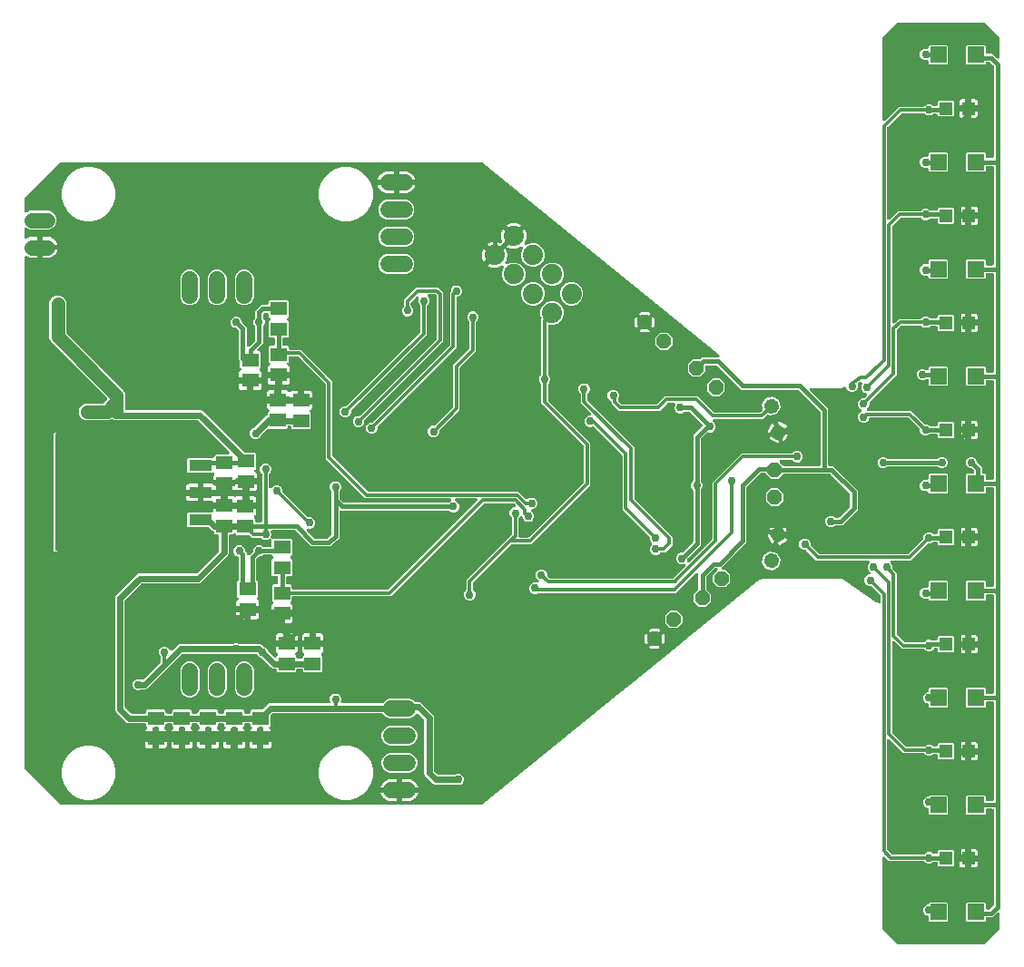
<source format=gbr>
G04 EAGLE Gerber RS-274X export*
G75*
%MOMM*%
%FSLAX34Y34*%
%LPD*%
%INBottom Copper*%
%IPPOS*%
%AMOC8*
5,1,8,0,0,1.08239X$1,22.5*%
G01*
%ADD10R,1.500000X1.300000*%
%ADD11R,10.410000X10.800000*%
%ADD12R,2.159000X1.066800*%
%ADD13P,1.429621X8X157.500000*%
%ADD14P,1.429621X8X247.500000*%
%ADD15P,1.429621X8X337.500000*%
%ADD16P,1.429621X8X67.500000*%
%ADD17C,1.422400*%
%ADD18R,1.600000X1.300000*%
%ADD19C,1.524000*%
%ADD20R,1.200000X1.200000*%
%ADD21R,1.500000X1.500000*%
%ADD22C,1.508000*%
%ADD23P,1.429621X8X277.500000*%
%ADD24P,1.429621X8X127.500000*%
%ADD25P,1.429621X8X112.500000*%
%ADD26C,1.879600*%
%ADD27C,0.609600*%
%ADD28C,0.756400*%
%ADD29C,0.304800*%
%ADD30C,0.406400*%
%ADD31C,1.270000*%

G36*
X885286Y175D02*
X885286Y175D01*
X885412Y182D01*
X885459Y195D01*
X885507Y201D01*
X885626Y243D01*
X885747Y278D01*
X885789Y302D01*
X885835Y318D01*
X885941Y387D01*
X886051Y448D01*
X886097Y488D01*
X886127Y507D01*
X886161Y542D01*
X886237Y607D01*
X899393Y13763D01*
X899472Y13862D01*
X899556Y13955D01*
X899580Y13998D01*
X899610Y14036D01*
X899664Y14150D01*
X899725Y14260D01*
X899738Y14307D01*
X899759Y14351D01*
X899785Y14474D01*
X899820Y14596D01*
X899825Y14657D01*
X899832Y14691D01*
X899831Y14739D01*
X899839Y14840D01*
X899839Y28172D01*
X899828Y28272D01*
X899826Y28372D01*
X899808Y28444D01*
X899799Y28518D01*
X899766Y28613D01*
X899741Y28710D01*
X899707Y28776D01*
X899682Y28846D01*
X899627Y28931D01*
X899581Y29020D01*
X899533Y29076D01*
X899493Y29139D01*
X899421Y29209D01*
X899356Y29285D01*
X899296Y29329D01*
X899242Y29381D01*
X899156Y29433D01*
X899075Y29492D01*
X899007Y29522D01*
X898943Y29560D01*
X898847Y29591D01*
X898755Y29630D01*
X898682Y29644D01*
X898611Y29666D01*
X898511Y29674D01*
X898412Y29692D01*
X898338Y29688D01*
X898264Y29694D01*
X898164Y29679D01*
X898064Y29674D01*
X897993Y29654D01*
X897919Y29643D01*
X897826Y29605D01*
X897729Y29578D01*
X897664Y29541D01*
X897595Y29514D01*
X897513Y29457D01*
X897425Y29407D01*
X897349Y29342D01*
X897309Y29315D01*
X897285Y29288D01*
X897239Y29249D01*
X895731Y27741D01*
X893201Y25211D01*
X888048Y25211D01*
X888022Y25208D01*
X887996Y25210D01*
X887849Y25188D01*
X887702Y25171D01*
X887677Y25163D01*
X887651Y25159D01*
X887513Y25104D01*
X887374Y25054D01*
X887352Y25040D01*
X887327Y25030D01*
X887206Y24945D01*
X887081Y24865D01*
X887063Y24846D01*
X887041Y24831D01*
X886942Y24721D01*
X886839Y24614D01*
X886825Y24592D01*
X886808Y24572D01*
X886736Y24442D01*
X886660Y24315D01*
X886652Y24290D01*
X886639Y24267D01*
X886599Y24124D01*
X886554Y23983D01*
X886552Y23957D01*
X886544Y23932D01*
X886525Y23688D01*
X886525Y21868D01*
X885632Y20975D01*
X869368Y20975D01*
X868475Y21868D01*
X868475Y38132D01*
X869368Y39025D01*
X885632Y39025D01*
X886525Y38132D01*
X886525Y33848D01*
X886528Y33822D01*
X886526Y33796D01*
X886548Y33649D01*
X886565Y33502D01*
X886573Y33477D01*
X886577Y33451D01*
X886632Y33313D01*
X886682Y33174D01*
X886696Y33152D01*
X886706Y33127D01*
X886791Y33006D01*
X886871Y32881D01*
X886890Y32863D01*
X886905Y32841D01*
X887015Y32742D01*
X887122Y32639D01*
X887144Y32625D01*
X887164Y32608D01*
X887294Y32536D01*
X887421Y32460D01*
X887446Y32452D01*
X887469Y32439D01*
X887612Y32399D01*
X887753Y32354D01*
X887779Y32352D01*
X887804Y32344D01*
X888048Y32325D01*
X889624Y32325D01*
X889749Y32339D01*
X889876Y32346D01*
X889922Y32359D01*
X889970Y32365D01*
X890089Y32407D01*
X890210Y32442D01*
X890253Y32466D01*
X890298Y32482D01*
X890404Y32551D01*
X890515Y32612D01*
X890561Y32652D01*
X890591Y32671D01*
X890625Y32706D01*
X890701Y32771D01*
X893805Y35875D01*
X893884Y35974D01*
X893968Y36068D01*
X893992Y36110D01*
X894022Y36148D01*
X894076Y36262D01*
X894137Y36373D01*
X894150Y36420D01*
X894171Y36463D01*
X894197Y36587D01*
X894232Y36708D01*
X894237Y36769D01*
X894244Y36804D01*
X894243Y36852D01*
X894251Y36952D01*
X894251Y124920D01*
X894248Y124946D01*
X894250Y124972D01*
X894228Y125119D01*
X894211Y125266D01*
X894203Y125291D01*
X894199Y125317D01*
X894144Y125455D01*
X894094Y125594D01*
X894080Y125616D01*
X894070Y125641D01*
X893985Y125762D01*
X893905Y125887D01*
X893886Y125905D01*
X893871Y125927D01*
X893761Y126026D01*
X893654Y126129D01*
X893632Y126143D01*
X893612Y126160D01*
X893482Y126232D01*
X893355Y126308D01*
X893330Y126316D01*
X893307Y126329D01*
X893164Y126369D01*
X893023Y126414D01*
X892997Y126416D01*
X892972Y126424D01*
X892728Y126443D01*
X888048Y126443D01*
X888022Y126440D01*
X887996Y126442D01*
X887849Y126420D01*
X887702Y126403D01*
X887677Y126395D01*
X887651Y126391D01*
X887513Y126336D01*
X887374Y126286D01*
X887352Y126272D01*
X887327Y126262D01*
X887206Y126177D01*
X887081Y126097D01*
X887063Y126078D01*
X887041Y126063D01*
X886942Y125953D01*
X886839Y125846D01*
X886825Y125824D01*
X886808Y125804D01*
X886736Y125674D01*
X886660Y125547D01*
X886652Y125522D01*
X886639Y125499D01*
X886599Y125356D01*
X886554Y125215D01*
X886552Y125189D01*
X886544Y125164D01*
X886525Y124920D01*
X886525Y121868D01*
X885632Y120975D01*
X869368Y120975D01*
X868475Y121868D01*
X868475Y138132D01*
X869368Y139025D01*
X885632Y139025D01*
X886525Y138132D01*
X886525Y135080D01*
X886528Y135054D01*
X886526Y135028D01*
X886548Y134881D01*
X886565Y134734D01*
X886573Y134709D01*
X886577Y134683D01*
X886632Y134545D01*
X886682Y134406D01*
X886696Y134384D01*
X886706Y134359D01*
X886791Y134238D01*
X886871Y134113D01*
X886890Y134095D01*
X886905Y134073D01*
X887015Y133974D01*
X887122Y133871D01*
X887144Y133857D01*
X887164Y133840D01*
X887294Y133768D01*
X887421Y133692D01*
X887446Y133684D01*
X887469Y133671D01*
X887612Y133631D01*
X887753Y133586D01*
X887779Y133584D01*
X887804Y133576D01*
X888048Y133557D01*
X892728Y133557D01*
X892754Y133560D01*
X892780Y133558D01*
X892927Y133580D01*
X893074Y133597D01*
X893099Y133605D01*
X893125Y133609D01*
X893263Y133664D01*
X893402Y133714D01*
X893424Y133728D01*
X893449Y133738D01*
X893570Y133823D01*
X893695Y133903D01*
X893713Y133922D01*
X893735Y133937D01*
X893834Y134047D01*
X893937Y134154D01*
X893951Y134176D01*
X893968Y134196D01*
X894040Y134326D01*
X894116Y134453D01*
X894124Y134478D01*
X894137Y134501D01*
X894177Y134644D01*
X894222Y134785D01*
X894224Y134811D01*
X894232Y134836D01*
X894251Y135080D01*
X894251Y224920D01*
X894248Y224946D01*
X894250Y224972D01*
X894228Y225119D01*
X894211Y225266D01*
X894203Y225291D01*
X894199Y225317D01*
X894144Y225455D01*
X894094Y225594D01*
X894080Y225616D01*
X894070Y225641D01*
X893985Y225762D01*
X893905Y225887D01*
X893886Y225905D01*
X893871Y225927D01*
X893761Y226026D01*
X893654Y226129D01*
X893632Y226143D01*
X893612Y226160D01*
X893482Y226232D01*
X893355Y226308D01*
X893330Y226316D01*
X893307Y226329D01*
X893164Y226369D01*
X893023Y226414D01*
X892997Y226416D01*
X892972Y226424D01*
X892728Y226443D01*
X888048Y226443D01*
X888022Y226440D01*
X887996Y226442D01*
X887849Y226420D01*
X887702Y226403D01*
X887677Y226395D01*
X887651Y226391D01*
X887513Y226336D01*
X887374Y226286D01*
X887352Y226272D01*
X887327Y226262D01*
X887206Y226177D01*
X887081Y226097D01*
X887063Y226078D01*
X887041Y226063D01*
X886942Y225953D01*
X886839Y225846D01*
X886825Y225824D01*
X886808Y225804D01*
X886736Y225674D01*
X886660Y225547D01*
X886652Y225522D01*
X886639Y225499D01*
X886599Y225356D01*
X886554Y225215D01*
X886552Y225189D01*
X886544Y225164D01*
X886525Y224920D01*
X886525Y221868D01*
X885632Y220975D01*
X869368Y220975D01*
X868475Y221868D01*
X868475Y238132D01*
X869368Y239025D01*
X885632Y239025D01*
X886525Y238132D01*
X886525Y235080D01*
X886528Y235054D01*
X886526Y235028D01*
X886548Y234881D01*
X886565Y234734D01*
X886573Y234709D01*
X886577Y234683D01*
X886632Y234545D01*
X886682Y234406D01*
X886696Y234384D01*
X886706Y234359D01*
X886791Y234238D01*
X886871Y234113D01*
X886890Y234095D01*
X886905Y234073D01*
X887015Y233974D01*
X887122Y233871D01*
X887144Y233857D01*
X887164Y233840D01*
X887294Y233768D01*
X887421Y233692D01*
X887446Y233684D01*
X887469Y233671D01*
X887612Y233631D01*
X887753Y233586D01*
X887779Y233584D01*
X887804Y233576D01*
X888048Y233557D01*
X892728Y233557D01*
X892754Y233560D01*
X892780Y233558D01*
X892927Y233580D01*
X893074Y233597D01*
X893099Y233605D01*
X893125Y233609D01*
X893263Y233664D01*
X893402Y233714D01*
X893424Y233728D01*
X893449Y233738D01*
X893570Y233823D01*
X893695Y233903D01*
X893713Y233922D01*
X893735Y233937D01*
X893834Y234047D01*
X893937Y234154D01*
X893951Y234176D01*
X893968Y234196D01*
X894040Y234326D01*
X894116Y234453D01*
X894124Y234478D01*
X894137Y234501D01*
X894177Y234644D01*
X894222Y234785D01*
X894224Y234811D01*
X894232Y234836D01*
X894251Y235080D01*
X894251Y324920D01*
X894248Y324946D01*
X894250Y324972D01*
X894228Y325119D01*
X894211Y325266D01*
X894203Y325291D01*
X894199Y325317D01*
X894144Y325455D01*
X894094Y325594D01*
X894080Y325616D01*
X894070Y325641D01*
X893985Y325762D01*
X893905Y325887D01*
X893886Y325905D01*
X893871Y325927D01*
X893761Y326026D01*
X893654Y326129D01*
X893632Y326143D01*
X893612Y326160D01*
X893482Y326232D01*
X893355Y326308D01*
X893330Y326316D01*
X893307Y326329D01*
X893164Y326369D01*
X893023Y326414D01*
X892997Y326416D01*
X892972Y326424D01*
X892728Y326443D01*
X888048Y326443D01*
X888022Y326440D01*
X887996Y326442D01*
X887849Y326420D01*
X887702Y326403D01*
X887677Y326395D01*
X887651Y326391D01*
X887513Y326336D01*
X887374Y326286D01*
X887352Y326272D01*
X887327Y326262D01*
X887206Y326177D01*
X887081Y326097D01*
X887063Y326078D01*
X887041Y326063D01*
X886942Y325953D01*
X886839Y325846D01*
X886825Y325824D01*
X886808Y325804D01*
X886736Y325674D01*
X886660Y325547D01*
X886652Y325522D01*
X886639Y325499D01*
X886599Y325356D01*
X886554Y325215D01*
X886552Y325189D01*
X886544Y325164D01*
X886525Y324920D01*
X886525Y321868D01*
X885632Y320975D01*
X869368Y320975D01*
X868475Y321868D01*
X868475Y338132D01*
X869368Y339025D01*
X885632Y339025D01*
X886525Y338132D01*
X886525Y335080D01*
X886528Y335054D01*
X886526Y335028D01*
X886548Y334881D01*
X886565Y334734D01*
X886573Y334709D01*
X886577Y334683D01*
X886632Y334545D01*
X886682Y334406D01*
X886696Y334384D01*
X886706Y334359D01*
X886791Y334238D01*
X886871Y334113D01*
X886890Y334095D01*
X886905Y334073D01*
X887015Y333974D01*
X887122Y333871D01*
X887144Y333857D01*
X887164Y333840D01*
X887294Y333768D01*
X887421Y333692D01*
X887446Y333684D01*
X887469Y333671D01*
X887612Y333631D01*
X887753Y333586D01*
X887779Y333584D01*
X887804Y333576D01*
X888048Y333557D01*
X892728Y333557D01*
X892754Y333560D01*
X892780Y333558D01*
X892927Y333580D01*
X893074Y333597D01*
X893099Y333605D01*
X893125Y333609D01*
X893263Y333664D01*
X893402Y333714D01*
X893424Y333728D01*
X893449Y333738D01*
X893570Y333823D01*
X893695Y333903D01*
X893713Y333922D01*
X893735Y333937D01*
X893834Y334047D01*
X893937Y334154D01*
X893951Y334176D01*
X893968Y334196D01*
X894040Y334325D01*
X894116Y334453D01*
X894124Y334478D01*
X894137Y334501D01*
X894177Y334644D01*
X894222Y334785D01*
X894224Y334811D01*
X894232Y334836D01*
X894251Y335080D01*
X894251Y424920D01*
X894248Y424946D01*
X894250Y424972D01*
X894228Y425119D01*
X894211Y425266D01*
X894203Y425291D01*
X894199Y425317D01*
X894144Y425455D01*
X894094Y425594D01*
X894080Y425616D01*
X894070Y425641D01*
X893985Y425762D01*
X893905Y425887D01*
X893886Y425905D01*
X893871Y425927D01*
X893761Y426026D01*
X893654Y426129D01*
X893632Y426143D01*
X893612Y426160D01*
X893482Y426232D01*
X893355Y426308D01*
X893330Y426316D01*
X893307Y426329D01*
X893164Y426369D01*
X893023Y426414D01*
X892997Y426416D01*
X892972Y426424D01*
X892728Y426443D01*
X888048Y426443D01*
X888022Y426440D01*
X887996Y426442D01*
X887849Y426420D01*
X887702Y426403D01*
X887677Y426395D01*
X887651Y426391D01*
X887513Y426336D01*
X887374Y426286D01*
X887352Y426272D01*
X887327Y426262D01*
X887206Y426177D01*
X887081Y426097D01*
X887063Y426078D01*
X887041Y426063D01*
X886942Y425953D01*
X886839Y425846D01*
X886825Y425824D01*
X886808Y425804D01*
X886736Y425674D01*
X886660Y425547D01*
X886652Y425522D01*
X886639Y425499D01*
X886599Y425356D01*
X886554Y425215D01*
X886552Y425189D01*
X886544Y425164D01*
X886525Y424920D01*
X886525Y421868D01*
X885632Y420975D01*
X869368Y420975D01*
X868475Y421868D01*
X868475Y438132D01*
X869368Y439025D01*
X874456Y439025D01*
X874482Y439028D01*
X874508Y439026D01*
X874655Y439048D01*
X874802Y439065D01*
X874827Y439073D01*
X874853Y439077D01*
X874991Y439132D01*
X875130Y439182D01*
X875152Y439196D01*
X875177Y439206D01*
X875298Y439291D01*
X875423Y439371D01*
X875441Y439390D01*
X875463Y439405D01*
X875562Y439515D01*
X875665Y439622D01*
X875679Y439644D01*
X875696Y439664D01*
X875768Y439794D01*
X875844Y439921D01*
X875852Y439946D01*
X875865Y439969D01*
X875905Y440112D01*
X875950Y440253D01*
X875952Y440279D01*
X875960Y440304D01*
X875979Y440548D01*
X875979Y441192D01*
X875965Y441317D01*
X875958Y441444D01*
X875945Y441490D01*
X875939Y441538D01*
X875897Y441657D01*
X875862Y441778D01*
X875838Y441821D01*
X875822Y441866D01*
X875753Y441972D01*
X875692Y442083D01*
X875652Y442129D01*
X875633Y442159D01*
X875598Y442192D01*
X875533Y442269D01*
X874163Y443639D01*
X874064Y443718D01*
X873970Y443802D01*
X873928Y443826D01*
X873890Y443856D01*
X873776Y443910D01*
X873665Y443971D01*
X873618Y443984D01*
X873575Y444005D01*
X873451Y444031D01*
X873330Y444066D01*
X873269Y444071D01*
X873234Y444078D01*
X873186Y444077D01*
X873086Y444085D01*
X872384Y444085D01*
X870434Y444893D01*
X868941Y446386D01*
X868133Y448336D01*
X868133Y450448D01*
X868941Y452398D01*
X870434Y453891D01*
X872384Y454699D01*
X874496Y454699D01*
X876446Y453891D01*
X877939Y452398D01*
X878747Y450448D01*
X878747Y449746D01*
X878761Y449621D01*
X878768Y449494D01*
X878781Y449448D01*
X878787Y449400D01*
X878829Y449281D01*
X878864Y449160D01*
X878888Y449117D01*
X878904Y449072D01*
X878973Y448966D01*
X879034Y448855D01*
X879074Y448809D01*
X879093Y448779D01*
X879128Y448746D01*
X879193Y448669D01*
X883093Y444769D01*
X883093Y440548D01*
X883096Y440522D01*
X883094Y440496D01*
X883116Y440349D01*
X883133Y440202D01*
X883141Y440177D01*
X883145Y440151D01*
X883200Y440013D01*
X883250Y439874D01*
X883264Y439852D01*
X883274Y439827D01*
X883359Y439706D01*
X883439Y439581D01*
X883458Y439563D01*
X883473Y439541D01*
X883583Y439442D01*
X883690Y439339D01*
X883712Y439325D01*
X883732Y439308D01*
X883862Y439236D01*
X883989Y439160D01*
X884014Y439152D01*
X884037Y439139D01*
X884180Y439099D01*
X884321Y439054D01*
X884347Y439052D01*
X884372Y439044D01*
X884616Y439025D01*
X885632Y439025D01*
X886525Y438132D01*
X886525Y435080D01*
X886528Y435054D01*
X886526Y435028D01*
X886548Y434881D01*
X886565Y434734D01*
X886573Y434709D01*
X886577Y434683D01*
X886632Y434545D01*
X886682Y434406D01*
X886696Y434384D01*
X886706Y434359D01*
X886791Y434238D01*
X886871Y434113D01*
X886890Y434095D01*
X886905Y434073D01*
X887015Y433974D01*
X887122Y433871D01*
X887144Y433857D01*
X887164Y433840D01*
X887294Y433768D01*
X887421Y433692D01*
X887446Y433684D01*
X887469Y433671D01*
X887612Y433631D01*
X887753Y433586D01*
X887779Y433584D01*
X887804Y433576D01*
X888048Y433557D01*
X892728Y433557D01*
X892754Y433560D01*
X892780Y433558D01*
X892927Y433580D01*
X893074Y433597D01*
X893099Y433605D01*
X893125Y433609D01*
X893263Y433664D01*
X893402Y433714D01*
X893424Y433728D01*
X893449Y433738D01*
X893570Y433823D01*
X893695Y433903D01*
X893713Y433922D01*
X893735Y433937D01*
X893834Y434047D01*
X893937Y434154D01*
X893951Y434176D01*
X893968Y434196D01*
X894040Y434326D01*
X894116Y434453D01*
X894124Y434478D01*
X894137Y434501D01*
X894177Y434644D01*
X894222Y434785D01*
X894224Y434811D01*
X894232Y434836D01*
X894251Y435080D01*
X894251Y524920D01*
X894248Y524946D01*
X894250Y524972D01*
X894228Y525119D01*
X894211Y525266D01*
X894203Y525291D01*
X894199Y525317D01*
X894144Y525455D01*
X894094Y525594D01*
X894080Y525616D01*
X894070Y525641D01*
X893985Y525762D01*
X893905Y525887D01*
X893886Y525905D01*
X893871Y525927D01*
X893761Y526026D01*
X893654Y526129D01*
X893632Y526143D01*
X893612Y526160D01*
X893482Y526232D01*
X893355Y526308D01*
X893330Y526316D01*
X893307Y526329D01*
X893164Y526369D01*
X893023Y526414D01*
X892997Y526416D01*
X892972Y526424D01*
X892728Y526443D01*
X888048Y526443D01*
X888022Y526440D01*
X887996Y526442D01*
X887849Y526420D01*
X887702Y526403D01*
X887677Y526395D01*
X887651Y526391D01*
X887513Y526336D01*
X887374Y526286D01*
X887352Y526272D01*
X887327Y526262D01*
X887206Y526177D01*
X887081Y526097D01*
X887063Y526078D01*
X887041Y526063D01*
X886942Y525953D01*
X886839Y525846D01*
X886825Y525824D01*
X886808Y525804D01*
X886736Y525674D01*
X886660Y525547D01*
X886652Y525522D01*
X886639Y525499D01*
X886599Y525356D01*
X886554Y525215D01*
X886552Y525189D01*
X886544Y525164D01*
X886525Y524920D01*
X886525Y521868D01*
X885632Y520975D01*
X869368Y520975D01*
X868475Y521868D01*
X868475Y538132D01*
X869368Y539025D01*
X885632Y539025D01*
X886525Y538132D01*
X886525Y535080D01*
X886528Y535054D01*
X886526Y535028D01*
X886548Y534881D01*
X886565Y534734D01*
X886573Y534709D01*
X886577Y534683D01*
X886632Y534545D01*
X886682Y534406D01*
X886696Y534384D01*
X886706Y534359D01*
X886791Y534238D01*
X886871Y534113D01*
X886890Y534095D01*
X886905Y534073D01*
X887015Y533974D01*
X887122Y533871D01*
X887144Y533857D01*
X887164Y533840D01*
X887294Y533768D01*
X887421Y533692D01*
X887446Y533684D01*
X887469Y533671D01*
X887612Y533631D01*
X887753Y533586D01*
X887779Y533584D01*
X887804Y533576D01*
X888048Y533557D01*
X892728Y533557D01*
X892754Y533560D01*
X892780Y533558D01*
X892927Y533580D01*
X893074Y533597D01*
X893099Y533605D01*
X893125Y533609D01*
X893263Y533664D01*
X893402Y533714D01*
X893424Y533728D01*
X893449Y533738D01*
X893570Y533823D01*
X893695Y533903D01*
X893713Y533922D01*
X893735Y533937D01*
X893834Y534047D01*
X893937Y534154D01*
X893951Y534176D01*
X893968Y534196D01*
X894040Y534326D01*
X894116Y534453D01*
X894124Y534478D01*
X894137Y534501D01*
X894177Y534644D01*
X894222Y534785D01*
X894224Y534811D01*
X894232Y534836D01*
X894251Y535080D01*
X894251Y624920D01*
X894248Y624946D01*
X894250Y624972D01*
X894228Y625119D01*
X894211Y625266D01*
X894203Y625291D01*
X894199Y625317D01*
X894144Y625455D01*
X894094Y625594D01*
X894080Y625616D01*
X894070Y625641D01*
X893985Y625762D01*
X893905Y625887D01*
X893886Y625905D01*
X893871Y625927D01*
X893761Y626026D01*
X893654Y626129D01*
X893632Y626143D01*
X893612Y626160D01*
X893482Y626232D01*
X893355Y626308D01*
X893330Y626316D01*
X893307Y626329D01*
X893164Y626369D01*
X893023Y626414D01*
X892997Y626416D01*
X892972Y626424D01*
X892728Y626443D01*
X888048Y626443D01*
X888022Y626440D01*
X887996Y626442D01*
X887849Y626420D01*
X887702Y626403D01*
X887677Y626395D01*
X887651Y626391D01*
X887513Y626336D01*
X887374Y626286D01*
X887352Y626272D01*
X887327Y626262D01*
X887206Y626177D01*
X887081Y626097D01*
X887063Y626078D01*
X887041Y626063D01*
X886942Y625953D01*
X886839Y625846D01*
X886825Y625824D01*
X886808Y625804D01*
X886736Y625674D01*
X886660Y625547D01*
X886652Y625522D01*
X886639Y625499D01*
X886599Y625356D01*
X886554Y625215D01*
X886552Y625189D01*
X886544Y625164D01*
X886525Y624920D01*
X886525Y621868D01*
X885632Y620975D01*
X869368Y620975D01*
X868475Y621868D01*
X868475Y638132D01*
X869368Y639025D01*
X885632Y639025D01*
X886525Y638132D01*
X886525Y635080D01*
X886528Y635054D01*
X886526Y635028D01*
X886548Y634881D01*
X886565Y634734D01*
X886573Y634709D01*
X886577Y634683D01*
X886632Y634545D01*
X886682Y634406D01*
X886696Y634384D01*
X886706Y634359D01*
X886791Y634238D01*
X886871Y634113D01*
X886890Y634095D01*
X886905Y634073D01*
X887015Y633974D01*
X887122Y633871D01*
X887144Y633857D01*
X887164Y633840D01*
X887294Y633768D01*
X887421Y633692D01*
X887446Y633684D01*
X887469Y633671D01*
X887612Y633631D01*
X887753Y633586D01*
X887779Y633584D01*
X887804Y633576D01*
X888048Y633557D01*
X892728Y633557D01*
X892754Y633560D01*
X892780Y633558D01*
X892927Y633580D01*
X893074Y633597D01*
X893099Y633605D01*
X893125Y633609D01*
X893263Y633664D01*
X893402Y633714D01*
X893424Y633728D01*
X893449Y633738D01*
X893570Y633823D01*
X893695Y633903D01*
X893713Y633922D01*
X893735Y633937D01*
X893834Y634047D01*
X893937Y634154D01*
X893951Y634176D01*
X893968Y634196D01*
X894040Y634326D01*
X894116Y634453D01*
X894124Y634478D01*
X894137Y634501D01*
X894177Y634644D01*
X894222Y634785D01*
X894224Y634811D01*
X894232Y634836D01*
X894251Y635080D01*
X894251Y724920D01*
X894248Y724946D01*
X894250Y724972D01*
X894228Y725119D01*
X894211Y725266D01*
X894203Y725291D01*
X894199Y725317D01*
X894144Y725455D01*
X894094Y725594D01*
X894080Y725616D01*
X894070Y725641D01*
X893985Y725762D01*
X893905Y725887D01*
X893886Y725905D01*
X893871Y725927D01*
X893761Y726026D01*
X893654Y726129D01*
X893632Y726143D01*
X893612Y726160D01*
X893482Y726232D01*
X893355Y726308D01*
X893330Y726316D01*
X893307Y726329D01*
X893164Y726369D01*
X893023Y726414D01*
X892997Y726416D01*
X892972Y726424D01*
X892728Y726443D01*
X888048Y726443D01*
X888022Y726440D01*
X887996Y726442D01*
X887849Y726420D01*
X887702Y726403D01*
X887677Y726395D01*
X887651Y726391D01*
X887513Y726336D01*
X887374Y726286D01*
X887352Y726272D01*
X887327Y726262D01*
X887206Y726177D01*
X887081Y726097D01*
X887063Y726078D01*
X887041Y726063D01*
X886942Y725953D01*
X886839Y725846D01*
X886825Y725824D01*
X886808Y725804D01*
X886736Y725674D01*
X886660Y725547D01*
X886652Y725522D01*
X886639Y725499D01*
X886599Y725356D01*
X886554Y725215D01*
X886552Y725189D01*
X886544Y725164D01*
X886525Y724920D01*
X886525Y721868D01*
X885632Y720975D01*
X869368Y720975D01*
X868475Y721868D01*
X868475Y738132D01*
X869368Y739025D01*
X885632Y739025D01*
X886525Y738132D01*
X886525Y735080D01*
X886528Y735054D01*
X886526Y735028D01*
X886548Y734881D01*
X886565Y734734D01*
X886573Y734709D01*
X886577Y734683D01*
X886632Y734545D01*
X886682Y734406D01*
X886696Y734384D01*
X886706Y734359D01*
X886791Y734238D01*
X886871Y734113D01*
X886890Y734095D01*
X886905Y734073D01*
X887015Y733974D01*
X887122Y733871D01*
X887144Y733857D01*
X887164Y733840D01*
X887294Y733768D01*
X887421Y733692D01*
X887446Y733684D01*
X887469Y733671D01*
X887612Y733631D01*
X887753Y733586D01*
X887779Y733584D01*
X887804Y733576D01*
X888048Y733557D01*
X892728Y733557D01*
X892754Y733560D01*
X892780Y733558D01*
X892927Y733580D01*
X893074Y733597D01*
X893099Y733605D01*
X893125Y733609D01*
X893263Y733664D01*
X893402Y733714D01*
X893424Y733728D01*
X893449Y733738D01*
X893570Y733823D01*
X893695Y733903D01*
X893713Y733922D01*
X893735Y733937D01*
X893834Y734047D01*
X893937Y734154D01*
X893951Y734176D01*
X893968Y734196D01*
X894040Y734326D01*
X894116Y734453D01*
X894124Y734478D01*
X894137Y734501D01*
X894177Y734644D01*
X894222Y734785D01*
X894224Y734811D01*
X894232Y734836D01*
X894251Y735080D01*
X894251Y819160D01*
X894237Y819285D01*
X894230Y819412D01*
X894217Y819458D01*
X894211Y819506D01*
X894169Y819625D01*
X894134Y819746D01*
X894110Y819789D01*
X894094Y819834D01*
X894025Y819940D01*
X893964Y820051D01*
X893924Y820097D01*
X893905Y820127D01*
X893870Y820160D01*
X893805Y820237D01*
X890701Y823341D01*
X890602Y823420D01*
X890508Y823504D01*
X890466Y823528D01*
X890428Y823558D01*
X890314Y823612D01*
X890203Y823673D01*
X890156Y823686D01*
X890113Y823707D01*
X889989Y823733D01*
X889868Y823768D01*
X889807Y823773D01*
X889772Y823780D01*
X889724Y823779D01*
X889624Y823787D01*
X888048Y823787D01*
X888022Y823784D01*
X887996Y823786D01*
X887849Y823764D01*
X887702Y823747D01*
X887677Y823739D01*
X887651Y823735D01*
X887513Y823680D01*
X887374Y823630D01*
X887352Y823616D01*
X887327Y823606D01*
X887206Y823521D01*
X887081Y823441D01*
X887063Y823422D01*
X887041Y823407D01*
X886942Y823297D01*
X886839Y823190D01*
X886825Y823168D01*
X886808Y823148D01*
X886736Y823018D01*
X886660Y822891D01*
X886652Y822866D01*
X886639Y822843D01*
X886599Y822700D01*
X886554Y822559D01*
X886552Y822533D01*
X886544Y822508D01*
X886525Y822264D01*
X886525Y821868D01*
X885632Y820975D01*
X869368Y820975D01*
X868475Y821868D01*
X868475Y838132D01*
X869368Y839025D01*
X885632Y839025D01*
X886525Y838132D01*
X886525Y832424D01*
X886528Y832398D01*
X886526Y832372D01*
X886548Y832225D01*
X886565Y832078D01*
X886573Y832053D01*
X886577Y832027D01*
X886632Y831889D01*
X886682Y831750D01*
X886696Y831728D01*
X886706Y831703D01*
X886791Y831582D01*
X886871Y831457D01*
X886890Y831439D01*
X886905Y831417D01*
X887015Y831318D01*
X887122Y831215D01*
X887144Y831201D01*
X887164Y831184D01*
X887294Y831112D01*
X887421Y831036D01*
X887446Y831028D01*
X887469Y831015D01*
X887612Y830975D01*
X887753Y830930D01*
X887779Y830928D01*
X887804Y830920D01*
X888048Y830901D01*
X893201Y830901D01*
X897239Y826863D01*
X897317Y826801D01*
X897390Y826731D01*
X897454Y826693D01*
X897512Y826646D01*
X897603Y826604D01*
X897689Y826552D01*
X897760Y826529D01*
X897827Y826498D01*
X897925Y826476D01*
X898021Y826446D01*
X898095Y826440D01*
X898168Y826424D01*
X898268Y826426D01*
X898368Y826418D01*
X898442Y826429D01*
X898516Y826430D01*
X898613Y826455D01*
X898713Y826469D01*
X898782Y826497D01*
X898854Y826515D01*
X898944Y826561D01*
X899037Y826598D01*
X899098Y826641D01*
X899164Y826675D01*
X899241Y826740D01*
X899323Y826797D01*
X899373Y826852D01*
X899429Y826901D01*
X899489Y826981D01*
X899556Y827056D01*
X899592Y827121D01*
X899637Y827181D01*
X899676Y827273D01*
X899725Y827361D01*
X899745Y827433D01*
X899775Y827501D01*
X899792Y827600D01*
X899820Y827696D01*
X899828Y827796D01*
X899836Y827844D01*
X899834Y827880D01*
X899839Y827940D01*
X899839Y845160D01*
X899825Y845286D01*
X899818Y845412D01*
X899805Y845459D01*
X899799Y845507D01*
X899757Y845626D01*
X899722Y845747D01*
X899698Y845789D01*
X899682Y845835D01*
X899613Y845941D01*
X899552Y846051D01*
X899512Y846097D01*
X899493Y846127D01*
X899458Y846161D01*
X899393Y846237D01*
X886237Y859393D01*
X886138Y859472D01*
X886045Y859556D01*
X886002Y859580D01*
X885964Y859610D01*
X885850Y859664D01*
X885740Y859725D01*
X885693Y859738D01*
X885649Y859759D01*
X885526Y859785D01*
X885404Y859820D01*
X885343Y859825D01*
X885309Y859832D01*
X885261Y859831D01*
X885160Y859839D01*
X804840Y859839D01*
X804714Y859825D01*
X804588Y859818D01*
X804541Y859805D01*
X804493Y859799D01*
X804374Y859757D01*
X804253Y859722D01*
X804211Y859698D01*
X804165Y859682D01*
X804059Y859613D01*
X803949Y859552D01*
X803903Y859512D01*
X803873Y859493D01*
X803839Y859458D01*
X803763Y859393D01*
X790607Y846237D01*
X790528Y846138D01*
X790444Y846045D01*
X790420Y846002D01*
X790390Y845964D01*
X790336Y845850D01*
X790275Y845740D01*
X790262Y845693D01*
X790241Y845649D01*
X790215Y845526D01*
X790180Y845404D01*
X790175Y845343D01*
X790168Y845309D01*
X790169Y845261D01*
X790161Y845160D01*
X790161Y769802D01*
X790172Y769702D01*
X790174Y769602D01*
X790192Y769529D01*
X790201Y769456D01*
X790234Y769361D01*
X790259Y769264D01*
X790293Y769197D01*
X790318Y769127D01*
X790373Y769043D01*
X790419Y768954D01*
X790467Y768897D01*
X790507Y768835D01*
X790579Y768765D01*
X790644Y768688D01*
X790704Y768644D01*
X790758Y768592D01*
X790844Y768541D01*
X790925Y768481D01*
X790993Y768452D01*
X791057Y768414D01*
X791153Y768383D01*
X791245Y768343D01*
X791318Y768330D01*
X791389Y768307D01*
X791489Y768299D01*
X791588Y768282D01*
X791662Y768285D01*
X791736Y768279D01*
X791836Y768294D01*
X791936Y768299D01*
X792007Y768320D01*
X792081Y768331D01*
X792174Y768368D01*
X792271Y768396D01*
X792336Y768432D01*
X792405Y768460D01*
X792487Y768517D01*
X792575Y768566D01*
X792651Y768631D01*
X792691Y768659D01*
X792715Y768685D01*
X792761Y768725D01*
X805661Y781625D01*
X828729Y781625D01*
X828855Y781639D01*
X828981Y781646D01*
X829027Y781659D01*
X829075Y781665D01*
X829194Y781707D01*
X829316Y781742D01*
X829358Y781766D01*
X829403Y781782D01*
X829509Y781851D01*
X829620Y781912D01*
X829666Y781952D01*
X829696Y781971D01*
X829730Y782006D01*
X829806Y782071D01*
X830810Y783075D01*
X832760Y783883D01*
X834872Y783883D01*
X836822Y783075D01*
X837318Y782579D01*
X837417Y782500D01*
X837511Y782416D01*
X837553Y782392D01*
X837591Y782362D01*
X837705Y782308D01*
X837816Y782247D01*
X837862Y782234D01*
X837906Y782213D01*
X838029Y782187D01*
X838151Y782152D01*
X838212Y782147D01*
X838247Y782140D01*
X838295Y782141D01*
X838395Y782133D01*
X840452Y782133D01*
X840478Y782136D01*
X840504Y782134D01*
X840651Y782156D01*
X840798Y782173D01*
X840823Y782181D01*
X840849Y782185D01*
X840987Y782240D01*
X841126Y782290D01*
X841148Y782304D01*
X841173Y782314D01*
X841294Y782399D01*
X841419Y782479D01*
X841437Y782498D01*
X841459Y782513D01*
X841558Y782623D01*
X841661Y782730D01*
X841675Y782752D01*
X841692Y782772D01*
X841764Y782902D01*
X841840Y783029D01*
X841848Y783054D01*
X841861Y783077D01*
X841901Y783220D01*
X841946Y783361D01*
X841948Y783387D01*
X841956Y783412D01*
X841975Y783656D01*
X841975Y786632D01*
X842868Y787525D01*
X856132Y787525D01*
X857025Y786632D01*
X857025Y773368D01*
X856132Y772475D01*
X842868Y772475D01*
X841975Y773368D01*
X841975Y773496D01*
X841972Y773522D01*
X841974Y773548D01*
X841952Y773695D01*
X841935Y773842D01*
X841927Y773867D01*
X841923Y773893D01*
X841868Y774031D01*
X841818Y774170D01*
X841804Y774192D01*
X841794Y774217D01*
X841709Y774338D01*
X841629Y774463D01*
X841610Y774481D01*
X841595Y774503D01*
X841485Y774602D01*
X841378Y774705D01*
X841356Y774719D01*
X841336Y774736D01*
X841206Y774808D01*
X841079Y774884D01*
X841054Y774892D01*
X841031Y774905D01*
X840888Y774945D01*
X840747Y774990D01*
X840721Y774992D01*
X840696Y775000D01*
X840452Y775019D01*
X838395Y775019D01*
X838269Y775005D01*
X838143Y774998D01*
X838097Y774985D01*
X838049Y774979D01*
X837930Y774937D01*
X837808Y774902D01*
X837766Y774878D01*
X837721Y774862D01*
X837615Y774793D01*
X837504Y774732D01*
X837458Y774692D01*
X837428Y774673D01*
X837394Y774638D01*
X837318Y774573D01*
X836822Y774077D01*
X834872Y773269D01*
X832760Y773269D01*
X830810Y774077D01*
X829806Y775081D01*
X829707Y775160D01*
X829613Y775244D01*
X829571Y775268D01*
X829533Y775298D01*
X829419Y775352D01*
X829308Y775413D01*
X829262Y775426D01*
X829218Y775447D01*
X829095Y775473D01*
X828973Y775508D01*
X828912Y775513D01*
X828877Y775520D01*
X828829Y775519D01*
X828729Y775527D01*
X808818Y775527D01*
X808692Y775513D01*
X808566Y775506D01*
X808520Y775493D01*
X808472Y775487D01*
X808353Y775445D01*
X808231Y775410D01*
X808189Y775386D01*
X808143Y775370D01*
X808037Y775301D01*
X807927Y775240D01*
X807881Y775200D01*
X807851Y775181D01*
X807821Y775150D01*
X807818Y775149D01*
X807811Y775141D01*
X807741Y775081D01*
X795179Y762519D01*
X795100Y762420D01*
X795016Y762326D01*
X794992Y762284D01*
X794962Y762246D01*
X794908Y762132D01*
X794847Y762021D01*
X794834Y761975D01*
X794813Y761931D01*
X794787Y761808D01*
X794752Y761686D01*
X794747Y761625D01*
X794740Y761590D01*
X794741Y761542D01*
X794733Y761442D01*
X794733Y677378D01*
X794744Y677278D01*
X794746Y677178D01*
X794764Y677105D01*
X794773Y677032D01*
X794806Y676937D01*
X794831Y676840D01*
X794865Y676773D01*
X794890Y676703D01*
X794945Y676619D01*
X794991Y676530D01*
X795039Y676473D01*
X795079Y676411D01*
X795151Y676341D01*
X795216Y676264D01*
X795276Y676220D01*
X795330Y676168D01*
X795416Y676117D01*
X795497Y676057D01*
X795565Y676028D01*
X795629Y675990D01*
X795725Y675959D01*
X795817Y675919D01*
X795890Y675906D01*
X795961Y675883D01*
X796061Y675875D01*
X796160Y675858D01*
X796234Y675861D01*
X796308Y675855D01*
X796408Y675870D01*
X796508Y675875D01*
X796579Y675896D01*
X796653Y675907D01*
X796746Y675944D01*
X796843Y675972D01*
X796908Y676008D01*
X796977Y676036D01*
X797059Y676093D01*
X797147Y676142D01*
X797223Y676207D01*
X797263Y676235D01*
X797287Y676261D01*
X797333Y676301D01*
X805121Y684089D01*
X825681Y684089D01*
X825807Y684103D01*
X825933Y684110D01*
X825979Y684123D01*
X826027Y684129D01*
X826146Y684171D01*
X826268Y684206D01*
X826310Y684230D01*
X826355Y684246D01*
X826461Y684315D01*
X826572Y684376D01*
X826618Y684416D01*
X826648Y684435D01*
X826658Y684446D01*
X826659Y684446D01*
X826684Y684472D01*
X826758Y684535D01*
X827762Y685539D01*
X829712Y686347D01*
X831824Y686347D01*
X833774Y685539D01*
X834270Y685043D01*
X834369Y684964D01*
X834463Y684880D01*
X834505Y684856D01*
X834543Y684826D01*
X834657Y684772D01*
X834768Y684711D01*
X834814Y684698D01*
X834858Y684677D01*
X834981Y684651D01*
X835103Y684616D01*
X835164Y684611D01*
X835199Y684604D01*
X835247Y684605D01*
X835347Y684597D01*
X840452Y684597D01*
X840478Y684600D01*
X840504Y684598D01*
X840651Y684620D01*
X840798Y684637D01*
X840823Y684645D01*
X840849Y684649D01*
X840987Y684704D01*
X841126Y684754D01*
X841148Y684768D01*
X841173Y684778D01*
X841294Y684863D01*
X841419Y684943D01*
X841437Y684962D01*
X841459Y684977D01*
X841558Y685087D01*
X841661Y685194D01*
X841675Y685216D01*
X841692Y685236D01*
X841764Y685366D01*
X841840Y685493D01*
X841848Y685518D01*
X841861Y685541D01*
X841901Y685684D01*
X841946Y685825D01*
X841948Y685851D01*
X841956Y685876D01*
X841975Y686120D01*
X841975Y686632D01*
X842868Y687525D01*
X856132Y687525D01*
X857025Y686632D01*
X857025Y673368D01*
X856132Y672475D01*
X842868Y672475D01*
X841975Y673368D01*
X841975Y675960D01*
X841972Y675986D01*
X841974Y676012D01*
X841952Y676159D01*
X841935Y676306D01*
X841927Y676331D01*
X841923Y676357D01*
X841868Y676495D01*
X841818Y676634D01*
X841804Y676656D01*
X841794Y676681D01*
X841709Y676802D01*
X841629Y676927D01*
X841610Y676945D01*
X841595Y676967D01*
X841485Y677066D01*
X841378Y677169D01*
X841356Y677183D01*
X841336Y677200D01*
X841206Y677272D01*
X841079Y677348D01*
X841054Y677356D01*
X841031Y677369D01*
X840888Y677409D01*
X840747Y677454D01*
X840721Y677456D01*
X840696Y677464D01*
X840452Y677483D01*
X835347Y677483D01*
X835221Y677469D01*
X835095Y677462D01*
X835049Y677449D01*
X835001Y677443D01*
X834882Y677401D01*
X834760Y677366D01*
X834718Y677342D01*
X834673Y677326D01*
X834567Y677257D01*
X834456Y677196D01*
X834410Y677156D01*
X834380Y677137D01*
X834346Y677102D01*
X834270Y677037D01*
X833774Y676541D01*
X831824Y675733D01*
X829712Y675733D01*
X827762Y676541D01*
X826758Y677545D01*
X826659Y677624D01*
X826565Y677708D01*
X826523Y677732D01*
X826485Y677762D01*
X826371Y677816D01*
X826260Y677877D01*
X826214Y677890D01*
X826170Y677911D01*
X826047Y677937D01*
X825925Y677972D01*
X825864Y677977D01*
X825829Y677984D01*
X825781Y677983D01*
X825681Y677991D01*
X808278Y677991D01*
X808152Y677977D01*
X808026Y677970D01*
X807980Y677957D01*
X807932Y677951D01*
X807813Y677909D01*
X807691Y677874D01*
X807649Y677850D01*
X807603Y677834D01*
X807497Y677765D01*
X807387Y677704D01*
X807341Y677664D01*
X807311Y677645D01*
X807277Y677610D01*
X807201Y677545D01*
X799751Y670095D01*
X799672Y669996D01*
X799588Y669902D01*
X799564Y669860D01*
X799534Y669822D01*
X799480Y669708D01*
X799419Y669597D01*
X799406Y669551D01*
X799385Y669507D01*
X799359Y669384D01*
X799324Y669262D01*
X799319Y669201D01*
X799312Y669166D01*
X799313Y669118D01*
X799305Y669018D01*
X799305Y580826D01*
X799316Y580726D01*
X799318Y580626D01*
X799336Y580553D01*
X799345Y580480D01*
X799378Y580385D01*
X799403Y580288D01*
X799437Y580221D01*
X799462Y580151D01*
X799517Y580067D01*
X799563Y579978D01*
X799611Y579921D01*
X799651Y579859D01*
X799723Y579789D01*
X799788Y579712D01*
X799848Y579668D01*
X799902Y579616D01*
X799988Y579565D01*
X800069Y579505D01*
X800137Y579476D01*
X800201Y579438D01*
X800297Y579407D01*
X800389Y579367D01*
X800462Y579354D01*
X800533Y579331D01*
X800633Y579323D01*
X800732Y579306D01*
X800806Y579309D01*
X800880Y579303D01*
X800980Y579318D01*
X801080Y579323D01*
X801151Y579344D01*
X801225Y579355D01*
X801318Y579392D01*
X801415Y579420D01*
X801480Y579456D01*
X801549Y579484D01*
X801631Y579541D01*
X801719Y579590D01*
X801795Y579655D01*
X801835Y579683D01*
X801859Y579709D01*
X801905Y579749D01*
X805661Y583505D01*
X825681Y583505D01*
X825807Y583519D01*
X825933Y583526D01*
X825979Y583539D01*
X826027Y583545D01*
X826146Y583587D01*
X826268Y583622D01*
X826310Y583646D01*
X826355Y583662D01*
X826461Y583731D01*
X826572Y583792D01*
X826618Y583832D01*
X826648Y583851D01*
X826682Y583886D01*
X826758Y583951D01*
X827762Y584955D01*
X829712Y585763D01*
X831824Y585763D01*
X833774Y584955D01*
X834270Y584459D01*
X834369Y584380D01*
X834463Y584296D01*
X834505Y584272D01*
X834543Y584242D01*
X834657Y584188D01*
X834768Y584127D01*
X834814Y584114D01*
X834858Y584093D01*
X834981Y584067D01*
X835103Y584032D01*
X835164Y584027D01*
X835199Y584020D01*
X835247Y584021D01*
X835347Y584013D01*
X840452Y584013D01*
X840478Y584016D01*
X840504Y584014D01*
X840651Y584036D01*
X840798Y584053D01*
X840823Y584061D01*
X840849Y584065D01*
X840987Y584120D01*
X841126Y584170D01*
X841148Y584184D01*
X841173Y584194D01*
X841294Y584279D01*
X841419Y584359D01*
X841437Y584378D01*
X841459Y584393D01*
X841558Y584503D01*
X841661Y584610D01*
X841675Y584632D01*
X841692Y584652D01*
X841764Y584782D01*
X841840Y584909D01*
X841848Y584934D01*
X841861Y584957D01*
X841901Y585100D01*
X841946Y585241D01*
X841948Y585267D01*
X841956Y585292D01*
X841975Y585536D01*
X841975Y586632D01*
X842868Y587525D01*
X856132Y587525D01*
X857025Y586632D01*
X857025Y573368D01*
X856132Y572475D01*
X842868Y572475D01*
X841975Y573368D01*
X841975Y575376D01*
X841972Y575402D01*
X841974Y575428D01*
X841952Y575575D01*
X841935Y575722D01*
X841927Y575747D01*
X841923Y575773D01*
X841868Y575911D01*
X841818Y576050D01*
X841804Y576072D01*
X841794Y576097D01*
X841709Y576218D01*
X841629Y576343D01*
X841610Y576361D01*
X841595Y576383D01*
X841485Y576482D01*
X841378Y576585D01*
X841356Y576599D01*
X841336Y576616D01*
X841206Y576688D01*
X841079Y576764D01*
X841054Y576772D01*
X841031Y576785D01*
X840888Y576825D01*
X840747Y576870D01*
X840721Y576872D01*
X840696Y576880D01*
X840452Y576899D01*
X835347Y576899D01*
X835221Y576885D01*
X835095Y576878D01*
X835049Y576865D01*
X835001Y576859D01*
X834882Y576817D01*
X834760Y576782D01*
X834718Y576758D01*
X834673Y576742D01*
X834567Y576673D01*
X834456Y576612D01*
X834410Y576572D01*
X834380Y576553D01*
X834346Y576518D01*
X834270Y576453D01*
X833774Y575957D01*
X831824Y575149D01*
X829712Y575149D01*
X827762Y575957D01*
X826758Y576961D01*
X826659Y577040D01*
X826565Y577124D01*
X826523Y577148D01*
X826485Y577178D01*
X826371Y577232D01*
X826260Y577293D01*
X826214Y577306D01*
X826170Y577327D01*
X826047Y577353D01*
X825925Y577388D01*
X825864Y577393D01*
X825829Y577400D01*
X825781Y577399D01*
X825681Y577407D01*
X808818Y577407D01*
X808692Y577393D01*
X808566Y577386D01*
X808520Y577373D01*
X808472Y577367D01*
X808353Y577325D01*
X808231Y577290D01*
X808189Y577266D01*
X808143Y577250D01*
X808037Y577181D01*
X807927Y577120D01*
X807881Y577080D01*
X807851Y577061D01*
X807817Y577026D01*
X807741Y576961D01*
X804323Y573543D01*
X804244Y573444D01*
X804160Y573350D01*
X804136Y573308D01*
X804106Y573270D01*
X804052Y573156D01*
X803991Y573045D01*
X803978Y572999D01*
X803957Y572955D01*
X803931Y572832D01*
X803896Y572710D01*
X803891Y572649D01*
X803884Y572615D01*
X803885Y572567D01*
X803877Y572466D01*
X803877Y530965D01*
X801645Y528733D01*
X778609Y505697D01*
X778530Y505598D01*
X778446Y505504D01*
X778422Y505462D01*
X778392Y505424D01*
X778338Y505310D01*
X778277Y505199D01*
X778264Y505153D01*
X778243Y505109D01*
X778217Y504986D01*
X778182Y504864D01*
X778177Y504803D01*
X778170Y504768D01*
X778171Y504720D01*
X778163Y504620D01*
X778163Y503200D01*
X777355Y501250D01*
X776354Y500249D01*
X776291Y500170D01*
X776222Y500098D01*
X776183Y500034D01*
X776137Y499976D01*
X776094Y499885D01*
X776043Y499799D01*
X776020Y499728D01*
X775988Y499661D01*
X775967Y499563D01*
X775937Y499467D01*
X775931Y499393D01*
X775915Y499320D01*
X775917Y499220D01*
X775909Y499120D01*
X775920Y499046D01*
X775921Y498972D01*
X775945Y498875D01*
X775960Y498775D01*
X775988Y498706D01*
X776006Y498634D01*
X776052Y498545D01*
X776089Y498451D01*
X776132Y498390D01*
X776166Y498324D01*
X776231Y498248D01*
X776288Y498165D01*
X776343Y498115D01*
X776391Y498059D01*
X776472Y497999D01*
X776547Y497932D01*
X776612Y497896D01*
X776672Y497851D01*
X776764Y497812D01*
X776852Y497763D01*
X776923Y497743D01*
X776992Y497713D01*
X777091Y497696D01*
X777187Y497668D01*
X777287Y497660D01*
X777335Y497652D01*
X777371Y497654D01*
X777431Y497649D01*
X817303Y497649D01*
X829327Y485625D01*
X829426Y485546D01*
X829520Y485462D01*
X829562Y485438D01*
X829600Y485408D01*
X829714Y485354D01*
X829825Y485293D01*
X829871Y485280D01*
X829915Y485259D01*
X830038Y485233D01*
X830160Y485198D01*
X830221Y485193D01*
X830256Y485186D01*
X830304Y485187D01*
X830404Y485179D01*
X831824Y485179D01*
X833774Y484371D01*
X834270Y483875D01*
X834369Y483796D01*
X834463Y483712D01*
X834505Y483688D01*
X834543Y483658D01*
X834657Y483604D01*
X834768Y483543D01*
X834814Y483530D01*
X834858Y483509D01*
X834981Y483483D01*
X835103Y483448D01*
X835164Y483443D01*
X835199Y483436D01*
X835247Y483437D01*
X835347Y483429D01*
X840452Y483429D01*
X840478Y483432D01*
X840504Y483430D01*
X840651Y483452D01*
X840798Y483469D01*
X840823Y483477D01*
X840849Y483481D01*
X840987Y483536D01*
X841126Y483586D01*
X841148Y483600D01*
X841173Y483610D01*
X841294Y483695D01*
X841419Y483775D01*
X841437Y483794D01*
X841459Y483809D01*
X841558Y483919D01*
X841661Y484026D01*
X841675Y484048D01*
X841692Y484068D01*
X841764Y484198D01*
X841840Y484325D01*
X841848Y484350D01*
X841861Y484373D01*
X841901Y484516D01*
X841946Y484657D01*
X841948Y484683D01*
X841956Y484708D01*
X841975Y484952D01*
X841975Y486632D01*
X842868Y487525D01*
X856132Y487525D01*
X857025Y486632D01*
X857025Y473368D01*
X856132Y472475D01*
X842868Y472475D01*
X841975Y473368D01*
X841975Y474792D01*
X841972Y474818D01*
X841974Y474844D01*
X841952Y474991D01*
X841935Y475138D01*
X841927Y475163D01*
X841923Y475189D01*
X841868Y475327D01*
X841818Y475466D01*
X841804Y475488D01*
X841794Y475513D01*
X841709Y475634D01*
X841629Y475759D01*
X841610Y475777D01*
X841595Y475799D01*
X841485Y475898D01*
X841378Y476001D01*
X841356Y476015D01*
X841336Y476032D01*
X841206Y476104D01*
X841079Y476180D01*
X841054Y476188D01*
X841031Y476201D01*
X840888Y476241D01*
X840747Y476286D01*
X840721Y476288D01*
X840696Y476296D01*
X840452Y476315D01*
X835347Y476315D01*
X835221Y476301D01*
X835095Y476294D01*
X835049Y476281D01*
X835001Y476275D01*
X834882Y476233D01*
X834760Y476198D01*
X834718Y476174D01*
X834673Y476158D01*
X834567Y476089D01*
X834456Y476028D01*
X834410Y475988D01*
X834380Y475969D01*
X834346Y475934D01*
X834270Y475869D01*
X833774Y475373D01*
X831824Y474565D01*
X829712Y474565D01*
X827762Y475373D01*
X826269Y476866D01*
X825461Y478816D01*
X825461Y480236D01*
X825447Y480362D01*
X825440Y480488D01*
X825427Y480534D01*
X825421Y480582D01*
X825379Y480701D01*
X825344Y480823D01*
X825320Y480865D01*
X825304Y480911D01*
X825235Y481017D01*
X825174Y481127D01*
X825134Y481173D01*
X825115Y481203D01*
X825080Y481237D01*
X825015Y481313D01*
X815223Y491105D01*
X815124Y491184D01*
X815030Y491268D01*
X814988Y491292D01*
X814950Y491322D01*
X814836Y491376D01*
X814725Y491437D01*
X814679Y491450D01*
X814635Y491471D01*
X814512Y491497D01*
X814390Y491532D01*
X814329Y491537D01*
X814294Y491544D01*
X814246Y491543D01*
X814146Y491551D01*
X779405Y491551D01*
X779330Y491543D01*
X779253Y491544D01*
X779157Y491523D01*
X779059Y491511D01*
X778987Y491486D01*
X778913Y491469D01*
X778824Y491427D01*
X778731Y491394D01*
X778667Y491352D01*
X778598Y491320D01*
X778521Y491258D01*
X778438Y491205D01*
X778385Y491150D01*
X778325Y491102D01*
X778264Y491025D01*
X778196Y490954D01*
X778157Y490889D01*
X778110Y490829D01*
X778041Y490695D01*
X778017Y490655D01*
X778011Y490637D01*
X777998Y490611D01*
X777355Y489058D01*
X775862Y487565D01*
X773912Y486757D01*
X771800Y486757D01*
X769850Y487565D01*
X768357Y489058D01*
X767549Y491008D01*
X767549Y493120D01*
X768357Y495070D01*
X769850Y496563D01*
X770308Y496753D01*
X770396Y496802D01*
X770488Y496842D01*
X770548Y496886D01*
X770613Y496922D01*
X770687Y496990D01*
X770768Y497049D01*
X770816Y497106D01*
X770871Y497156D01*
X770928Y497239D01*
X770993Y497315D01*
X771027Y497382D01*
X771069Y497443D01*
X771106Y497536D01*
X771152Y497626D01*
X771170Y497698D01*
X771197Y497767D01*
X771212Y497867D01*
X771236Y497964D01*
X771237Y498038D01*
X771248Y498112D01*
X771240Y498212D01*
X771241Y498312D01*
X771225Y498385D01*
X771219Y498459D01*
X771188Y498555D01*
X771167Y498653D01*
X771135Y498720D01*
X771112Y498791D01*
X771060Y498877D01*
X771017Y498968D01*
X770971Y499026D01*
X770932Y499089D01*
X770862Y499162D01*
X770800Y499240D01*
X770741Y499286D01*
X770689Y499339D01*
X770605Y499394D01*
X770526Y499456D01*
X770437Y499502D01*
X770396Y499528D01*
X770362Y499540D01*
X770308Y499567D01*
X769850Y499757D01*
X768357Y501250D01*
X767549Y503200D01*
X767549Y505312D01*
X768357Y507262D01*
X769850Y508755D01*
X771800Y509563D01*
X773220Y509563D01*
X773346Y509577D01*
X773472Y509584D01*
X773518Y509597D01*
X773566Y509603D01*
X773685Y509645D01*
X773807Y509680D01*
X773849Y509704D01*
X773895Y509720D01*
X774001Y509789D01*
X774111Y509850D01*
X774157Y509890D01*
X774187Y509909D01*
X774221Y509944D01*
X774297Y510009D01*
X775877Y511589D01*
X775940Y511668D01*
X776010Y511740D01*
X776048Y511804D01*
X776094Y511862D01*
X776137Y511953D01*
X776188Y512039D01*
X776211Y512110D01*
X776243Y512177D01*
X776264Y512275D01*
X776295Y512371D01*
X776301Y512445D01*
X776316Y512518D01*
X776315Y512618D01*
X776323Y512718D01*
X776312Y512792D01*
X776310Y512866D01*
X776286Y512963D01*
X776271Y513063D01*
X776243Y513132D01*
X776225Y513204D01*
X776179Y513293D01*
X776142Y513387D01*
X776100Y513448D01*
X776066Y513514D01*
X776001Y513590D01*
X775943Y513673D01*
X775888Y513723D01*
X775840Y513779D01*
X775759Y513839D01*
X775684Y513906D01*
X775619Y513942D01*
X775560Y513987D01*
X775467Y514026D01*
X775379Y514075D01*
X775308Y514095D01*
X775240Y514125D01*
X775141Y514142D01*
X775044Y514170D01*
X774944Y514178D01*
X774897Y514186D01*
X774861Y514184D01*
X774860Y514184D01*
X772898Y514997D01*
X771405Y516490D01*
X770597Y518440D01*
X770597Y520552D01*
X771500Y522731D01*
X771525Y522817D01*
X771559Y522900D01*
X771572Y522984D01*
X771596Y523066D01*
X771600Y523156D01*
X771615Y523244D01*
X771609Y523329D01*
X771613Y523415D01*
X771597Y523502D01*
X771591Y523592D01*
X771566Y523673D01*
X771550Y523757D01*
X771515Y523839D01*
X771488Y523925D01*
X771445Y523999D01*
X771411Y524077D01*
X771358Y524149D01*
X771313Y524226D01*
X771254Y524288D01*
X771204Y524357D01*
X771135Y524414D01*
X771074Y524480D01*
X771003Y524527D01*
X770937Y524582D01*
X770858Y524623D01*
X770783Y524672D01*
X770703Y524702D01*
X770627Y524741D01*
X770541Y524762D01*
X770457Y524793D01*
X770372Y524804D01*
X770289Y524825D01*
X770200Y524826D01*
X770111Y524837D01*
X770026Y524829D01*
X769941Y524830D01*
X769853Y524811D01*
X769764Y524802D01*
X769683Y524774D01*
X769600Y524756D01*
X769519Y524717D01*
X769435Y524688D01*
X769331Y524627D01*
X769285Y524606D01*
X769263Y524588D01*
X769223Y524565D01*
X767831Y523597D01*
X767803Y523572D01*
X767771Y523553D01*
X767672Y523457D01*
X767570Y523367D01*
X767548Y523336D01*
X767521Y523310D01*
X767447Y523195D01*
X767367Y523083D01*
X767353Y523048D01*
X767333Y523017D01*
X767287Y522888D01*
X767235Y522761D01*
X767229Y522724D01*
X767216Y522689D01*
X767201Y522552D01*
X767179Y522417D01*
X767181Y522379D01*
X767177Y522342D01*
X767193Y522206D01*
X767203Y522069D01*
X767214Y522033D01*
X767218Y521996D01*
X767293Y521763D01*
X767361Y521600D01*
X767361Y519489D01*
X766553Y517538D01*
X765060Y516045D01*
X763110Y515237D01*
X760999Y515237D01*
X759048Y516045D01*
X757556Y517538D01*
X756837Y519272D01*
X756830Y519285D01*
X756826Y519300D01*
X756746Y519436D01*
X756668Y519576D01*
X756658Y519588D01*
X756650Y519601D01*
X756541Y519716D01*
X756434Y519835D01*
X756421Y519843D01*
X756411Y519854D01*
X756279Y519942D01*
X756147Y520033D01*
X756133Y520038D01*
X756120Y520047D01*
X755971Y520102D01*
X755823Y520161D01*
X755808Y520163D01*
X755794Y520168D01*
X755636Y520188D01*
X755478Y520211D01*
X755463Y520210D01*
X755448Y520212D01*
X755290Y520196D01*
X755131Y520183D01*
X755116Y520178D01*
X755101Y520176D01*
X754951Y520124D01*
X754799Y520075D01*
X754786Y520068D01*
X754772Y520063D01*
X754561Y519940D01*
X754140Y519648D01*
X753184Y519439D01*
X753171Y519435D01*
X753158Y519433D01*
X752926Y519358D01*
X752021Y518983D01*
X751260Y518983D01*
X751219Y518979D01*
X751177Y518981D01*
X750935Y518948D01*
X750191Y518786D01*
X749227Y518959D01*
X749214Y518960D01*
X749202Y518964D01*
X748958Y518983D01*
X724164Y518983D01*
X724064Y518972D01*
X723964Y518970D01*
X723892Y518952D01*
X723818Y518943D01*
X723723Y518910D01*
X723626Y518885D01*
X723560Y518851D01*
X723490Y518826D01*
X723405Y518771D01*
X723316Y518725D01*
X723259Y518677D01*
X723197Y518637D01*
X723127Y518565D01*
X723051Y518500D01*
X723007Y518440D01*
X722955Y518386D01*
X722903Y518300D01*
X722844Y518219D01*
X722814Y518151D01*
X722776Y518087D01*
X722745Y517991D01*
X722706Y517899D01*
X722692Y517826D01*
X722670Y517755D01*
X722662Y517655D01*
X722644Y517556D01*
X722648Y517482D01*
X722642Y517408D01*
X722657Y517308D01*
X722662Y517208D01*
X722682Y517137D01*
X722693Y517063D01*
X722731Y516970D01*
X722758Y516873D01*
X722795Y516808D01*
X722822Y516739D01*
X722879Y516657D01*
X722929Y516569D01*
X722994Y516493D01*
X723021Y516453D01*
X723048Y516429D01*
X723087Y516383D01*
X739837Y499633D01*
X739837Y447780D01*
X739840Y447754D01*
X739838Y447728D01*
X739860Y447581D01*
X739877Y447434D01*
X739885Y447409D01*
X739889Y447383D01*
X739944Y447245D01*
X739994Y447106D01*
X740008Y447084D01*
X740018Y447059D01*
X740103Y446938D01*
X740183Y446813D01*
X740202Y446795D01*
X740217Y446773D01*
X740327Y446674D01*
X740434Y446571D01*
X740456Y446557D01*
X740476Y446540D01*
X740606Y446468D01*
X740733Y446392D01*
X740758Y446384D01*
X740781Y446371D01*
X740924Y446331D01*
X741065Y446286D01*
X741091Y446284D01*
X741116Y446276D01*
X741360Y446257D01*
X744445Y446257D01*
X767269Y423433D01*
X767269Y405247D01*
X752993Y390971D01*
X746955Y390971D01*
X746829Y390957D01*
X746703Y390950D01*
X746657Y390937D01*
X746609Y390931D01*
X746490Y390889D01*
X746368Y390854D01*
X746326Y390830D01*
X746281Y390814D01*
X746175Y390745D01*
X746064Y390684D01*
X746018Y390644D01*
X745988Y390625D01*
X745954Y390590D01*
X745878Y390525D01*
X745382Y390029D01*
X743432Y389221D01*
X741320Y389221D01*
X739370Y390029D01*
X737877Y391522D01*
X737069Y393472D01*
X737069Y395584D01*
X737877Y397534D01*
X739370Y399027D01*
X741320Y399835D01*
X743432Y399835D01*
X745382Y399027D01*
X745878Y398531D01*
X745977Y398452D01*
X746071Y398368D01*
X746113Y398344D01*
X746151Y398314D01*
X746265Y398260D01*
X746376Y398199D01*
X746422Y398186D01*
X746466Y398165D01*
X746589Y398139D01*
X746711Y398104D01*
X746772Y398099D01*
X746807Y398092D01*
X746855Y398093D01*
X746955Y398085D01*
X749416Y398085D01*
X749541Y398099D01*
X749668Y398106D01*
X749714Y398119D01*
X749762Y398125D01*
X749881Y398167D01*
X750002Y398202D01*
X750045Y398226D01*
X750090Y398242D01*
X750196Y398311D01*
X750307Y398372D01*
X750353Y398412D01*
X750383Y398431D01*
X750416Y398466D01*
X750493Y398531D01*
X759709Y407747D01*
X759788Y407846D01*
X759872Y407940D01*
X759896Y407982D01*
X759926Y408020D01*
X759980Y408134D01*
X760041Y408245D01*
X760054Y408292D01*
X760075Y408335D01*
X760101Y408459D01*
X760136Y408580D01*
X760141Y408641D01*
X760148Y408676D01*
X760147Y408724D01*
X760155Y408824D01*
X760155Y419856D01*
X760141Y419981D01*
X760134Y420108D01*
X760121Y420154D01*
X760115Y420202D01*
X760073Y420321D01*
X760038Y420442D01*
X760014Y420485D01*
X759998Y420530D01*
X759929Y420636D01*
X759868Y420747D01*
X759828Y420793D01*
X759809Y420823D01*
X759774Y420856D01*
X759709Y420933D01*
X741945Y438697D01*
X741846Y438776D01*
X741752Y438860D01*
X741710Y438884D01*
X741672Y438914D01*
X741558Y438968D01*
X741447Y439029D01*
X741400Y439042D01*
X741357Y439063D01*
X741233Y439089D01*
X741112Y439124D01*
X741051Y439129D01*
X741016Y439136D01*
X740968Y439135D01*
X740868Y439143D01*
X698570Y439143D01*
X698444Y439129D01*
X698318Y439122D01*
X698272Y439109D01*
X698224Y439103D01*
X698105Y439061D01*
X697983Y439026D01*
X697941Y439002D01*
X697896Y438986D01*
X697789Y438917D01*
X697679Y438856D01*
X697633Y438816D01*
X697603Y438797D01*
X697569Y438762D01*
X697493Y438697D01*
X693367Y434571D01*
X686633Y434571D01*
X681911Y439293D01*
X681812Y439372D01*
X681718Y439456D01*
X681676Y439480D01*
X681638Y439510D01*
X681524Y439564D01*
X681413Y439625D01*
X681367Y439638D01*
X681323Y439659D01*
X681200Y439685D01*
X681078Y439720D01*
X681017Y439725D01*
X680982Y439732D01*
X680934Y439731D01*
X680834Y439739D01*
X677424Y439739D01*
X677299Y439725D01*
X677172Y439718D01*
X677126Y439705D01*
X677078Y439699D01*
X676959Y439657D01*
X676838Y439622D01*
X676795Y439598D01*
X676750Y439582D01*
X676644Y439513D01*
X676533Y439452D01*
X676487Y439412D01*
X676457Y439393D01*
X676424Y439358D01*
X676347Y439293D01*
X664083Y427029D01*
X664004Y426930D01*
X663920Y426836D01*
X663896Y426794D01*
X663866Y426756D01*
X663812Y426642D01*
X663751Y426531D01*
X663738Y426484D01*
X663717Y426441D01*
X663691Y426317D01*
X663656Y426196D01*
X663651Y426135D01*
X663644Y426100D01*
X663645Y426052D01*
X663637Y425952D01*
X663637Y374767D01*
X661107Y372237D01*
X640779Y351909D01*
X640717Y351831D01*
X640647Y351758D01*
X640609Y351694D01*
X640563Y351636D01*
X640520Y351546D01*
X640468Y351459D01*
X640446Y351389D01*
X640414Y351321D01*
X640393Y351223D01*
X640362Y351127D01*
X640356Y351053D01*
X640340Y350980D01*
X640342Y350880D01*
X640334Y350780D01*
X640345Y350706D01*
X640346Y350632D01*
X640371Y350535D01*
X640386Y350435D01*
X640413Y350366D01*
X640431Y350294D01*
X640477Y350205D01*
X640514Y350111D01*
X640557Y350050D01*
X640591Y349984D01*
X640656Y349908D01*
X640713Y349825D01*
X640769Y349776D01*
X640817Y349719D01*
X640898Y349659D01*
X640972Y349592D01*
X641037Y349556D01*
X641097Y349512D01*
X641189Y349472D01*
X641277Y349423D01*
X641349Y349403D01*
X641417Y349374D01*
X641516Y349356D01*
X641613Y349329D01*
X641713Y349321D01*
X641760Y349312D01*
X641796Y349314D01*
X641856Y349309D01*
X643697Y349309D01*
X648459Y344547D01*
X648459Y337813D01*
X643697Y333052D01*
X636963Y333052D01*
X632202Y337813D01*
X632202Y344547D01*
X636401Y348747D01*
X636464Y348825D01*
X636533Y348898D01*
X636572Y348962D01*
X636618Y349020D01*
X636661Y349111D01*
X636712Y349197D01*
X636735Y349268D01*
X636767Y349335D01*
X636788Y349433D01*
X636818Y349529D01*
X636824Y349603D01*
X636840Y349676D01*
X636838Y349776D01*
X636846Y349876D01*
X636835Y349950D01*
X636834Y350024D01*
X636810Y350121D01*
X636795Y350221D01*
X636767Y350290D01*
X636749Y350362D01*
X636703Y350452D01*
X636666Y350545D01*
X636624Y350606D01*
X636590Y350672D01*
X636524Y350749D01*
X636467Y350831D01*
X636412Y350881D01*
X636364Y350937D01*
X636283Y350997D01*
X636208Y351064D01*
X636143Y351100D01*
X636083Y351145D01*
X635991Y351184D01*
X635903Y351233D01*
X635832Y351253D01*
X635763Y351283D01*
X635665Y351300D01*
X635568Y351328D01*
X635468Y351336D01*
X635420Y351344D01*
X635385Y351342D01*
X635324Y351347D01*
X634752Y351347D01*
X634627Y351333D01*
X634500Y351326D01*
X634454Y351313D01*
X634406Y351307D01*
X634287Y351265D01*
X634166Y351230D01*
X634123Y351206D01*
X634078Y351190D01*
X633972Y351121D01*
X633861Y351060D01*
X633815Y351020D01*
X633785Y351001D01*
X633752Y350966D01*
X633675Y350901D01*
X626373Y343599D01*
X626294Y343500D01*
X626209Y343406D01*
X626186Y343363D01*
X626156Y343326D01*
X626102Y343211D01*
X626041Y343101D01*
X626028Y343054D01*
X626007Y343011D01*
X625980Y342887D01*
X625946Y342765D01*
X625941Y342705D01*
X625934Y342670D01*
X625935Y342622D01*
X625926Y342522D01*
X625926Y331790D01*
X625941Y331664D01*
X625947Y331538D01*
X625961Y331491D01*
X625966Y331443D01*
X626009Y331324D01*
X626044Y331203D01*
X626068Y331161D01*
X626084Y331115D01*
X626152Y331009D01*
X626214Y330899D01*
X626253Y330853D01*
X626273Y330823D01*
X626308Y330789D01*
X626373Y330713D01*
X630498Y326587D01*
X630498Y319853D01*
X625737Y315091D01*
X619003Y315091D01*
X614241Y319853D01*
X614241Y326587D01*
X618367Y330713D01*
X618445Y330812D01*
X618530Y330905D01*
X618553Y330948D01*
X618583Y330986D01*
X618637Y331100D01*
X618699Y331210D01*
X618712Y331257D01*
X618732Y331301D01*
X618759Y331424D01*
X618793Y331546D01*
X618798Y331607D01*
X618806Y331641D01*
X618805Y331689D01*
X618813Y331790D01*
X618813Y344764D01*
X618801Y344864D01*
X618800Y344964D01*
X618782Y345036D01*
X618773Y345110D01*
X618739Y345205D01*
X618715Y345302D01*
X618681Y345368D01*
X618656Y345438D01*
X618601Y345523D01*
X618555Y345612D01*
X618507Y345669D01*
X618467Y345731D01*
X618394Y345801D01*
X618329Y345877D01*
X618269Y345922D01*
X618216Y345973D01*
X618130Y346025D01*
X618049Y346085D01*
X617981Y346114D01*
X617917Y346152D01*
X617821Y346183D01*
X617729Y346223D01*
X617656Y346236D01*
X617585Y346258D01*
X617485Y346266D01*
X617386Y346284D01*
X617312Y346280D01*
X617238Y346286D01*
X617138Y346271D01*
X617038Y346266D01*
X616967Y346246D01*
X616893Y346235D01*
X616800Y346198D01*
X616703Y346170D01*
X616638Y346133D01*
X616569Y346106D01*
X616487Y346049D01*
X616399Y346000D01*
X616322Y345934D01*
X616283Y345907D01*
X616259Y345881D01*
X616213Y345841D01*
X600075Y329703D01*
X597843Y327471D01*
X469021Y327471D01*
X469019Y327471D01*
X469017Y327471D01*
X468846Y327451D01*
X468674Y327431D01*
X468673Y327431D01*
X468671Y327430D01*
X468438Y327355D01*
X467400Y326925D01*
X465288Y326925D01*
X463338Y327733D01*
X461845Y329226D01*
X461037Y331176D01*
X461037Y333288D01*
X461845Y335238D01*
X463338Y336731D01*
X465288Y337539D01*
X467400Y337539D01*
X467871Y337343D01*
X467920Y337329D01*
X467965Y337308D01*
X468087Y337282D01*
X468207Y337248D01*
X468257Y337245D01*
X468306Y337235D01*
X468430Y337237D01*
X468555Y337231D01*
X468604Y337240D01*
X468655Y337241D01*
X468775Y337271D01*
X468898Y337293D01*
X468944Y337313D01*
X468993Y337326D01*
X469103Y337383D01*
X469217Y337432D01*
X469258Y337462D01*
X469302Y337485D01*
X469397Y337566D01*
X469497Y337640D01*
X469529Y337678D01*
X469568Y337711D01*
X469642Y337811D01*
X469722Y337906D01*
X469745Y337951D01*
X469775Y337991D01*
X469824Y338105D01*
X469881Y338216D01*
X469893Y338265D01*
X469913Y338311D01*
X469935Y338434D01*
X469965Y338554D01*
X469966Y338605D01*
X469975Y338654D01*
X469968Y338778D01*
X469970Y338903D01*
X469959Y338952D01*
X469957Y339002D01*
X469922Y339122D01*
X469896Y339243D01*
X469874Y339289D01*
X469860Y339337D01*
X469799Y339446D01*
X469746Y339558D01*
X469715Y339597D01*
X469690Y339641D01*
X469532Y339828D01*
X467941Y341418D01*
X467133Y343368D01*
X467133Y345480D01*
X467941Y347430D01*
X469434Y348923D01*
X471384Y349731D01*
X473496Y349731D01*
X475446Y348923D01*
X476939Y347430D01*
X477747Y345480D01*
X477747Y344060D01*
X477761Y343934D01*
X477768Y343808D01*
X477781Y343762D01*
X477787Y343714D01*
X477829Y343595D01*
X477864Y343473D01*
X477888Y343431D01*
X477904Y343385D01*
X477973Y343279D01*
X478034Y343169D01*
X478074Y343123D01*
X478093Y343093D01*
X478128Y343059D01*
X478193Y342983D01*
X479353Y341823D01*
X479452Y341744D01*
X479546Y341660D01*
X479588Y341636D01*
X479626Y341606D01*
X479740Y341552D01*
X479851Y341491D01*
X479897Y341478D01*
X479941Y341457D01*
X480064Y341431D01*
X480186Y341396D01*
X480247Y341391D01*
X480282Y341384D01*
X480330Y341385D01*
X480430Y341377D01*
X594874Y341377D01*
X595000Y341391D01*
X595126Y341398D01*
X595172Y341411D01*
X595220Y341417D01*
X595339Y341459D01*
X595461Y341494D01*
X595503Y341518D01*
X595549Y341534D01*
X595655Y341603D01*
X595765Y341664D01*
X595811Y341704D01*
X595841Y341723D01*
X595875Y341758D01*
X595951Y341823D01*
X606620Y352491D01*
X606651Y352531D01*
X606688Y352564D01*
X606718Y352607D01*
X606738Y352628D01*
X606768Y352678D01*
X606836Y352764D01*
X606858Y352810D01*
X606886Y352851D01*
X606915Y352925D01*
X606917Y352928D01*
X606920Y352936D01*
X606932Y352967D01*
X606985Y353079D01*
X606996Y353128D01*
X607014Y353175D01*
X607032Y353299D01*
X607058Y353420D01*
X607058Y353470D01*
X607065Y353520D01*
X607055Y353644D01*
X607052Y353768D01*
X607040Y353817D01*
X607036Y353867D01*
X606998Y353986D01*
X606967Y354106D01*
X606944Y354151D01*
X606929Y354199D01*
X606865Y354305D01*
X606808Y354416D01*
X606775Y354455D01*
X606749Y354498D01*
X606663Y354587D01*
X606582Y354682D01*
X606541Y354712D01*
X606506Y354748D01*
X606402Y354815D01*
X606302Y354889D01*
X606255Y354909D01*
X606213Y354936D01*
X606096Y354978D01*
X605982Y355027D01*
X605932Y355036D01*
X605885Y355053D01*
X605761Y355066D01*
X605639Y355088D01*
X605588Y355086D01*
X605538Y355091D01*
X605415Y355077D01*
X605291Y355070D01*
X605242Y355057D01*
X605192Y355051D01*
X604959Y354975D01*
X604240Y354677D01*
X602128Y354677D01*
X600178Y355485D01*
X598685Y356978D01*
X597877Y358928D01*
X597877Y361040D01*
X598685Y362990D01*
X600178Y364483D01*
X602128Y365291D01*
X602830Y365291D01*
X602955Y365305D01*
X603082Y365312D01*
X603128Y365325D01*
X603176Y365331D01*
X603295Y365373D01*
X603416Y365408D01*
X603459Y365432D01*
X603504Y365448D01*
X603610Y365517D01*
X603721Y365578D01*
X603767Y365618D01*
X603797Y365637D01*
X603830Y365672D01*
X603907Y365737D01*
X613405Y375235D01*
X613484Y375334D01*
X613568Y375428D01*
X613592Y375470D01*
X613622Y375508D01*
X613676Y375622D01*
X613737Y375733D01*
X613750Y375780D01*
X613771Y375823D01*
X613797Y375947D01*
X613832Y376068D01*
X613837Y376129D01*
X613844Y376164D01*
X613843Y376212D01*
X613851Y376312D01*
X613851Y423477D01*
X613837Y423603D01*
X613830Y423729D01*
X613817Y423775D01*
X613811Y423823D01*
X613769Y423942D01*
X613734Y424064D01*
X613710Y424106D01*
X613694Y424151D01*
X613625Y424257D01*
X613564Y424368D01*
X613524Y424414D01*
X613505Y424444D01*
X613470Y424478D01*
X613405Y424554D01*
X612909Y425050D01*
X612101Y427000D01*
X612101Y429112D01*
X612909Y431062D01*
X613405Y431558D01*
X613484Y431657D01*
X613568Y431751D01*
X613592Y431793D01*
X613622Y431831D01*
X613676Y431945D01*
X613737Y432056D01*
X613750Y432102D01*
X613771Y432146D01*
X613797Y432270D01*
X613832Y432391D01*
X613837Y432452D01*
X613844Y432487D01*
X613843Y432535D01*
X613851Y432635D01*
X613851Y474741D01*
X622223Y483113D01*
X622239Y483133D01*
X622259Y483150D01*
X622348Y483270D01*
X622440Y483386D01*
X622451Y483410D01*
X622466Y483431D01*
X622525Y483567D01*
X622588Y483701D01*
X622594Y483727D01*
X622604Y483751D01*
X622631Y483897D01*
X622662Y484042D01*
X622661Y484068D01*
X622666Y484094D01*
X622658Y484242D01*
X622656Y484390D01*
X622649Y484416D01*
X622648Y484442D01*
X622607Y484584D01*
X622571Y484728D01*
X622559Y484752D01*
X622552Y484777D01*
X622479Y484906D01*
X622411Y485038D01*
X622394Y485058D01*
X622381Y485081D01*
X622223Y485267D01*
X610793Y496697D01*
X610694Y496776D01*
X610600Y496860D01*
X610558Y496884D01*
X610520Y496914D01*
X610406Y496968D01*
X610295Y497029D01*
X610248Y497042D01*
X610205Y497063D01*
X610081Y497089D01*
X609960Y497124D01*
X609899Y497129D01*
X609864Y497136D01*
X609816Y497135D01*
X609716Y497143D01*
X606239Y497143D01*
X606113Y497129D01*
X605987Y497122D01*
X605941Y497109D01*
X605893Y497103D01*
X605774Y497061D01*
X605652Y497026D01*
X605610Y497002D01*
X605565Y496986D01*
X605459Y496917D01*
X605348Y496856D01*
X605302Y496816D01*
X605272Y496797D01*
X605238Y496762D01*
X605162Y496697D01*
X604666Y496201D01*
X602716Y495393D01*
X600604Y495393D01*
X598654Y496201D01*
X597161Y497694D01*
X596353Y499644D01*
X596353Y501756D01*
X596937Y503165D01*
X596978Y503310D01*
X597024Y503453D01*
X597026Y503477D01*
X597033Y503500D01*
X597040Y503651D01*
X597052Y503800D01*
X597049Y503824D01*
X597050Y503848D01*
X597023Y503996D01*
X597000Y504145D01*
X596992Y504167D01*
X596987Y504191D01*
X596927Y504329D01*
X596872Y504469D01*
X596858Y504489D01*
X596848Y504511D01*
X596759Y504632D01*
X596673Y504755D01*
X596655Y504771D01*
X596640Y504791D01*
X596526Y504888D01*
X596414Y504988D01*
X596393Y505000D01*
X596374Y505016D01*
X596241Y505084D01*
X596109Y505157D01*
X596086Y505163D01*
X596064Y505174D01*
X595919Y505211D01*
X595774Y505252D01*
X595744Y505254D01*
X595726Y505259D01*
X595679Y505259D01*
X595530Y505271D01*
X590854Y505271D01*
X590728Y505257D01*
X590602Y505250D01*
X590556Y505237D01*
X590508Y505231D01*
X590389Y505189D01*
X590267Y505154D01*
X590225Y505130D01*
X590179Y505114D01*
X590073Y505045D01*
X589963Y504984D01*
X589917Y504944D01*
X589887Y504925D01*
X589853Y504890D01*
X589777Y504825D01*
X582603Y497651D01*
X544517Y497651D01*
X537651Y504517D01*
X537651Y506066D01*
X537643Y506142D01*
X537644Y506219D01*
X537623Y506315D01*
X537611Y506413D01*
X537586Y506484D01*
X537569Y506559D01*
X537527Y506648D01*
X537494Y506741D01*
X537452Y506805D01*
X537420Y506874D01*
X537358Y506951D01*
X537305Y507033D01*
X537250Y507087D01*
X537202Y507146D01*
X537125Y507207D01*
X537054Y507276D01*
X536989Y507315D01*
X536929Y507362D01*
X536796Y507430D01*
X536755Y507455D01*
X536737Y507460D01*
X536711Y507474D01*
X536490Y507565D01*
X534997Y509058D01*
X534189Y511008D01*
X534189Y513120D01*
X534997Y515070D01*
X536490Y516563D01*
X538440Y517371D01*
X540552Y517371D01*
X542502Y516563D01*
X543995Y515070D01*
X544803Y513120D01*
X544803Y511008D01*
X543896Y508820D01*
X543863Y508760D01*
X543850Y508714D01*
X543829Y508670D01*
X543803Y508547D01*
X543768Y508425D01*
X543763Y508364D01*
X543756Y508329D01*
X543757Y508281D01*
X543749Y508181D01*
X543749Y507674D01*
X543763Y507548D01*
X543770Y507422D01*
X543783Y507376D01*
X543789Y507328D01*
X543831Y507209D01*
X543866Y507087D01*
X543890Y507045D01*
X543906Y506999D01*
X543975Y506893D01*
X544036Y506783D01*
X544076Y506737D01*
X544095Y506707D01*
X544130Y506673D01*
X544195Y506597D01*
X546597Y504195D01*
X546696Y504116D01*
X546790Y504032D01*
X546832Y504008D01*
X546870Y503978D01*
X546984Y503924D01*
X547095Y503863D01*
X547141Y503850D01*
X547185Y503829D01*
X547308Y503803D01*
X547430Y503768D01*
X547491Y503763D01*
X547526Y503756D01*
X547574Y503757D01*
X547674Y503749D01*
X579446Y503749D01*
X579572Y503763D01*
X579698Y503770D01*
X579744Y503783D01*
X579792Y503789D01*
X579911Y503831D01*
X580033Y503866D01*
X580075Y503890D01*
X580121Y503906D01*
X580227Y503975D01*
X580337Y504036D01*
X580383Y504076D01*
X580413Y504095D01*
X580447Y504130D01*
X580523Y504195D01*
X587697Y511369D01*
X618163Y511369D01*
X632957Y496575D01*
X633056Y496496D01*
X633150Y496412D01*
X633192Y496388D01*
X633230Y496358D01*
X633344Y496304D01*
X633455Y496243D01*
X633501Y496230D01*
X633545Y496209D01*
X633668Y496183D01*
X633790Y496148D01*
X633851Y496143D01*
X633886Y496136D01*
X633934Y496137D01*
X634034Y496129D01*
X675632Y496129D01*
X675758Y496143D01*
X675884Y496150D01*
X675930Y496163D01*
X675978Y496169D01*
X676097Y496211D01*
X676219Y496246D01*
X676261Y496270D01*
X676306Y496286D01*
X676412Y496355D01*
X676523Y496416D01*
X676569Y496456D01*
X676599Y496475D01*
X676633Y496510D01*
X676709Y496575D01*
X678543Y498409D01*
X678637Y498527D01*
X678734Y498642D01*
X678745Y498663D01*
X678760Y498682D01*
X678824Y498818D01*
X678893Y498953D01*
X678898Y498976D01*
X678908Y498997D01*
X678940Y499144D01*
X678977Y499291D01*
X678977Y499315D01*
X678982Y499338D01*
X678979Y499488D01*
X678981Y499640D01*
X678976Y499667D01*
X678976Y499686D01*
X678964Y499731D01*
X678937Y499880D01*
X677990Y503416D01*
X681357Y509248D01*
X687861Y510990D01*
X693693Y507623D01*
X695436Y501119D01*
X692069Y495287D01*
X685565Y493544D01*
X684508Y494154D01*
X684507Y494155D01*
X684506Y494155D01*
X684345Y494225D01*
X684188Y494293D01*
X684187Y494293D01*
X684186Y494293D01*
X684015Y494324D01*
X683845Y494355D01*
X683844Y494355D01*
X683843Y494355D01*
X683672Y494346D01*
X683497Y494338D01*
X683496Y494337D01*
X683495Y494337D01*
X683331Y494290D01*
X683162Y494242D01*
X683161Y494241D01*
X683160Y494241D01*
X683005Y494154D01*
X682858Y494072D01*
X682857Y494071D01*
X682856Y494070D01*
X682669Y493912D01*
X678789Y490031D01*
X633671Y490031D01*
X633571Y490020D01*
X633471Y490018D01*
X633399Y490000D01*
X633325Y489991D01*
X633230Y489958D01*
X633133Y489933D01*
X633067Y489899D01*
X632997Y489874D01*
X632912Y489819D01*
X632823Y489773D01*
X632766Y489725D01*
X632704Y489685D01*
X632634Y489613D01*
X632558Y489548D01*
X632513Y489488D01*
X632462Y489434D01*
X632410Y489348D01*
X632350Y489267D01*
X632321Y489199D01*
X632283Y489135D01*
X632252Y489039D01*
X632212Y488947D01*
X632199Y488874D01*
X632177Y488803D01*
X632169Y488703D01*
X632151Y488604D01*
X632155Y488530D01*
X632149Y488456D01*
X632164Y488356D01*
X632169Y488256D01*
X632189Y488185D01*
X632200Y488111D01*
X632237Y488018D01*
X632265Y487921D01*
X632302Y487856D01*
X632329Y487787D01*
X632386Y487705D01*
X632435Y487617D01*
X632501Y487541D01*
X632528Y487501D01*
X632554Y487477D01*
X632594Y487431D01*
X634099Y485926D01*
X634907Y483976D01*
X634907Y481864D01*
X634099Y479914D01*
X632606Y478421D01*
X630656Y477613D01*
X628544Y477613D01*
X628239Y477740D01*
X628166Y477761D01*
X628096Y477791D01*
X627999Y477808D01*
X627904Y477835D01*
X627828Y477839D01*
X627753Y477853D01*
X627654Y477847D01*
X627556Y477852D01*
X627481Y477839D01*
X627405Y477835D01*
X627310Y477807D01*
X627213Y477790D01*
X627143Y477759D01*
X627070Y477738D01*
X626984Y477690D01*
X626894Y477651D01*
X626832Y477605D01*
X626766Y477568D01*
X626652Y477471D01*
X626614Y477443D01*
X626602Y477428D01*
X626579Y477409D01*
X621411Y472241D01*
X621332Y472142D01*
X621248Y472048D01*
X621224Y472006D01*
X621194Y471968D01*
X621140Y471854D01*
X621079Y471743D01*
X621066Y471696D01*
X621045Y471653D01*
X621019Y471529D01*
X620984Y471408D01*
X620979Y471347D01*
X620972Y471312D01*
X620973Y471264D01*
X620965Y471164D01*
X620965Y432635D01*
X620979Y432509D01*
X620986Y432383D01*
X620999Y432337D01*
X621005Y432289D01*
X621047Y432170D01*
X621082Y432048D01*
X621106Y432006D01*
X621122Y431961D01*
X621191Y431854D01*
X621252Y431744D01*
X621292Y431698D01*
X621311Y431668D01*
X621346Y431634D01*
X621411Y431558D01*
X621907Y431062D01*
X622715Y429112D01*
X622715Y427000D01*
X621907Y425050D01*
X621411Y424554D01*
X621332Y424455D01*
X621248Y424361D01*
X621224Y424319D01*
X621194Y424281D01*
X621140Y424167D01*
X621079Y424056D01*
X621066Y424010D01*
X621045Y423966D01*
X621019Y423843D01*
X620984Y423721D01*
X620979Y423660D01*
X620972Y423625D01*
X620973Y423577D01*
X620965Y423477D01*
X620965Y372735D01*
X608937Y360707D01*
X608872Y360625D01*
X608823Y360574D01*
X608813Y360557D01*
X608774Y360514D01*
X608750Y360472D01*
X608720Y360434D01*
X608666Y360320D01*
X608605Y360209D01*
X608592Y360162D01*
X608571Y360119D01*
X608545Y359995D01*
X608510Y359874D01*
X608505Y359813D01*
X608498Y359778D01*
X608499Y359730D01*
X608491Y359630D01*
X608491Y358928D01*
X608193Y358209D01*
X608179Y358160D01*
X608157Y358115D01*
X608131Y357993D01*
X608097Y357873D01*
X608094Y357823D01*
X608084Y357774D01*
X608086Y357650D01*
X608080Y357525D01*
X608089Y357476D01*
X608090Y357425D01*
X608120Y357305D01*
X608142Y357182D01*
X608162Y357136D01*
X608175Y357087D01*
X608232Y356977D01*
X608281Y356863D01*
X608311Y356822D01*
X608334Y356778D01*
X608415Y356683D01*
X608489Y356583D01*
X608528Y356551D01*
X608560Y356512D01*
X608660Y356438D01*
X608755Y356358D01*
X608800Y356335D01*
X608841Y356305D01*
X608955Y356256D01*
X609065Y356199D01*
X609114Y356187D01*
X609161Y356167D01*
X609283Y356145D01*
X609404Y356115D01*
X609454Y356114D01*
X609504Y356105D01*
X609628Y356112D01*
X609752Y356110D01*
X609801Y356121D01*
X609852Y356123D01*
X609971Y356158D01*
X610093Y356184D01*
X610138Y356206D01*
X610186Y356220D01*
X610295Y356281D01*
X610407Y356334D01*
X610447Y356365D01*
X610491Y356390D01*
X610677Y356548D01*
X631185Y377057D01*
X631264Y377156D01*
X631348Y377250D01*
X631372Y377292D01*
X631402Y377330D01*
X631456Y377444D01*
X631517Y377555D01*
X631530Y377601D01*
X631551Y377645D01*
X631577Y377768D01*
X631612Y377890D01*
X631617Y377951D01*
X631624Y377986D01*
X631623Y378034D01*
X631631Y378134D01*
X631631Y430843D01*
X658817Y458029D01*
X705793Y458029D01*
X705919Y458043D01*
X706045Y458050D01*
X706091Y458063D01*
X706139Y458069D01*
X706258Y458111D01*
X706380Y458146D01*
X706422Y458170D01*
X706467Y458186D01*
X706573Y458255D01*
X706684Y458316D01*
X706730Y458356D01*
X706760Y458375D01*
X706794Y458410D01*
X706870Y458475D01*
X707874Y459479D01*
X709824Y460287D01*
X711936Y460287D01*
X713886Y459479D01*
X715379Y457986D01*
X716187Y456036D01*
X716187Y453924D01*
X715379Y451974D01*
X713886Y450481D01*
X711936Y449673D01*
X709824Y449673D01*
X707874Y450481D01*
X706870Y451485D01*
X706771Y451564D01*
X706677Y451648D01*
X706635Y451672D01*
X706597Y451702D01*
X706483Y451756D01*
X706372Y451817D01*
X706326Y451830D01*
X706282Y451851D01*
X706159Y451877D01*
X706037Y451912D01*
X705976Y451917D01*
X705941Y451924D01*
X705893Y451923D01*
X705793Y451931D01*
X695942Y451931D01*
X695842Y451920D01*
X695742Y451918D01*
X695670Y451900D01*
X695596Y451891D01*
X695501Y451858D01*
X695404Y451833D01*
X695338Y451799D01*
X695268Y451774D01*
X695183Y451719D01*
X695094Y451673D01*
X695037Y451625D01*
X694975Y451585D01*
X694905Y451513D01*
X694829Y451448D01*
X694784Y451388D01*
X694733Y451334D01*
X694681Y451248D01*
X694621Y451167D01*
X694592Y451099D01*
X694554Y451035D01*
X694523Y450939D01*
X694483Y450847D01*
X694470Y450774D01*
X694448Y450703D01*
X694439Y450603D01*
X694422Y450504D01*
X694426Y450430D01*
X694420Y450356D01*
X694434Y450256D01*
X694440Y450156D01*
X694460Y450085D01*
X694471Y450011D01*
X694508Y449918D01*
X694536Y449821D01*
X694573Y449756D01*
X694600Y449687D01*
X694657Y449605D01*
X694706Y449517D01*
X694771Y449441D01*
X694799Y449401D01*
X694825Y449377D01*
X694865Y449331D01*
X697493Y446703D01*
X697592Y446624D01*
X697686Y446540D01*
X697728Y446516D01*
X697766Y446486D01*
X697880Y446432D01*
X697991Y446371D01*
X698037Y446358D01*
X698081Y446337D01*
X698204Y446311D01*
X698326Y446276D01*
X698387Y446271D01*
X698422Y446264D01*
X698470Y446265D01*
X698570Y446257D01*
X731200Y446257D01*
X731226Y446260D01*
X731252Y446258D01*
X731399Y446280D01*
X731546Y446297D01*
X731571Y446305D01*
X731597Y446309D01*
X731735Y446364D01*
X731874Y446414D01*
X731896Y446428D01*
X731921Y446438D01*
X732042Y446523D01*
X732167Y446603D01*
X732185Y446622D01*
X732207Y446637D01*
X732306Y446747D01*
X732409Y446854D01*
X732423Y446876D01*
X732440Y446896D01*
X732512Y447025D01*
X732588Y447153D01*
X732596Y447178D01*
X732609Y447201D01*
X732649Y447344D01*
X732694Y447485D01*
X732696Y447511D01*
X732704Y447536D01*
X732723Y447780D01*
X732723Y496056D01*
X732709Y496181D01*
X732702Y496308D01*
X732689Y496354D01*
X732683Y496402D01*
X732641Y496521D01*
X732606Y496642D01*
X732582Y496685D01*
X732566Y496730D01*
X732497Y496836D01*
X732436Y496947D01*
X732396Y496993D01*
X732377Y497023D01*
X732342Y497056D01*
X732277Y497133D01*
X712393Y517017D01*
X712294Y517096D01*
X712200Y517180D01*
X712158Y517204D01*
X712120Y517234D01*
X712006Y517288D01*
X711895Y517349D01*
X711848Y517362D01*
X711805Y517383D01*
X711681Y517409D01*
X711560Y517444D01*
X711499Y517449D01*
X711464Y517456D01*
X711416Y517455D01*
X711316Y517463D01*
X658607Y517463D01*
X636193Y539877D01*
X636094Y539956D01*
X636000Y540040D01*
X635958Y540064D01*
X635920Y540094D01*
X635806Y540148D01*
X635695Y540209D01*
X635648Y540222D01*
X635605Y540243D01*
X635481Y540269D01*
X635360Y540304D01*
X635299Y540309D01*
X635264Y540316D01*
X635216Y540315D01*
X635116Y540323D01*
X626772Y540323D01*
X626746Y540320D01*
X626719Y540322D01*
X626573Y540300D01*
X626425Y540283D01*
X626401Y540275D01*
X626375Y540271D01*
X626237Y540216D01*
X626097Y540166D01*
X626075Y540152D01*
X626051Y540142D01*
X625929Y540057D01*
X625805Y539977D01*
X625786Y539958D01*
X625765Y539943D01*
X625666Y539833D01*
X625562Y539726D01*
X625549Y539704D01*
X625531Y539684D01*
X625460Y539554D01*
X625384Y539427D01*
X625376Y539402D01*
X625363Y539379D01*
X625322Y539236D01*
X625277Y539095D01*
X625275Y539069D01*
X625268Y539044D01*
X625248Y538800D01*
X625248Y534263D01*
X620487Y529502D01*
X613753Y529502D01*
X608991Y534263D01*
X608991Y540997D01*
X613753Y545759D01*
X619587Y545759D01*
X619713Y545773D01*
X619839Y545780D01*
X619886Y545793D01*
X619934Y545799D01*
X620053Y545841D01*
X620174Y545876D01*
X620216Y545900D01*
X620262Y545916D01*
X620368Y545985D01*
X620478Y546047D01*
X620525Y546086D01*
X620555Y546105D01*
X620588Y546140D01*
X620665Y546205D01*
X621896Y547437D01*
X637016Y547437D01*
X637021Y547437D01*
X637026Y547437D01*
X637194Y547457D01*
X637362Y547477D01*
X637367Y547478D01*
X637372Y547479D01*
X637531Y547537D01*
X637690Y547594D01*
X637695Y547597D01*
X637699Y547599D01*
X637840Y547691D01*
X637983Y547783D01*
X637987Y547787D01*
X637991Y547789D01*
X638107Y547911D01*
X638225Y548034D01*
X638228Y548038D01*
X638231Y548042D01*
X638317Y548187D01*
X638404Y548333D01*
X638406Y548338D01*
X638408Y548342D01*
X638459Y548504D01*
X638511Y548665D01*
X638511Y548670D01*
X638512Y548675D01*
X638525Y548845D01*
X638538Y549012D01*
X638538Y549017D01*
X638538Y549022D01*
X638512Y549190D01*
X638487Y549357D01*
X638485Y549362D01*
X638484Y549366D01*
X638421Y549523D01*
X638358Y549681D01*
X638355Y549685D01*
X638353Y549689D01*
X638255Y549829D01*
X638159Y549967D01*
X638155Y549970D01*
X638153Y549974D01*
X637976Y550143D01*
X416817Y729499D01*
X416795Y729513D01*
X416793Y729515D01*
X416789Y729517D01*
X416777Y729525D01*
X416742Y729556D01*
X416631Y729618D01*
X416523Y729686D01*
X416478Y729702D01*
X416437Y729725D01*
X416314Y729759D01*
X416194Y729802D01*
X416147Y729807D01*
X416102Y729820D01*
X415858Y729839D01*
X24840Y729839D01*
X24714Y729825D01*
X24588Y729818D01*
X24541Y729805D01*
X24493Y729799D01*
X24374Y729757D01*
X24253Y729722D01*
X24211Y729698D01*
X24165Y729682D01*
X24059Y729613D01*
X23949Y729552D01*
X23903Y729512D01*
X23873Y729493D01*
X23839Y729458D01*
X23763Y729393D01*
X-9393Y696237D01*
X-9472Y696138D01*
X-9556Y696045D01*
X-9580Y696002D01*
X-9610Y695964D01*
X-9664Y695850D01*
X-9725Y695740D01*
X-9738Y695693D01*
X-9759Y695649D01*
X-9785Y695526D01*
X-9820Y695404D01*
X-9825Y695343D01*
X-9832Y695309D01*
X-9831Y695261D01*
X-9839Y695160D01*
X-9839Y684420D01*
X-9828Y684320D01*
X-9826Y684219D01*
X-9808Y684147D01*
X-9799Y684074D01*
X-9765Y683979D01*
X-9741Y683881D01*
X-9707Y683816D01*
X-9682Y683746D01*
X-9627Y683661D01*
X-9581Y683571D01*
X-9533Y683515D01*
X-9493Y683453D01*
X-9420Y683383D01*
X-9355Y683306D01*
X-9295Y683262D01*
X-9242Y683211D01*
X-9155Y683159D01*
X-9074Y683099D01*
X-9006Y683070D01*
X-8943Y683032D01*
X-8847Y683001D01*
X-8754Y682961D01*
X-8681Y682948D01*
X-8611Y682926D01*
X-8511Y682918D01*
X-8411Y682900D01*
X-8337Y682904D01*
X-8264Y682898D01*
X-8164Y682913D01*
X-8063Y682918D01*
X-7992Y682939D01*
X-7919Y682950D01*
X-7825Y682987D01*
X-7728Y683015D01*
X-7664Y683051D01*
X-7595Y683078D01*
X-7581Y683088D01*
X-4258Y684465D01*
X13402Y684465D01*
X16576Y683150D01*
X19006Y680720D01*
X20321Y677546D01*
X20321Y674110D01*
X19006Y670936D01*
X16576Y668506D01*
X13402Y667191D01*
X-4258Y667191D01*
X-7627Y668587D01*
X-7689Y668624D01*
X-7759Y668646D01*
X-7826Y668678D01*
X-7925Y668699D01*
X-8021Y668730D01*
X-8094Y668736D01*
X-8167Y668752D01*
X-8268Y668750D01*
X-8368Y668758D01*
X-8441Y668747D01*
X-8515Y668746D01*
X-8613Y668721D01*
X-8713Y668706D01*
X-8781Y668679D01*
X-8853Y668661D01*
X-8943Y668615D01*
X-9037Y668578D01*
X-9097Y668535D01*
X-9163Y668502D01*
X-9240Y668436D01*
X-9323Y668379D01*
X-9372Y668324D01*
X-9429Y668276D01*
X-9489Y668195D01*
X-9556Y668120D01*
X-9592Y668055D01*
X-9636Y667996D01*
X-9676Y667903D01*
X-9725Y667815D01*
X-9745Y667744D01*
X-9774Y667676D01*
X-9792Y667577D01*
X-9820Y667479D01*
X-9828Y667380D01*
X-9836Y667333D01*
X-9834Y667297D01*
X-9839Y667236D01*
X-9839Y660028D01*
X-9835Y659992D01*
X-9838Y659957D01*
X-9815Y659820D01*
X-9799Y659682D01*
X-9787Y659648D01*
X-9782Y659613D01*
X-9729Y659484D01*
X-9682Y659354D01*
X-9662Y659324D01*
X-9649Y659290D01*
X-9568Y659177D01*
X-9493Y659061D01*
X-9467Y659036D01*
X-9446Y659007D01*
X-9342Y658915D01*
X-9242Y658819D01*
X-9211Y658800D01*
X-9184Y658777D01*
X-9062Y658711D01*
X-8943Y658640D01*
X-8909Y658629D01*
X-8877Y658612D01*
X-8743Y658576D01*
X-8611Y658534D01*
X-8575Y658531D01*
X-8541Y658521D01*
X-8402Y658517D01*
X-8264Y658506D01*
X-8228Y658511D01*
X-8192Y658510D01*
X-8056Y658537D01*
X-7919Y658557D01*
X-7886Y658571D01*
X-7851Y658578D01*
X-7624Y658671D01*
X-6245Y659374D01*
X-4800Y659843D01*
X-3300Y660081D01*
X2287Y660081D01*
X2287Y651190D01*
X2290Y651164D01*
X2288Y651138D01*
X2310Y650991D01*
X2327Y650844D01*
X2335Y650819D01*
X2339Y650793D01*
X2394Y650656D01*
X2444Y650516D01*
X2458Y650494D01*
X2468Y650469D01*
X2500Y650424D01*
X2498Y650420D01*
X2422Y650293D01*
X2414Y650268D01*
X2401Y650245D01*
X2361Y650102D01*
X2316Y649961D01*
X2313Y649935D01*
X2306Y649910D01*
X2287Y649666D01*
X2287Y640775D01*
X-3300Y640775D01*
X-4800Y641013D01*
X-6245Y641482D01*
X-7624Y642185D01*
X-7658Y642198D01*
X-7689Y642216D01*
X-7821Y642258D01*
X-7951Y642307D01*
X-7987Y642311D01*
X-8021Y642322D01*
X-8159Y642333D01*
X-8297Y642351D01*
X-8332Y642347D01*
X-8368Y642350D01*
X-8505Y642330D01*
X-8643Y642316D01*
X-8677Y642304D01*
X-8713Y642299D01*
X-8842Y642247D01*
X-8973Y642202D01*
X-9003Y642183D01*
X-9037Y642170D01*
X-9150Y642091D01*
X-9268Y642017D01*
X-9293Y641991D01*
X-9323Y641971D01*
X-9416Y641868D01*
X-9513Y641769D01*
X-9532Y641739D01*
X-9556Y641712D01*
X-9623Y641591D01*
X-9696Y641473D01*
X-9708Y641439D01*
X-9725Y641407D01*
X-9763Y641273D01*
X-9807Y641142D01*
X-9810Y641106D01*
X-9820Y641072D01*
X-9839Y640828D01*
X-9839Y164840D01*
X-9825Y164714D01*
X-9818Y164588D01*
X-9805Y164541D01*
X-9799Y164493D01*
X-9757Y164374D01*
X-9722Y164253D01*
X-9698Y164211D01*
X-9682Y164165D01*
X-9613Y164059D01*
X-9552Y163949D01*
X-9512Y163903D01*
X-9493Y163873D01*
X-9458Y163839D01*
X-9393Y163763D01*
X23763Y130607D01*
X23862Y130528D01*
X23955Y130444D01*
X23998Y130420D01*
X24036Y130390D01*
X24150Y130336D01*
X24260Y130275D01*
X24307Y130262D01*
X24351Y130241D01*
X24474Y130215D01*
X24596Y130180D01*
X24657Y130175D01*
X24691Y130168D01*
X24739Y130169D01*
X24840Y130161D01*
X415858Y130161D01*
X415905Y130166D01*
X415952Y130164D01*
X416078Y130186D01*
X416204Y130201D01*
X416249Y130217D01*
X416295Y130225D01*
X416412Y130275D01*
X416532Y130318D01*
X416572Y130344D01*
X416615Y130363D01*
X416817Y130501D01*
X673128Y338365D01*
X673162Y338400D01*
X673245Y338471D01*
X674244Y339470D01*
X674543Y339593D01*
X674628Y339641D01*
X674717Y339679D01*
X674804Y339739D01*
X674847Y339763D01*
X674872Y339785D01*
X674919Y339818D01*
X675170Y340021D01*
X676524Y340423D01*
X676570Y340443D01*
X676673Y340476D01*
X677979Y341017D01*
X678302Y341017D01*
X678399Y341028D01*
X678496Y341029D01*
X678599Y341051D01*
X678648Y341057D01*
X678680Y341068D01*
X678735Y341080D01*
X679045Y341172D01*
X680450Y341025D01*
X680499Y341025D01*
X680608Y341017D01*
X748958Y341017D01*
X748971Y341018D01*
X748984Y341017D01*
X749227Y341041D01*
X750191Y341214D01*
X750935Y341052D01*
X750976Y341048D01*
X751016Y341036D01*
X751260Y341017D01*
X752021Y341017D01*
X752926Y340642D01*
X752938Y340639D01*
X752950Y340632D01*
X753184Y340561D01*
X754140Y340352D01*
X754766Y339918D01*
X754802Y339898D01*
X754835Y339873D01*
X755052Y339761D01*
X755756Y339470D01*
X756448Y338778D01*
X756458Y338769D01*
X756466Y338759D01*
X756654Y338605D01*
X756655Y338604D01*
X784766Y319062D01*
X784802Y319042D01*
X784834Y319017D01*
X785052Y318905D01*
X785756Y318614D01*
X786035Y318335D01*
X786113Y318272D01*
X786186Y318202D01*
X786250Y318164D01*
X786308Y318118D01*
X786399Y318075D01*
X786485Y318023D01*
X786556Y318001D01*
X786623Y317969D01*
X786721Y317948D01*
X786817Y317917D01*
X786891Y317911D01*
X786964Y317896D01*
X787064Y317897D01*
X787164Y317889D01*
X787238Y317900D01*
X787312Y317902D01*
X787410Y317926D01*
X787509Y317941D01*
X787578Y317968D01*
X787650Y317987D01*
X787739Y318033D01*
X787833Y318070D01*
X787894Y318112D01*
X787960Y318146D01*
X788036Y318211D01*
X788119Y318269D01*
X788169Y318324D01*
X788225Y318372D01*
X788285Y318453D01*
X788352Y318527D01*
X788388Y318593D01*
X788433Y318652D01*
X788472Y318744D01*
X788521Y318832D01*
X788541Y318904D01*
X788571Y318972D01*
X788588Y319071D01*
X788616Y319168D01*
X788624Y319268D01*
X788632Y319315D01*
X788630Y319351D01*
X788635Y319412D01*
X788635Y325038D01*
X788621Y325164D01*
X788614Y325290D01*
X788601Y325336D01*
X788595Y325384D01*
X788553Y325503D01*
X788518Y325625D01*
X788494Y325667D01*
X788478Y325713D01*
X788409Y325819D01*
X788348Y325929D01*
X788308Y325975D01*
X788289Y326005D01*
X788254Y326039D01*
X788189Y326115D01*
X780393Y333911D01*
X780294Y333990D01*
X780200Y334074D01*
X780158Y334098D01*
X780120Y334128D01*
X780006Y334182D01*
X779895Y334243D01*
X779849Y334256D01*
X779805Y334277D01*
X779682Y334303D01*
X779560Y334338D01*
X779499Y334343D01*
X779465Y334350D01*
X779417Y334349D01*
X779316Y334357D01*
X777896Y334357D01*
X775946Y335165D01*
X774453Y336658D01*
X773645Y338608D01*
X773645Y340720D01*
X774453Y342670D01*
X775946Y344163D01*
X777967Y345000D01*
X777975Y345002D01*
X778049Y345011D01*
X778144Y345044D01*
X778241Y345069D01*
X778307Y345103D01*
X778377Y345128D01*
X778462Y345183D01*
X778551Y345229D01*
X778608Y345277D01*
X778670Y345317D01*
X778740Y345389D01*
X778816Y345454D01*
X778861Y345514D01*
X778912Y345568D01*
X778964Y345654D01*
X779024Y345735D01*
X779053Y345803D01*
X779091Y345867D01*
X779122Y345963D01*
X779162Y346055D01*
X779175Y346128D01*
X779197Y346199D01*
X779205Y346299D01*
X779223Y346398D01*
X779219Y346472D01*
X779225Y346546D01*
X779210Y346646D01*
X779205Y346746D01*
X779185Y346817D01*
X779174Y346891D01*
X779137Y346984D01*
X779109Y347081D01*
X779072Y347146D01*
X779045Y347215D01*
X778988Y347297D01*
X778939Y347385D01*
X778873Y347461D01*
X778846Y347501D01*
X778820Y347525D01*
X778780Y347571D01*
X777501Y348850D01*
X776693Y350800D01*
X776693Y352912D01*
X777501Y354862D01*
X777990Y355351D01*
X778052Y355429D01*
X778122Y355502D01*
X778160Y355566D01*
X778207Y355624D01*
X778250Y355715D01*
X778301Y355801D01*
X778324Y355872D01*
X778356Y355939D01*
X778377Y356037D01*
X778407Y356133D01*
X778413Y356207D01*
X778429Y356280D01*
X778427Y356380D01*
X778435Y356480D01*
X778424Y356554D01*
X778423Y356628D01*
X778399Y356725D01*
X778384Y356825D01*
X778356Y356894D01*
X778338Y356966D01*
X778292Y357055D01*
X778255Y357149D01*
X778213Y357210D01*
X778178Y357276D01*
X778113Y357353D01*
X778056Y357435D01*
X778001Y357485D01*
X777953Y357541D01*
X777872Y357601D01*
X777797Y357668D01*
X777732Y357704D01*
X777672Y357749D01*
X777580Y357788D01*
X777492Y357837D01*
X777421Y357857D01*
X777352Y357887D01*
X777253Y357904D01*
X777157Y357932D01*
X777057Y357940D01*
X777009Y357948D01*
X776973Y357946D01*
X776913Y357951D01*
X728921Y357951D01*
X719433Y367439D01*
X719334Y367518D01*
X719240Y367602D01*
X719198Y367626D01*
X719160Y367656D01*
X719046Y367710D01*
X718935Y367771D01*
X718889Y367784D01*
X718845Y367805D01*
X718722Y367831D01*
X718600Y367866D01*
X718539Y367871D01*
X718504Y367878D01*
X718456Y367877D01*
X718356Y367885D01*
X716936Y367885D01*
X714986Y368693D01*
X713493Y370186D01*
X712685Y372136D01*
X712685Y374248D01*
X713493Y376198D01*
X714986Y377691D01*
X716936Y378499D01*
X719048Y378499D01*
X720998Y377691D01*
X722491Y376198D01*
X723299Y374248D01*
X723299Y372828D01*
X723313Y372702D01*
X723320Y372576D01*
X723333Y372530D01*
X723339Y372482D01*
X723381Y372363D01*
X723416Y372241D01*
X723440Y372199D01*
X723456Y372153D01*
X723525Y372047D01*
X723586Y371937D01*
X723626Y371891D01*
X723645Y371861D01*
X723680Y371827D01*
X723745Y371751D01*
X731001Y364495D01*
X731100Y364416D01*
X731194Y364332D01*
X731236Y364308D01*
X731274Y364278D01*
X731388Y364224D01*
X731499Y364163D01*
X731545Y364150D01*
X731589Y364129D01*
X731712Y364103D01*
X731834Y364068D01*
X731895Y364063D01*
X731930Y364056D01*
X731978Y364057D01*
X732078Y364049D01*
X813634Y364049D01*
X813760Y364063D01*
X813886Y364070D01*
X813932Y364083D01*
X813980Y364089D01*
X814099Y364131D01*
X814221Y364166D01*
X814263Y364190D01*
X814309Y364206D01*
X814415Y364275D01*
X814525Y364336D01*
X814571Y364376D01*
X814601Y364395D01*
X814635Y364430D01*
X814711Y364495D01*
X828063Y377847D01*
X828142Y377946D01*
X828226Y378040D01*
X828250Y378082D01*
X828280Y378120D01*
X828334Y378234D01*
X828395Y378345D01*
X828408Y378391D01*
X828429Y378435D01*
X828455Y378558D01*
X828490Y378680D01*
X828495Y378741D01*
X828502Y378776D01*
X828501Y378824D01*
X828509Y378924D01*
X828509Y380344D01*
X829317Y382294D01*
X830810Y383787D01*
X832760Y384595D01*
X834872Y384595D01*
X836822Y383787D01*
X837318Y383291D01*
X837417Y383212D01*
X837511Y383128D01*
X837553Y383104D01*
X837591Y383074D01*
X837705Y383020D01*
X837816Y382959D01*
X837862Y382946D01*
X837906Y382925D01*
X838029Y382899D01*
X838151Y382864D01*
X838212Y382859D01*
X838247Y382852D01*
X838295Y382853D01*
X838395Y382845D01*
X840452Y382845D01*
X840478Y382848D01*
X840504Y382846D01*
X840651Y382868D01*
X840798Y382885D01*
X840823Y382893D01*
X840849Y382897D01*
X840987Y382952D01*
X841126Y383002D01*
X841148Y383016D01*
X841173Y383026D01*
X841294Y383111D01*
X841419Y383191D01*
X841437Y383210D01*
X841459Y383225D01*
X841558Y383335D01*
X841661Y383442D01*
X841675Y383464D01*
X841692Y383484D01*
X841764Y383614D01*
X841840Y383741D01*
X841848Y383766D01*
X841861Y383789D01*
X841901Y383932D01*
X841946Y384073D01*
X841948Y384099D01*
X841956Y384124D01*
X841975Y384368D01*
X841975Y386632D01*
X842868Y387525D01*
X856132Y387525D01*
X857025Y386632D01*
X857025Y373368D01*
X856132Y372475D01*
X842868Y372475D01*
X841975Y373368D01*
X841975Y374208D01*
X841972Y374234D01*
X841974Y374260D01*
X841952Y374407D01*
X841935Y374554D01*
X841927Y374579D01*
X841923Y374605D01*
X841868Y374743D01*
X841818Y374882D01*
X841804Y374904D01*
X841794Y374929D01*
X841709Y375050D01*
X841629Y375175D01*
X841610Y375193D01*
X841595Y375215D01*
X841485Y375314D01*
X841378Y375417D01*
X841356Y375431D01*
X841336Y375448D01*
X841206Y375520D01*
X841079Y375596D01*
X841054Y375604D01*
X841031Y375617D01*
X840888Y375657D01*
X840747Y375702D01*
X840721Y375704D01*
X840696Y375712D01*
X840452Y375731D01*
X838395Y375731D01*
X838269Y375717D01*
X838143Y375710D01*
X838097Y375697D01*
X838049Y375691D01*
X837930Y375649D01*
X837808Y375614D01*
X837766Y375590D01*
X837721Y375574D01*
X837615Y375505D01*
X837504Y375444D01*
X837458Y375404D01*
X837428Y375385D01*
X837394Y375350D01*
X837318Y375285D01*
X836822Y374789D01*
X834872Y373981D01*
X833452Y373981D01*
X833326Y373967D01*
X833200Y373960D01*
X833154Y373947D01*
X833106Y373941D01*
X832987Y373899D01*
X832865Y373864D01*
X832823Y373840D01*
X832777Y373824D01*
X832671Y373755D01*
X832561Y373694D01*
X832515Y373654D01*
X832485Y373635D01*
X832451Y373600D01*
X832375Y373535D01*
X816791Y357951D01*
X799279Y357951D01*
X799179Y357940D01*
X799079Y357938D01*
X799007Y357920D01*
X798933Y357911D01*
X798838Y357878D01*
X798741Y357853D01*
X798675Y357819D01*
X798605Y357794D01*
X798520Y357739D01*
X798431Y357693D01*
X798374Y357645D01*
X798312Y357605D01*
X798242Y357533D01*
X798166Y357468D01*
X798121Y357408D01*
X798070Y357354D01*
X798018Y357268D01*
X797958Y357187D01*
X797929Y357119D01*
X797891Y357055D01*
X797860Y356960D01*
X797820Y356867D01*
X797807Y356794D01*
X797785Y356723D01*
X797777Y356623D01*
X797759Y356524D01*
X797763Y356450D01*
X797757Y356376D01*
X797772Y356277D01*
X797777Y356176D01*
X797797Y356105D01*
X797808Y356031D01*
X797846Y355938D01*
X797873Y355841D01*
X797910Y355776D01*
X797937Y355707D01*
X797994Y355625D01*
X798043Y355537D01*
X798109Y355461D01*
X798136Y355421D01*
X798163Y355397D01*
X798202Y355351D01*
X798691Y354862D01*
X799499Y352912D01*
X799499Y351492D01*
X799513Y351366D01*
X799520Y351240D01*
X799533Y351194D01*
X799539Y351146D01*
X799581Y351027D01*
X799616Y350905D01*
X799640Y350863D01*
X799656Y350817D01*
X799725Y350711D01*
X799786Y350601D01*
X799826Y350555D01*
X799845Y350525D01*
X799880Y350491D01*
X799945Y350415D01*
X803877Y346483D01*
X803877Y289742D01*
X803891Y289616D01*
X803898Y289490D01*
X803911Y289444D01*
X803917Y289396D01*
X803959Y289277D01*
X803994Y289155D01*
X804018Y289113D01*
X804034Y289067D01*
X804103Y288961D01*
X804164Y288851D01*
X804204Y288805D01*
X804223Y288775D01*
X804258Y288741D01*
X804323Y288665D01*
X810789Y282199D01*
X810888Y282120D01*
X810982Y282036D01*
X811024Y282012D01*
X811062Y281982D01*
X811176Y281928D01*
X811287Y281867D01*
X811333Y281854D01*
X811377Y281833D01*
X811500Y281807D01*
X811622Y281772D01*
X811683Y281767D01*
X811718Y281760D01*
X811766Y281761D01*
X811866Y281753D01*
X828729Y281753D01*
X828855Y281767D01*
X828981Y281774D01*
X829027Y281787D01*
X829075Y281793D01*
X829194Y281835D01*
X829316Y281870D01*
X829358Y281894D01*
X829403Y281910D01*
X829509Y281979D01*
X829620Y282040D01*
X829666Y282080D01*
X829696Y282099D01*
X829730Y282134D01*
X829806Y282199D01*
X830810Y283203D01*
X832760Y284011D01*
X834872Y284011D01*
X835688Y283673D01*
X835690Y283672D01*
X835691Y283671D01*
X835859Y283624D01*
X836023Y283577D01*
X836025Y283577D01*
X836027Y283576D01*
X836271Y283557D01*
X840452Y283557D01*
X840478Y283560D01*
X840504Y283558D01*
X840651Y283580D01*
X840798Y283597D01*
X840823Y283605D01*
X840849Y283609D01*
X840987Y283664D01*
X841126Y283714D01*
X841148Y283728D01*
X841173Y283738D01*
X841294Y283823D01*
X841419Y283903D01*
X841437Y283922D01*
X841459Y283937D01*
X841558Y284047D01*
X841661Y284154D01*
X841675Y284176D01*
X841692Y284196D01*
X841764Y284326D01*
X841840Y284453D01*
X841848Y284478D01*
X841861Y284501D01*
X841901Y284644D01*
X841946Y284785D01*
X841948Y284811D01*
X841956Y284836D01*
X841975Y285080D01*
X841975Y286632D01*
X842868Y287525D01*
X856132Y287525D01*
X857025Y286632D01*
X857025Y273368D01*
X856132Y272475D01*
X842868Y272475D01*
X841975Y273368D01*
X841975Y274920D01*
X841972Y274946D01*
X841974Y274972D01*
X841952Y275119D01*
X841935Y275266D01*
X841927Y275291D01*
X841923Y275317D01*
X841868Y275455D01*
X841818Y275594D01*
X841804Y275616D01*
X841794Y275641D01*
X841709Y275762D01*
X841629Y275887D01*
X841610Y275905D01*
X841595Y275927D01*
X841485Y276026D01*
X841378Y276129D01*
X841356Y276143D01*
X841336Y276160D01*
X841206Y276232D01*
X841079Y276308D01*
X841054Y276316D01*
X841031Y276329D01*
X840888Y276369D01*
X840747Y276414D01*
X840721Y276416D01*
X840696Y276424D01*
X840452Y276443D01*
X839641Y276443D01*
X839565Y276435D01*
X839489Y276436D01*
X839393Y276415D01*
X839295Y276403D01*
X839223Y276378D01*
X839148Y276361D01*
X839060Y276319D01*
X838967Y276286D01*
X838903Y276244D01*
X838834Y276211D01*
X838757Y276150D01*
X838674Y276097D01*
X838621Y276042D01*
X838561Y275994D01*
X838500Y275917D01*
X838432Y275846D01*
X838393Y275781D01*
X838375Y275758D01*
X836822Y274205D01*
X834872Y273397D01*
X832760Y273397D01*
X830810Y274205D01*
X829806Y275209D01*
X829707Y275288D01*
X829613Y275372D01*
X829571Y275396D01*
X829533Y275426D01*
X829419Y275480D01*
X829308Y275541D01*
X829262Y275554D01*
X829218Y275575D01*
X829095Y275601D01*
X828973Y275636D01*
X828912Y275641D01*
X828877Y275648D01*
X828829Y275647D01*
X828729Y275655D01*
X808709Y275655D01*
X801905Y282459D01*
X801827Y282522D01*
X801754Y282592D01*
X801690Y282630D01*
X801632Y282676D01*
X801541Y282719D01*
X801455Y282770D01*
X801384Y282793D01*
X801317Y282825D01*
X801219Y282846D01*
X801123Y282877D01*
X801049Y282883D01*
X800976Y282898D01*
X800876Y282897D01*
X800776Y282905D01*
X800702Y282894D01*
X800628Y282892D01*
X800531Y282868D01*
X800431Y282853D01*
X800362Y282825D01*
X800290Y282807D01*
X800200Y282761D01*
X800107Y282724D01*
X800046Y282682D01*
X799980Y282648D01*
X799903Y282582D01*
X799821Y282525D01*
X799771Y282470D01*
X799715Y282422D01*
X799655Y282341D01*
X799588Y282266D01*
X799552Y282201D01*
X799507Y282142D01*
X799468Y282049D01*
X799419Y281961D01*
X799399Y281890D01*
X799369Y281822D01*
X799352Y281723D01*
X799324Y281626D01*
X799316Y281526D01*
X799308Y281479D01*
X799310Y281443D01*
X799305Y281382D01*
X799305Y198302D01*
X799319Y198176D01*
X799326Y198050D01*
X799339Y198004D01*
X799345Y197956D01*
X799387Y197837D01*
X799422Y197715D01*
X799446Y197673D01*
X799462Y197627D01*
X799531Y197521D01*
X799592Y197411D01*
X799632Y197365D01*
X799651Y197335D01*
X799686Y197301D01*
X799751Y197225D01*
X812313Y184663D01*
X812412Y184584D01*
X812506Y184500D01*
X812548Y184476D01*
X812586Y184446D01*
X812700Y184392D01*
X812811Y184331D01*
X812857Y184318D01*
X812901Y184297D01*
X813024Y184271D01*
X813146Y184236D01*
X813207Y184231D01*
X813242Y184224D01*
X813290Y184225D01*
X813390Y184217D01*
X828729Y184217D01*
X828855Y184231D01*
X828981Y184238D01*
X829027Y184251D01*
X829075Y184257D01*
X829194Y184299D01*
X829316Y184334D01*
X829358Y184358D01*
X829403Y184374D01*
X829510Y184443D01*
X829620Y184504D01*
X829666Y184544D01*
X829696Y184563D01*
X829730Y184598D01*
X829806Y184663D01*
X830810Y185667D01*
X832760Y186475D01*
X834872Y186475D01*
X836822Y185667D01*
X837318Y185171D01*
X837417Y185092D01*
X837511Y185008D01*
X837553Y184984D01*
X837591Y184954D01*
X837705Y184900D01*
X837816Y184839D01*
X837862Y184826D01*
X837906Y184805D01*
X838029Y184779D01*
X838151Y184744D01*
X838212Y184739D01*
X838247Y184732D01*
X838295Y184733D01*
X838395Y184725D01*
X840452Y184725D01*
X840478Y184728D01*
X840504Y184726D01*
X840651Y184748D01*
X840798Y184765D01*
X840823Y184773D01*
X840849Y184777D01*
X840987Y184832D01*
X841126Y184882D01*
X841148Y184896D01*
X841173Y184906D01*
X841294Y184991D01*
X841419Y185071D01*
X841437Y185090D01*
X841459Y185105D01*
X841558Y185215D01*
X841661Y185322D01*
X841675Y185344D01*
X841692Y185364D01*
X841764Y185494D01*
X841840Y185621D01*
X841848Y185646D01*
X841861Y185669D01*
X841901Y185812D01*
X841946Y185953D01*
X841948Y185979D01*
X841956Y186004D01*
X841975Y186248D01*
X841975Y186632D01*
X842868Y187525D01*
X856132Y187525D01*
X857025Y186632D01*
X857025Y173368D01*
X856132Y172475D01*
X842868Y172475D01*
X841975Y173368D01*
X841975Y176088D01*
X841972Y176114D01*
X841974Y176140D01*
X841952Y176287D01*
X841935Y176434D01*
X841927Y176459D01*
X841923Y176485D01*
X841868Y176623D01*
X841818Y176762D01*
X841804Y176784D01*
X841794Y176809D01*
X841709Y176930D01*
X841629Y177055D01*
X841610Y177073D01*
X841595Y177095D01*
X841485Y177194D01*
X841378Y177297D01*
X841356Y177311D01*
X841336Y177328D01*
X841206Y177400D01*
X841079Y177476D01*
X841054Y177484D01*
X841031Y177497D01*
X840888Y177537D01*
X840747Y177582D01*
X840721Y177584D01*
X840696Y177592D01*
X840452Y177611D01*
X838395Y177611D01*
X838269Y177597D01*
X838143Y177590D01*
X838097Y177577D01*
X838049Y177571D01*
X837930Y177529D01*
X837808Y177494D01*
X837766Y177470D01*
X837721Y177454D01*
X837615Y177385D01*
X837504Y177324D01*
X837458Y177284D01*
X837428Y177265D01*
X837394Y177230D01*
X837318Y177165D01*
X836822Y176669D01*
X834872Y175861D01*
X832760Y175861D01*
X830810Y176669D01*
X829806Y177673D01*
X829707Y177752D01*
X829613Y177836D01*
X829571Y177860D01*
X829533Y177890D01*
X829419Y177944D01*
X829308Y178005D01*
X829262Y178018D01*
X829218Y178039D01*
X829095Y178065D01*
X828973Y178100D01*
X828912Y178105D01*
X828877Y178112D01*
X828829Y178111D01*
X828729Y178119D01*
X810233Y178119D01*
X797333Y191019D01*
X797255Y191082D01*
X797182Y191152D01*
X797118Y191190D01*
X797060Y191236D01*
X796969Y191279D01*
X796883Y191330D01*
X796812Y191353D01*
X796745Y191385D01*
X796647Y191406D01*
X796551Y191437D01*
X796477Y191443D01*
X796404Y191458D01*
X796304Y191457D01*
X796204Y191465D01*
X796130Y191454D01*
X796056Y191452D01*
X795959Y191428D01*
X795859Y191413D01*
X795790Y191385D01*
X795718Y191367D01*
X795628Y191321D01*
X795535Y191284D01*
X795474Y191242D01*
X795408Y191208D01*
X795331Y191142D01*
X795249Y191085D01*
X795199Y191030D01*
X795143Y190982D01*
X795083Y190901D01*
X795016Y190826D01*
X794980Y190761D01*
X794935Y190702D01*
X794896Y190609D01*
X794847Y190521D01*
X794827Y190450D01*
X794797Y190382D01*
X794780Y190283D01*
X794752Y190186D01*
X794744Y190086D01*
X794736Y190039D01*
X794738Y190003D01*
X794733Y189942D01*
X794733Y88574D01*
X794747Y88448D01*
X794754Y88322D01*
X794767Y88276D01*
X794773Y88228D01*
X794815Y88109D01*
X794850Y87987D01*
X794874Y87945D01*
X794890Y87899D01*
X794959Y87793D01*
X795020Y87683D01*
X795060Y87637D01*
X795079Y87607D01*
X795114Y87573D01*
X795179Y87497D01*
X798597Y84079D01*
X798696Y84000D01*
X798790Y83916D01*
X798832Y83892D01*
X798870Y83862D01*
X798984Y83808D01*
X799095Y83747D01*
X799141Y83734D01*
X799185Y83713D01*
X799308Y83687D01*
X799430Y83652D01*
X799491Y83647D01*
X799525Y83640D01*
X799573Y83641D01*
X799674Y83633D01*
X828729Y83633D01*
X828855Y83647D01*
X828981Y83654D01*
X829027Y83667D01*
X829075Y83673D01*
X829194Y83715D01*
X829316Y83750D01*
X829358Y83774D01*
X829403Y83790D01*
X829509Y83859D01*
X829620Y83920D01*
X829666Y83960D01*
X829696Y83979D01*
X829730Y84014D01*
X829806Y84079D01*
X830810Y85083D01*
X832760Y85891D01*
X834872Y85891D01*
X836822Y85083D01*
X837318Y84587D01*
X837417Y84508D01*
X837511Y84424D01*
X837553Y84400D01*
X837591Y84370D01*
X837705Y84316D01*
X837816Y84255D01*
X837862Y84242D01*
X837906Y84221D01*
X838029Y84195D01*
X838151Y84160D01*
X838212Y84155D01*
X838247Y84148D01*
X838295Y84149D01*
X838395Y84141D01*
X840452Y84141D01*
X840478Y84144D01*
X840504Y84142D01*
X840651Y84164D01*
X840798Y84181D01*
X840823Y84189D01*
X840849Y84193D01*
X840987Y84248D01*
X841126Y84298D01*
X841148Y84312D01*
X841173Y84322D01*
X841294Y84407D01*
X841419Y84487D01*
X841437Y84506D01*
X841459Y84521D01*
X841558Y84631D01*
X841661Y84738D01*
X841675Y84760D01*
X841692Y84780D01*
X841764Y84910D01*
X841840Y85037D01*
X841848Y85062D01*
X841861Y85085D01*
X841901Y85228D01*
X841946Y85369D01*
X841948Y85395D01*
X841956Y85420D01*
X841975Y85664D01*
X841975Y86632D01*
X842868Y87525D01*
X856132Y87525D01*
X857025Y86632D01*
X857025Y73368D01*
X856132Y72475D01*
X842868Y72475D01*
X841975Y73368D01*
X841975Y75504D01*
X841972Y75530D01*
X841974Y75556D01*
X841952Y75703D01*
X841935Y75850D01*
X841927Y75875D01*
X841923Y75901D01*
X841868Y76039D01*
X841818Y76178D01*
X841804Y76200D01*
X841794Y76225D01*
X841709Y76346D01*
X841629Y76471D01*
X841610Y76489D01*
X841595Y76511D01*
X841485Y76610D01*
X841378Y76713D01*
X841356Y76727D01*
X841336Y76744D01*
X841206Y76816D01*
X841079Y76892D01*
X841054Y76900D01*
X841031Y76913D01*
X840888Y76953D01*
X840747Y76998D01*
X840721Y77000D01*
X840696Y77008D01*
X840452Y77027D01*
X838395Y77027D01*
X838269Y77013D01*
X838143Y77006D01*
X838097Y76993D01*
X838049Y76987D01*
X837930Y76945D01*
X837808Y76910D01*
X837766Y76886D01*
X837721Y76870D01*
X837615Y76801D01*
X837504Y76740D01*
X837458Y76700D01*
X837428Y76681D01*
X837394Y76646D01*
X837318Y76581D01*
X836822Y76085D01*
X834872Y75277D01*
X832760Y75277D01*
X830810Y76085D01*
X829806Y77089D01*
X829707Y77168D01*
X829613Y77252D01*
X829571Y77276D01*
X829533Y77306D01*
X829419Y77360D01*
X829308Y77421D01*
X829262Y77434D01*
X829218Y77455D01*
X829095Y77481D01*
X828973Y77516D01*
X828912Y77521D01*
X828877Y77528D01*
X828829Y77527D01*
X828729Y77535D01*
X796517Y77535D01*
X794285Y79767D01*
X792761Y81291D01*
X792683Y81354D01*
X792610Y81424D01*
X792546Y81462D01*
X792488Y81508D01*
X792397Y81551D01*
X792311Y81602D01*
X792240Y81625D01*
X792173Y81657D01*
X792075Y81678D01*
X791979Y81709D01*
X791905Y81715D01*
X791832Y81730D01*
X791732Y81729D01*
X791632Y81737D01*
X791558Y81726D01*
X791484Y81724D01*
X791387Y81700D01*
X791287Y81685D01*
X791218Y81657D01*
X791146Y81639D01*
X791056Y81593D01*
X790963Y81556D01*
X790902Y81514D01*
X790836Y81480D01*
X790759Y81414D01*
X790677Y81357D01*
X790627Y81302D01*
X790571Y81254D01*
X790511Y81173D01*
X790444Y81098D01*
X790408Y81033D01*
X790363Y80974D01*
X790324Y80881D01*
X790275Y80793D01*
X790255Y80722D01*
X790225Y80654D01*
X790208Y80555D01*
X790180Y80458D01*
X790172Y80358D01*
X790164Y80311D01*
X790166Y80275D01*
X790161Y80214D01*
X790161Y14840D01*
X790175Y14714D01*
X790182Y14588D01*
X790195Y14541D01*
X790201Y14493D01*
X790243Y14374D01*
X790278Y14253D01*
X790302Y14211D01*
X790318Y14165D01*
X790387Y14059D01*
X790448Y13949D01*
X790488Y13903D01*
X790507Y13873D01*
X790542Y13839D01*
X790607Y13763D01*
X803763Y607D01*
X803862Y528D01*
X803955Y444D01*
X803998Y420D01*
X804036Y390D01*
X804150Y336D01*
X804260Y275D01*
X804307Y262D01*
X804351Y241D01*
X804474Y215D01*
X804596Y180D01*
X804657Y175D01*
X804691Y168D01*
X804739Y169D01*
X804840Y161D01*
X885160Y161D01*
X885286Y175D01*
G37*
%LPC*%
G36*
X393848Y148429D02*
X393848Y148429D01*
X392356Y149047D01*
X392354Y149048D01*
X392353Y149049D01*
X392185Y149096D01*
X392021Y149143D01*
X392019Y149143D01*
X392017Y149144D01*
X391773Y149163D01*
X372658Y149163D01*
X370978Y149859D01*
X363595Y157242D01*
X362899Y158922D01*
X362899Y209123D01*
X362885Y209249D01*
X362878Y209375D01*
X362865Y209421D01*
X362859Y209469D01*
X362817Y209588D01*
X362782Y209710D01*
X362758Y209752D01*
X362742Y209797D01*
X362673Y209904D01*
X362612Y210014D01*
X362572Y210060D01*
X362553Y210090D01*
X362518Y210124D01*
X362453Y210200D01*
X357654Y214999D01*
X357633Y215015D01*
X357616Y215035D01*
X357497Y215124D01*
X357381Y215216D01*
X357357Y215227D01*
X357336Y215243D01*
X357200Y215301D01*
X357066Y215365D01*
X357040Y215370D01*
X357016Y215381D01*
X356870Y215407D01*
X356725Y215438D01*
X356699Y215438D01*
X356673Y215442D01*
X356525Y215435D01*
X356377Y215432D01*
X356351Y215426D01*
X356325Y215424D01*
X356183Y215383D01*
X356039Y215347D01*
X356015Y215335D01*
X355990Y215328D01*
X355861Y215255D01*
X355729Y215188D01*
X355709Y215171D01*
X355686Y215158D01*
X355500Y214999D01*
X352800Y212299D01*
X349439Y210907D01*
X330561Y210907D01*
X327200Y212300D01*
X324466Y215033D01*
X324367Y215112D01*
X324273Y215196D01*
X324231Y215220D01*
X324193Y215250D01*
X324079Y215304D01*
X323968Y215365D01*
X323922Y215378D01*
X323878Y215399D01*
X323755Y215425D01*
X323633Y215460D01*
X323572Y215465D01*
X323537Y215472D01*
X323489Y215471D01*
X323389Y215479D01*
X222221Y215479D01*
X222096Y215465D01*
X221969Y215458D01*
X221923Y215445D01*
X221875Y215439D01*
X221756Y215397D01*
X221634Y215362D01*
X221592Y215338D01*
X221547Y215322D01*
X221441Y215253D01*
X221330Y215192D01*
X221284Y215152D01*
X221254Y215133D01*
X221220Y215098D01*
X221144Y215033D01*
X219783Y213672D01*
X219704Y213573D01*
X219620Y213479D01*
X219596Y213437D01*
X219566Y213399D01*
X219512Y213285D01*
X219451Y213174D01*
X219438Y213128D01*
X219417Y213084D01*
X219391Y212961D01*
X219356Y212839D01*
X219351Y212778D01*
X219344Y212743D01*
X219345Y212695D01*
X219337Y212595D01*
X219337Y203536D01*
X218639Y202839D01*
X218607Y202798D01*
X218569Y202764D01*
X218499Y202663D01*
X218422Y202566D01*
X218400Y202519D01*
X218371Y202477D01*
X218326Y202362D01*
X218273Y202250D01*
X218263Y202201D01*
X218244Y202153D01*
X218226Y202031D01*
X218200Y201910D01*
X218201Y201859D01*
X218193Y201808D01*
X218204Y201685D01*
X218206Y201561D01*
X218218Y201512D01*
X218223Y201461D01*
X218261Y201343D01*
X218291Y201223D01*
X218314Y201178D01*
X218330Y201129D01*
X218394Y201023D01*
X218451Y200914D01*
X218484Y200875D01*
X218510Y200831D01*
X218596Y200742D01*
X218676Y200648D01*
X218717Y200618D01*
X218753Y200581D01*
X218954Y200442D01*
X219372Y200201D01*
X219845Y199728D01*
X220180Y199149D01*
X220353Y198503D01*
X220353Y194715D01*
X213359Y194715D01*
X213359Y201120D01*
X213356Y201146D01*
X213358Y201172D01*
X213336Y201319D01*
X213319Y201466D01*
X213310Y201491D01*
X213307Y201517D01*
X213252Y201655D01*
X213202Y201794D01*
X213188Y201816D01*
X213178Y201841D01*
X213093Y201962D01*
X213013Y202087D01*
X212994Y202105D01*
X212979Y202127D01*
X212869Y202226D01*
X212762Y202329D01*
X212740Y202343D01*
X212720Y202360D01*
X212590Y202432D01*
X212463Y202508D01*
X212438Y202516D01*
X212415Y202529D01*
X212272Y202569D01*
X212131Y202614D01*
X212105Y202616D01*
X212080Y202624D01*
X211836Y202643D01*
X208788Y202643D01*
X208762Y202640D01*
X208736Y202642D01*
X208589Y202620D01*
X208442Y202603D01*
X208417Y202595D01*
X208391Y202591D01*
X208253Y202536D01*
X208114Y202486D01*
X208092Y202472D01*
X208067Y202462D01*
X207946Y202377D01*
X207821Y202297D01*
X207803Y202278D01*
X207781Y202263D01*
X207682Y202153D01*
X207579Y202046D01*
X207565Y202024D01*
X207548Y202004D01*
X207476Y201874D01*
X207400Y201747D01*
X207392Y201722D01*
X207379Y201699D01*
X207339Y201556D01*
X207294Y201415D01*
X207292Y201389D01*
X207284Y201364D01*
X207265Y201120D01*
X207265Y194715D01*
X200271Y194715D01*
X200271Y198503D01*
X200444Y199149D01*
X200779Y199728D01*
X201252Y200201D01*
X201670Y200442D01*
X201711Y200473D01*
X201756Y200496D01*
X201850Y200576D01*
X201950Y200650D01*
X201983Y200689D01*
X202021Y200722D01*
X202095Y200821D01*
X202175Y200916D01*
X202198Y200961D01*
X202229Y201002D01*
X202278Y201116D01*
X202334Y201226D01*
X202346Y201275D01*
X202367Y201322D01*
X202388Y201444D01*
X202418Y201564D01*
X202419Y201615D01*
X202428Y201665D01*
X202422Y201789D01*
X202424Y201912D01*
X202413Y201962D01*
X202410Y202013D01*
X202376Y202132D01*
X202350Y202253D01*
X202328Y202299D01*
X202314Y202348D01*
X202253Y202456D01*
X202200Y202568D01*
X202169Y202608D01*
X202144Y202652D01*
X201985Y202839D01*
X201287Y203536D01*
X201287Y204572D01*
X201284Y204598D01*
X201286Y204624D01*
X201264Y204771D01*
X201247Y204918D01*
X201239Y204943D01*
X201235Y204969D01*
X201180Y205107D01*
X201130Y205246D01*
X201116Y205268D01*
X201106Y205293D01*
X201021Y205414D01*
X200941Y205539D01*
X200922Y205557D01*
X200907Y205579D01*
X200797Y205678D01*
X200690Y205781D01*
X200668Y205795D01*
X200648Y205812D01*
X200518Y205884D01*
X200391Y205960D01*
X200366Y205968D01*
X200343Y205981D01*
X200200Y206021D01*
X200059Y206066D01*
X200033Y206068D01*
X200008Y206076D01*
X199764Y206095D01*
X196476Y206095D01*
X196450Y206092D01*
X196424Y206094D01*
X196277Y206072D01*
X196130Y206055D01*
X196105Y206047D01*
X196079Y206043D01*
X195941Y205988D01*
X195802Y205938D01*
X195780Y205924D01*
X195755Y205914D01*
X195634Y205829D01*
X195509Y205749D01*
X195491Y205730D01*
X195469Y205715D01*
X195370Y205605D01*
X195267Y205498D01*
X195253Y205476D01*
X195236Y205456D01*
X195164Y205326D01*
X195088Y205199D01*
X195080Y205174D01*
X195067Y205151D01*
X195027Y205008D01*
X194982Y204867D01*
X194980Y204841D01*
X194972Y204816D01*
X194953Y204572D01*
X194953Y203536D01*
X194255Y202839D01*
X194223Y202798D01*
X194185Y202764D01*
X194115Y202663D01*
X194038Y202566D01*
X194016Y202519D01*
X193987Y202477D01*
X193942Y202362D01*
X193889Y202250D01*
X193879Y202201D01*
X193860Y202153D01*
X193842Y202031D01*
X193816Y201910D01*
X193817Y201859D01*
X193809Y201808D01*
X193820Y201685D01*
X193822Y201561D01*
X193834Y201512D01*
X193839Y201461D01*
X193877Y201343D01*
X193907Y201223D01*
X193930Y201178D01*
X193946Y201129D01*
X194010Y201023D01*
X194067Y200914D01*
X194100Y200875D01*
X194126Y200831D01*
X194212Y200742D01*
X194292Y200648D01*
X194333Y200618D01*
X194369Y200581D01*
X194570Y200442D01*
X194988Y200201D01*
X195461Y199728D01*
X195796Y199149D01*
X195969Y198503D01*
X195969Y194715D01*
X188975Y194715D01*
X188975Y201120D01*
X188972Y201146D01*
X188974Y201172D01*
X188952Y201319D01*
X188935Y201466D01*
X188926Y201491D01*
X188923Y201517D01*
X188868Y201655D01*
X188818Y201794D01*
X188804Y201816D01*
X188794Y201841D01*
X188709Y201962D01*
X188629Y202087D01*
X188610Y202105D01*
X188595Y202127D01*
X188485Y202226D01*
X188378Y202329D01*
X188356Y202343D01*
X188336Y202360D01*
X188206Y202432D01*
X188079Y202508D01*
X188054Y202516D01*
X188031Y202529D01*
X187888Y202569D01*
X187747Y202614D01*
X187721Y202616D01*
X187696Y202624D01*
X187452Y202643D01*
X184404Y202643D01*
X184378Y202640D01*
X184352Y202642D01*
X184205Y202620D01*
X184058Y202603D01*
X184033Y202595D01*
X184007Y202591D01*
X183869Y202536D01*
X183730Y202486D01*
X183708Y202472D01*
X183683Y202462D01*
X183562Y202377D01*
X183437Y202297D01*
X183419Y202278D01*
X183397Y202263D01*
X183298Y202153D01*
X183195Y202046D01*
X183181Y202024D01*
X183164Y202004D01*
X183092Y201874D01*
X183016Y201747D01*
X183008Y201722D01*
X182995Y201699D01*
X182955Y201556D01*
X182910Y201415D01*
X182908Y201389D01*
X182900Y201364D01*
X182881Y201120D01*
X182881Y194715D01*
X175887Y194715D01*
X175887Y198503D01*
X176060Y199149D01*
X176395Y199728D01*
X176868Y200201D01*
X177286Y200442D01*
X177327Y200473D01*
X177372Y200496D01*
X177466Y200576D01*
X177566Y200650D01*
X177599Y200689D01*
X177637Y200722D01*
X177711Y200821D01*
X177791Y200916D01*
X177814Y200961D01*
X177845Y201002D01*
X177894Y201116D01*
X177950Y201226D01*
X177962Y201275D01*
X177983Y201322D01*
X178004Y201444D01*
X178034Y201564D01*
X178035Y201615D01*
X178044Y201665D01*
X178038Y201789D01*
X178040Y201912D01*
X178029Y201962D01*
X178026Y202013D01*
X177992Y202132D01*
X177966Y202253D01*
X177944Y202299D01*
X177930Y202348D01*
X177869Y202456D01*
X177816Y202568D01*
X177785Y202608D01*
X177760Y202652D01*
X177601Y202839D01*
X176903Y203536D01*
X176903Y204572D01*
X176900Y204598D01*
X176902Y204624D01*
X176880Y204771D01*
X176863Y204918D01*
X176855Y204943D01*
X176851Y204969D01*
X176796Y205107D01*
X176746Y205246D01*
X176732Y205268D01*
X176722Y205293D01*
X176637Y205414D01*
X176557Y205539D01*
X176538Y205557D01*
X176523Y205579D01*
X176413Y205678D01*
X176306Y205781D01*
X176284Y205795D01*
X176264Y205812D01*
X176134Y205884D01*
X176007Y205960D01*
X175982Y205968D01*
X175959Y205981D01*
X175816Y206021D01*
X175675Y206066D01*
X175649Y206068D01*
X175624Y206076D01*
X175380Y206095D01*
X172092Y206095D01*
X172066Y206092D01*
X172040Y206094D01*
X171893Y206072D01*
X171746Y206055D01*
X171721Y206047D01*
X171695Y206043D01*
X171557Y205988D01*
X171418Y205938D01*
X171396Y205924D01*
X171371Y205914D01*
X171250Y205829D01*
X171125Y205749D01*
X171107Y205730D01*
X171085Y205715D01*
X170986Y205605D01*
X170883Y205498D01*
X170869Y205476D01*
X170852Y205456D01*
X170780Y205326D01*
X170704Y205199D01*
X170696Y205174D01*
X170683Y205151D01*
X170643Y205008D01*
X170598Y204867D01*
X170596Y204841D01*
X170588Y204816D01*
X170569Y204572D01*
X170569Y203536D01*
X169871Y202839D01*
X169839Y202798D01*
X169801Y202764D01*
X169731Y202663D01*
X169654Y202566D01*
X169632Y202519D01*
X169603Y202477D01*
X169558Y202362D01*
X169505Y202250D01*
X169495Y202201D01*
X169476Y202153D01*
X169458Y202031D01*
X169432Y201910D01*
X169433Y201859D01*
X169425Y201808D01*
X169436Y201685D01*
X169438Y201561D01*
X169450Y201512D01*
X169455Y201461D01*
X169493Y201343D01*
X169523Y201223D01*
X169546Y201178D01*
X169562Y201129D01*
X169626Y201023D01*
X169683Y200914D01*
X169716Y200875D01*
X169742Y200831D01*
X169828Y200742D01*
X169908Y200648D01*
X169949Y200618D01*
X169985Y200581D01*
X170186Y200442D01*
X170604Y200201D01*
X171077Y199728D01*
X171412Y199149D01*
X171585Y198503D01*
X171585Y194715D01*
X164591Y194715D01*
X164591Y201120D01*
X164588Y201146D01*
X164590Y201172D01*
X164568Y201319D01*
X164551Y201466D01*
X164542Y201491D01*
X164539Y201517D01*
X164484Y201655D01*
X164434Y201794D01*
X164420Y201816D01*
X164410Y201841D01*
X164325Y201962D01*
X164245Y202087D01*
X164226Y202105D01*
X164211Y202127D01*
X164101Y202226D01*
X163994Y202329D01*
X163972Y202343D01*
X163952Y202360D01*
X163822Y202432D01*
X163695Y202508D01*
X163670Y202516D01*
X163647Y202529D01*
X163504Y202569D01*
X163363Y202614D01*
X163337Y202616D01*
X163312Y202624D01*
X163068Y202643D01*
X160020Y202643D01*
X159994Y202640D01*
X159968Y202642D01*
X159821Y202620D01*
X159674Y202603D01*
X159649Y202595D01*
X159623Y202591D01*
X159485Y202536D01*
X159346Y202486D01*
X159324Y202472D01*
X159299Y202462D01*
X159178Y202377D01*
X159053Y202297D01*
X159035Y202278D01*
X159013Y202263D01*
X158914Y202153D01*
X158811Y202046D01*
X158797Y202024D01*
X158780Y202004D01*
X158708Y201874D01*
X158632Y201747D01*
X158624Y201722D01*
X158611Y201699D01*
X158571Y201556D01*
X158526Y201415D01*
X158524Y201389D01*
X158516Y201364D01*
X158497Y201120D01*
X158497Y194715D01*
X151503Y194715D01*
X151503Y198503D01*
X151676Y199149D01*
X152011Y199728D01*
X152484Y200201D01*
X152902Y200442D01*
X152943Y200473D01*
X152988Y200496D01*
X153082Y200576D01*
X153182Y200650D01*
X153215Y200689D01*
X153253Y200722D01*
X153327Y200821D01*
X153407Y200916D01*
X153430Y200961D01*
X153461Y201002D01*
X153510Y201116D01*
X153566Y201226D01*
X153578Y201275D01*
X153599Y201322D01*
X153620Y201444D01*
X153650Y201564D01*
X153651Y201615D01*
X153660Y201665D01*
X153654Y201789D01*
X153656Y201912D01*
X153645Y201962D01*
X153642Y202013D01*
X153608Y202132D01*
X153582Y202253D01*
X153560Y202299D01*
X153546Y202348D01*
X153485Y202456D01*
X153432Y202568D01*
X153401Y202608D01*
X153376Y202652D01*
X153217Y202839D01*
X152519Y203536D01*
X152519Y204572D01*
X152516Y204598D01*
X152518Y204624D01*
X152496Y204771D01*
X152479Y204918D01*
X152471Y204943D01*
X152467Y204969D01*
X152412Y205107D01*
X152362Y205246D01*
X152348Y205268D01*
X152338Y205293D01*
X152253Y205414D01*
X152173Y205539D01*
X152154Y205557D01*
X152139Y205579D01*
X152029Y205678D01*
X151922Y205781D01*
X151900Y205795D01*
X151880Y205812D01*
X151750Y205884D01*
X151623Y205960D01*
X151598Y205968D01*
X151575Y205981D01*
X151432Y206021D01*
X151291Y206066D01*
X151265Y206068D01*
X151240Y206076D01*
X150996Y206095D01*
X147708Y206095D01*
X147682Y206092D01*
X147656Y206094D01*
X147509Y206072D01*
X147362Y206055D01*
X147337Y206047D01*
X147311Y206043D01*
X147173Y205988D01*
X147034Y205938D01*
X147012Y205924D01*
X146987Y205914D01*
X146866Y205829D01*
X146741Y205749D01*
X146723Y205730D01*
X146701Y205715D01*
X146602Y205605D01*
X146499Y205498D01*
X146485Y205476D01*
X146468Y205456D01*
X146396Y205326D01*
X146320Y205199D01*
X146312Y205174D01*
X146299Y205151D01*
X146259Y205008D01*
X146214Y204867D01*
X146212Y204841D01*
X146204Y204816D01*
X146185Y204572D01*
X146185Y203536D01*
X145487Y202839D01*
X145455Y202798D01*
X145417Y202764D01*
X145347Y202663D01*
X145270Y202566D01*
X145248Y202519D01*
X145219Y202477D01*
X145174Y202362D01*
X145121Y202250D01*
X145111Y202201D01*
X145092Y202153D01*
X145074Y202031D01*
X145048Y201910D01*
X145049Y201859D01*
X145041Y201808D01*
X145052Y201685D01*
X145054Y201561D01*
X145066Y201512D01*
X145071Y201461D01*
X145109Y201343D01*
X145139Y201223D01*
X145162Y201178D01*
X145178Y201129D01*
X145242Y201023D01*
X145299Y200914D01*
X145332Y200875D01*
X145358Y200831D01*
X145444Y200742D01*
X145524Y200648D01*
X145565Y200618D01*
X145601Y200581D01*
X145802Y200442D01*
X146220Y200201D01*
X146693Y199728D01*
X147028Y199149D01*
X147201Y198503D01*
X147201Y194715D01*
X140207Y194715D01*
X140207Y201120D01*
X140204Y201146D01*
X140206Y201172D01*
X140184Y201319D01*
X140167Y201466D01*
X140158Y201491D01*
X140155Y201517D01*
X140100Y201655D01*
X140050Y201794D01*
X140036Y201816D01*
X140026Y201841D01*
X139941Y201962D01*
X139861Y202087D01*
X139842Y202105D01*
X139827Y202127D01*
X139717Y202226D01*
X139610Y202329D01*
X139588Y202343D01*
X139568Y202360D01*
X139438Y202432D01*
X139311Y202508D01*
X139286Y202516D01*
X139263Y202529D01*
X139120Y202569D01*
X138979Y202614D01*
X138953Y202616D01*
X138928Y202624D01*
X138684Y202643D01*
X135636Y202643D01*
X135610Y202640D01*
X135584Y202642D01*
X135437Y202620D01*
X135290Y202603D01*
X135265Y202595D01*
X135239Y202591D01*
X135101Y202536D01*
X134962Y202486D01*
X134940Y202472D01*
X134915Y202462D01*
X134794Y202377D01*
X134669Y202297D01*
X134651Y202278D01*
X134629Y202263D01*
X134530Y202153D01*
X134427Y202046D01*
X134413Y202024D01*
X134396Y202004D01*
X134324Y201874D01*
X134248Y201747D01*
X134240Y201722D01*
X134227Y201699D01*
X134187Y201556D01*
X134142Y201415D01*
X134140Y201389D01*
X134132Y201364D01*
X134113Y201120D01*
X134113Y194715D01*
X127119Y194715D01*
X127119Y198503D01*
X127292Y199149D01*
X127627Y199728D01*
X128100Y200201D01*
X128518Y200442D01*
X128559Y200473D01*
X128604Y200496D01*
X128698Y200576D01*
X128798Y200650D01*
X128831Y200689D01*
X128869Y200722D01*
X128943Y200821D01*
X129023Y200916D01*
X129046Y200961D01*
X129077Y201002D01*
X129126Y201116D01*
X129182Y201226D01*
X129194Y201275D01*
X129215Y201322D01*
X129236Y201444D01*
X129266Y201564D01*
X129267Y201615D01*
X129276Y201665D01*
X129270Y201789D01*
X129272Y201912D01*
X129261Y201962D01*
X129258Y202013D01*
X129224Y202132D01*
X129198Y202253D01*
X129176Y202299D01*
X129162Y202348D01*
X129101Y202456D01*
X129048Y202568D01*
X129017Y202608D01*
X128992Y202652D01*
X128833Y202839D01*
X128135Y203536D01*
X128135Y204572D01*
X128132Y204598D01*
X128134Y204624D01*
X128112Y204771D01*
X128095Y204918D01*
X128087Y204943D01*
X128083Y204969D01*
X128028Y205107D01*
X127978Y205246D01*
X127964Y205268D01*
X127954Y205293D01*
X127869Y205414D01*
X127789Y205539D01*
X127770Y205557D01*
X127755Y205579D01*
X127645Y205678D01*
X127538Y205781D01*
X127516Y205795D01*
X127496Y205812D01*
X127366Y205884D01*
X127239Y205960D01*
X127214Y205968D01*
X127191Y205981D01*
X127048Y206021D01*
X126907Y206066D01*
X126881Y206068D01*
X126856Y206076D01*
X126612Y206095D01*
X123324Y206095D01*
X123298Y206092D01*
X123272Y206094D01*
X123125Y206072D01*
X122978Y206055D01*
X122953Y206047D01*
X122927Y206043D01*
X122789Y205988D01*
X122650Y205938D01*
X122628Y205924D01*
X122603Y205914D01*
X122482Y205829D01*
X122357Y205749D01*
X122339Y205730D01*
X122317Y205715D01*
X122218Y205605D01*
X122115Y205498D01*
X122101Y205476D01*
X122084Y205456D01*
X122012Y205326D01*
X121936Y205199D01*
X121928Y205174D01*
X121915Y205151D01*
X121875Y205008D01*
X121830Y204867D01*
X121828Y204841D01*
X121820Y204816D01*
X121801Y204572D01*
X121801Y203536D01*
X121103Y202839D01*
X121071Y202798D01*
X121033Y202764D01*
X120963Y202663D01*
X120886Y202566D01*
X120864Y202519D01*
X120835Y202477D01*
X120790Y202362D01*
X120737Y202250D01*
X120727Y202201D01*
X120708Y202153D01*
X120690Y202031D01*
X120664Y201910D01*
X120665Y201859D01*
X120657Y201808D01*
X120668Y201685D01*
X120670Y201561D01*
X120682Y201512D01*
X120687Y201461D01*
X120725Y201343D01*
X120755Y201223D01*
X120778Y201178D01*
X120794Y201129D01*
X120858Y201023D01*
X120915Y200914D01*
X120948Y200875D01*
X120974Y200831D01*
X121060Y200742D01*
X121140Y200648D01*
X121181Y200618D01*
X121217Y200581D01*
X121418Y200442D01*
X121836Y200201D01*
X122309Y199728D01*
X122644Y199149D01*
X122817Y198503D01*
X122817Y194715D01*
X115823Y194715D01*
X115823Y201120D01*
X115820Y201146D01*
X115822Y201172D01*
X115800Y201319D01*
X115783Y201466D01*
X115774Y201491D01*
X115771Y201517D01*
X115716Y201655D01*
X115666Y201794D01*
X115652Y201816D01*
X115642Y201841D01*
X115557Y201962D01*
X115477Y202087D01*
X115458Y202105D01*
X115443Y202127D01*
X115333Y202226D01*
X115226Y202329D01*
X115204Y202343D01*
X115184Y202360D01*
X115054Y202432D01*
X114927Y202508D01*
X114902Y202516D01*
X114879Y202529D01*
X114736Y202569D01*
X114595Y202614D01*
X114569Y202616D01*
X114544Y202624D01*
X114300Y202643D01*
X111252Y202643D01*
X111226Y202640D01*
X111200Y202642D01*
X111053Y202620D01*
X110906Y202603D01*
X110881Y202595D01*
X110855Y202591D01*
X110717Y202536D01*
X110578Y202486D01*
X110556Y202472D01*
X110531Y202462D01*
X110410Y202377D01*
X110285Y202297D01*
X110267Y202278D01*
X110245Y202263D01*
X110146Y202153D01*
X110043Y202046D01*
X110029Y202024D01*
X110012Y202004D01*
X109940Y201874D01*
X109864Y201747D01*
X109856Y201722D01*
X109843Y201699D01*
X109803Y201556D01*
X109758Y201415D01*
X109756Y201389D01*
X109748Y201364D01*
X109729Y201120D01*
X109729Y194715D01*
X102735Y194715D01*
X102735Y198503D01*
X102908Y199149D01*
X103243Y199728D01*
X103716Y200201D01*
X104134Y200442D01*
X104175Y200473D01*
X104220Y200496D01*
X104314Y200576D01*
X104414Y200650D01*
X104447Y200689D01*
X104485Y200722D01*
X104559Y200821D01*
X104639Y200916D01*
X104662Y200961D01*
X104693Y201002D01*
X104742Y201116D01*
X104798Y201226D01*
X104810Y201275D01*
X104831Y201322D01*
X104852Y201444D01*
X104882Y201564D01*
X104883Y201615D01*
X104892Y201665D01*
X104886Y201789D01*
X104888Y201912D01*
X104877Y201962D01*
X104874Y202013D01*
X104840Y202132D01*
X104814Y202253D01*
X104792Y202299D01*
X104778Y202348D01*
X104717Y202456D01*
X104664Y202568D01*
X104633Y202608D01*
X104608Y202652D01*
X104449Y202839D01*
X103751Y203536D01*
X103751Y204572D01*
X103748Y204598D01*
X103750Y204624D01*
X103728Y204771D01*
X103711Y204918D01*
X103703Y204943D01*
X103699Y204969D01*
X103644Y205107D01*
X103594Y205246D01*
X103580Y205268D01*
X103570Y205293D01*
X103485Y205414D01*
X103405Y205539D01*
X103386Y205557D01*
X103371Y205579D01*
X103261Y205678D01*
X103154Y205781D01*
X103132Y205795D01*
X103112Y205812D01*
X102982Y205884D01*
X102855Y205960D01*
X102830Y205968D01*
X102807Y205981D01*
X102664Y206021D01*
X102523Y206066D01*
X102497Y206068D01*
X102472Y206076D01*
X102228Y206095D01*
X87126Y206095D01*
X85446Y206791D01*
X75371Y216866D01*
X74675Y218546D01*
X74675Y323998D01*
X75371Y325678D01*
X94946Y345253D01*
X96626Y345949D01*
X149875Y345949D01*
X150001Y345963D01*
X150127Y345970D01*
X150173Y345983D01*
X150221Y345989D01*
X150340Y346031D01*
X150462Y346066D01*
X150504Y346090D01*
X150549Y346106D01*
X150656Y346175D01*
X150766Y346236D01*
X150812Y346276D01*
X150842Y346295D01*
X150876Y346330D01*
X150952Y346395D01*
X171323Y366766D01*
X171402Y366865D01*
X171486Y366959D01*
X171510Y367001D01*
X171540Y367039D01*
X171594Y367153D01*
X171655Y367264D01*
X171668Y367310D01*
X171689Y367354D01*
X171715Y367477D01*
X171750Y367599D01*
X171755Y367660D01*
X171762Y367695D01*
X171761Y367743D01*
X171769Y367843D01*
X171769Y380682D01*
X171766Y380708D01*
X171768Y380734D01*
X171746Y380881D01*
X171729Y381028D01*
X171721Y381053D01*
X171717Y381079D01*
X171662Y381217D01*
X171612Y381356D01*
X171598Y381378D01*
X171588Y381403D01*
X171503Y381524D01*
X171423Y381649D01*
X171404Y381667D01*
X171389Y381689D01*
X171279Y381788D01*
X171172Y381891D01*
X171150Y381905D01*
X171130Y381922D01*
X171000Y381994D01*
X170873Y382070D01*
X170848Y382078D01*
X170825Y382091D01*
X170682Y382131D01*
X170541Y382176D01*
X170515Y382178D01*
X170490Y382186D01*
X170246Y382205D01*
X168210Y382205D01*
X167317Y383098D01*
X167317Y384310D01*
X167309Y384386D01*
X167310Y384463D01*
X167289Y384559D01*
X167277Y384657D01*
X167252Y384729D01*
X167235Y384803D01*
X167193Y384892D01*
X167160Y384985D01*
X167118Y385049D01*
X167086Y385118D01*
X167024Y385195D01*
X166971Y385278D01*
X166916Y385331D01*
X166868Y385390D01*
X166791Y385451D01*
X166720Y385520D01*
X166655Y385559D01*
X166595Y385606D01*
X166462Y385674D01*
X166421Y385699D01*
X166403Y385704D01*
X166377Y385718D01*
X165050Y386267D01*
X162286Y389031D01*
X162187Y389110D01*
X162093Y389194D01*
X162051Y389218D01*
X162013Y389248D01*
X161899Y389302D01*
X161788Y389363D01*
X161742Y389376D01*
X161698Y389397D01*
X161575Y389423D01*
X161453Y389458D01*
X161392Y389463D01*
X161357Y389470D01*
X161309Y389469D01*
X161209Y389477D01*
X142961Y389477D01*
X142068Y390370D01*
X142068Y402302D01*
X142961Y403195D01*
X164778Y403195D01*
X164804Y403198D01*
X164830Y403196D01*
X164977Y403218D01*
X165124Y403235D01*
X165149Y403243D01*
X165175Y403247D01*
X165313Y403302D01*
X165452Y403352D01*
X165474Y403366D01*
X165499Y403376D01*
X165620Y403461D01*
X165745Y403541D01*
X165763Y403560D01*
X165785Y403575D01*
X165884Y403685D01*
X165987Y403792D01*
X166001Y403814D01*
X166018Y403834D01*
X166090Y403964D01*
X166166Y404091D01*
X166174Y404116D01*
X166187Y404139D01*
X166227Y404282D01*
X166272Y404423D01*
X166274Y404449D01*
X166282Y404474D01*
X166301Y404718D01*
X166301Y406183D01*
X174818Y406183D01*
X174844Y406186D01*
X174870Y406184D01*
X175017Y406206D01*
X175164Y406223D01*
X175189Y406231D01*
X175215Y406235D01*
X175353Y406290D01*
X175492Y406340D01*
X175514Y406354D01*
X175539Y406364D01*
X175660Y406449D01*
X175785Y406529D01*
X175803Y406548D01*
X175825Y406563D01*
X175924Y406673D01*
X176027Y406780D01*
X176041Y406802D01*
X176058Y406822D01*
X176130Y406952D01*
X176206Y407079D01*
X176214Y407104D01*
X176227Y407127D01*
X176267Y407270D01*
X176312Y407411D01*
X176314Y407437D01*
X176322Y407462D01*
X176341Y407706D01*
X176341Y409231D01*
X176343Y409231D01*
X176343Y407706D01*
X176346Y407680D01*
X176344Y407654D01*
X176366Y407507D01*
X176383Y407360D01*
X176392Y407335D01*
X176395Y407309D01*
X176450Y407171D01*
X176500Y407032D01*
X176514Y407010D01*
X176524Y406985D01*
X176609Y406864D01*
X176689Y406739D01*
X176708Y406721D01*
X176723Y406699D01*
X176833Y406600D01*
X176940Y406497D01*
X176962Y406483D01*
X176982Y406466D01*
X177112Y406394D01*
X177239Y406318D01*
X177264Y406310D01*
X177287Y406297D01*
X177430Y406257D01*
X177571Y406212D01*
X177597Y406210D01*
X177622Y406202D01*
X177866Y406183D01*
X187074Y406183D01*
X187152Y406140D01*
X187279Y406064D01*
X187304Y406056D01*
X187327Y406043D01*
X187470Y406003D01*
X187611Y405958D01*
X187637Y405956D01*
X187662Y405948D01*
X187906Y405929D01*
X194884Y405929D01*
X194910Y405932D01*
X194936Y405930D01*
X195083Y405952D01*
X195230Y405969D01*
X195255Y405977D01*
X195281Y405981D01*
X195419Y406036D01*
X195558Y406086D01*
X195580Y406100D01*
X195605Y406110D01*
X195726Y406195D01*
X195851Y406275D01*
X195869Y406294D01*
X195891Y406309D01*
X195990Y406419D01*
X196093Y406526D01*
X196107Y406548D01*
X196124Y406568D01*
X196196Y406698D01*
X196272Y406825D01*
X196280Y406850D01*
X196293Y406873D01*
X196333Y407016D01*
X196378Y407157D01*
X196380Y407183D01*
X196388Y407208D01*
X196407Y407452D01*
X196407Y408977D01*
X196409Y408977D01*
X196409Y407452D01*
X196412Y407426D01*
X196410Y407400D01*
X196432Y407253D01*
X196449Y407106D01*
X196458Y407081D01*
X196461Y407055D01*
X196516Y406917D01*
X196566Y406778D01*
X196580Y406756D01*
X196590Y406731D01*
X196675Y406610D01*
X196755Y406485D01*
X196774Y406467D01*
X196789Y406445D01*
X196899Y406346D01*
X197006Y406243D01*
X197028Y406229D01*
X197048Y406212D01*
X197178Y406140D01*
X197305Y406064D01*
X197330Y406056D01*
X197353Y406043D01*
X197496Y406003D01*
X197637Y405958D01*
X197663Y405956D01*
X197688Y405948D01*
X197932Y405929D01*
X206449Y405929D01*
X206449Y402141D01*
X206276Y401495D01*
X205941Y400916D01*
X205468Y400443D01*
X205050Y400202D01*
X205009Y400171D01*
X204964Y400148D01*
X204870Y400068D01*
X204770Y399994D01*
X204737Y399955D01*
X204699Y399922D01*
X204625Y399823D01*
X204545Y399728D01*
X204522Y399683D01*
X204491Y399642D01*
X204442Y399528D01*
X204386Y399418D01*
X204374Y399369D01*
X204353Y399322D01*
X204331Y399200D01*
X204302Y399080D01*
X204301Y399029D01*
X204292Y398979D01*
X204298Y398855D01*
X204296Y398732D01*
X204307Y398682D01*
X204310Y398631D01*
X204344Y398512D01*
X204370Y398391D01*
X204392Y398345D01*
X204406Y398296D01*
X204467Y398188D01*
X204520Y398076D01*
X204551Y398036D01*
X204576Y397992D01*
X204735Y397805D01*
X205433Y397108D01*
X205433Y395056D01*
X205436Y395030D01*
X205434Y395004D01*
X205456Y394857D01*
X205473Y394710D01*
X205481Y394685D01*
X205485Y394659D01*
X205540Y394521D01*
X205590Y394382D01*
X205604Y394360D01*
X205614Y394335D01*
X205699Y394214D01*
X205779Y394089D01*
X205798Y394071D01*
X205813Y394049D01*
X205923Y393950D01*
X206030Y393847D01*
X206052Y393833D01*
X206072Y393816D01*
X206202Y393744D01*
X206329Y393668D01*
X206354Y393660D01*
X206377Y393647D01*
X206520Y393607D01*
X206661Y393562D01*
X206687Y393560D01*
X206712Y393552D01*
X206956Y393533D01*
X210500Y393533D01*
X210526Y393536D01*
X210552Y393534D01*
X210699Y393556D01*
X210846Y393573D01*
X210871Y393581D01*
X210897Y393585D01*
X211035Y393640D01*
X211174Y393690D01*
X211196Y393704D01*
X211221Y393714D01*
X211342Y393799D01*
X211467Y393879D01*
X211485Y393898D01*
X211507Y393913D01*
X211606Y394023D01*
X211709Y394130D01*
X211723Y394152D01*
X211740Y394172D01*
X211812Y394302D01*
X211888Y394429D01*
X211896Y394454D01*
X211909Y394477D01*
X211949Y394620D01*
X211994Y394761D01*
X211996Y394787D01*
X212004Y394812D01*
X212023Y395056D01*
X212023Y438209D01*
X212009Y438335D01*
X212002Y438461D01*
X211989Y438507D01*
X211983Y438555D01*
X211941Y438674D01*
X211906Y438796D01*
X211882Y438838D01*
X211866Y438883D01*
X211797Y438989D01*
X211736Y439100D01*
X211696Y439146D01*
X211677Y439176D01*
X211642Y439210D01*
X211577Y439286D01*
X210573Y440290D01*
X209765Y442240D01*
X209765Y444352D01*
X210573Y446302D01*
X212066Y447795D01*
X214016Y448603D01*
X216128Y448603D01*
X218078Y447795D01*
X219571Y446302D01*
X220379Y444352D01*
X220379Y442240D01*
X219571Y440290D01*
X218567Y439286D01*
X218488Y439187D01*
X218404Y439093D01*
X218380Y439051D01*
X218350Y439013D01*
X218296Y438899D01*
X218235Y438788D01*
X218222Y438742D01*
X218201Y438698D01*
X218175Y438575D01*
X218140Y438453D01*
X218135Y438392D01*
X218128Y438357D01*
X218129Y438309D01*
X218121Y438209D01*
X218121Y426754D01*
X218127Y426704D01*
X218124Y426654D01*
X218146Y426531D01*
X218161Y426408D01*
X218178Y426361D01*
X218187Y426311D01*
X218236Y426197D01*
X218278Y426080D01*
X218305Y426038D01*
X218326Y425991D01*
X218400Y425892D01*
X218467Y425787D01*
X218503Y425752D01*
X218533Y425712D01*
X218628Y425631D01*
X218718Y425545D01*
X218761Y425519D01*
X218799Y425487D01*
X218910Y425430D01*
X219017Y425366D01*
X219065Y425351D01*
X219110Y425328D01*
X219231Y425298D01*
X219349Y425260D01*
X219399Y425256D01*
X219448Y425244D01*
X219572Y425242D01*
X219696Y425232D01*
X219746Y425239D01*
X219796Y425239D01*
X219918Y425265D01*
X220041Y425284D01*
X220088Y425302D01*
X220137Y425313D01*
X220249Y425366D01*
X220365Y425412D01*
X220406Y425441D01*
X220452Y425463D01*
X220549Y425541D01*
X220651Y425611D01*
X220685Y425649D01*
X220724Y425680D01*
X220801Y425778D01*
X220884Y425870D01*
X220909Y425914D01*
X220940Y425954D01*
X221051Y426172D01*
X221053Y426176D01*
X222546Y427669D01*
X224496Y428477D01*
X226608Y428477D01*
X228558Y427669D01*
X230051Y426176D01*
X230859Y424226D01*
X230859Y422806D01*
X230873Y422680D01*
X230880Y422554D01*
X230893Y422508D01*
X230899Y422460D01*
X230941Y422341D01*
X230976Y422219D01*
X231000Y422177D01*
X231016Y422131D01*
X231085Y422025D01*
X231146Y421915D01*
X231186Y421869D01*
X231205Y421839D01*
X231240Y421805D01*
X231305Y421729D01*
X254089Y398945D01*
X254188Y398866D01*
X254282Y398782D01*
X254324Y398758D01*
X254362Y398728D01*
X254476Y398674D01*
X254587Y398613D01*
X254633Y398600D01*
X254677Y398579D01*
X254800Y398553D01*
X254922Y398518D01*
X254983Y398513D01*
X255018Y398506D01*
X255066Y398507D01*
X255166Y398499D01*
X257088Y398499D01*
X259038Y397691D01*
X260531Y396198D01*
X261339Y394248D01*
X261339Y392136D01*
X260531Y390186D01*
X259038Y388693D01*
X257088Y387885D01*
X254806Y387885D01*
X254706Y387874D01*
X254606Y387872D01*
X254534Y387854D01*
X254460Y387845D01*
X254365Y387812D01*
X254268Y387787D01*
X254202Y387753D01*
X254132Y387728D01*
X254047Y387673D01*
X253958Y387627D01*
X253901Y387579D01*
X253839Y387539D01*
X253769Y387467D01*
X253693Y387402D01*
X253649Y387342D01*
X253597Y387288D01*
X253545Y387202D01*
X253486Y387121D01*
X253456Y387053D01*
X253418Y386989D01*
X253387Y386893D01*
X253348Y386801D01*
X253334Y386728D01*
X253312Y386657D01*
X253304Y386557D01*
X253286Y386458D01*
X253290Y386384D01*
X253284Y386310D01*
X253299Y386210D01*
X253304Y386110D01*
X253324Y386039D01*
X253335Y385965D01*
X253373Y385872D01*
X253400Y385775D01*
X253437Y385710D01*
X253464Y385641D01*
X253521Y385559D01*
X253571Y385471D01*
X253636Y385395D01*
X253663Y385355D01*
X253690Y385331D01*
X253729Y385285D01*
X260107Y378907D01*
X260206Y378828D01*
X260300Y378744D01*
X260342Y378720D01*
X260380Y378690D01*
X260494Y378636D01*
X260605Y378575D01*
X260652Y378562D01*
X260695Y378541D01*
X260819Y378515D01*
X260940Y378480D01*
X261001Y378475D01*
X261036Y378468D01*
X261084Y378469D01*
X261184Y378461D01*
X272216Y378461D01*
X272341Y378475D01*
X272468Y378482D01*
X272514Y378495D01*
X272562Y378501D01*
X272681Y378543D01*
X272802Y378578D01*
X272845Y378602D01*
X272890Y378618D01*
X272996Y378687D01*
X273107Y378748D01*
X273153Y378788D01*
X273183Y378807D01*
X273216Y378842D01*
X273293Y378907D01*
X276413Y382027D01*
X276492Y382126D01*
X276576Y382220D01*
X276600Y382262D01*
X276630Y382300D01*
X276684Y382414D01*
X276745Y382525D01*
X276758Y382572D01*
X276779Y382615D01*
X276805Y382739D01*
X276840Y382860D01*
X276845Y382921D01*
X276852Y382956D01*
X276851Y383004D01*
X276859Y383104D01*
X276859Y422141D01*
X276858Y422151D01*
X276858Y422153D01*
X276856Y422168D01*
X276845Y422267D01*
X276838Y422393D01*
X276825Y422439D01*
X276819Y422487D01*
X276777Y422606D01*
X276742Y422728D01*
X276718Y422770D01*
X276702Y422815D01*
X276633Y422922D01*
X276572Y423032D01*
X276532Y423078D01*
X276513Y423108D01*
X276478Y423142D01*
X276413Y423218D01*
X275917Y423714D01*
X275109Y425664D01*
X275109Y427776D01*
X275917Y429726D01*
X277410Y431219D01*
X279360Y432027D01*
X281472Y432027D01*
X283422Y431219D01*
X284915Y429726D01*
X285723Y427776D01*
X285723Y425664D01*
X284915Y423714D01*
X284419Y423218D01*
X284340Y423119D01*
X284256Y423025D01*
X284232Y422983D01*
X284202Y422945D01*
X284148Y422831D01*
X284087Y422720D01*
X284074Y422674D01*
X284053Y422630D01*
X284027Y422506D01*
X283992Y422385D01*
X283987Y422324D01*
X283980Y422289D01*
X283981Y422241D01*
X283973Y422141D01*
X283973Y416632D01*
X283987Y416507D01*
X283994Y416380D01*
X284007Y416334D01*
X284013Y416286D01*
X284055Y416167D01*
X284090Y416045D01*
X284114Y416003D01*
X284130Y415958D01*
X284199Y415852D01*
X284260Y415741D01*
X284300Y415695D01*
X284319Y415665D01*
X284354Y415632D01*
X284419Y415555D01*
X287539Y412435D01*
X287638Y412356D01*
X287732Y412272D01*
X287774Y412248D01*
X287812Y412218D01*
X287926Y412164D01*
X288037Y412103D01*
X288084Y412090D01*
X288127Y412069D01*
X288251Y412043D01*
X288372Y412008D01*
X288433Y412003D01*
X288468Y411996D01*
X288516Y411997D01*
X288616Y411989D01*
X385565Y411989D01*
X385691Y412003D01*
X385817Y412010D01*
X385863Y412023D01*
X385911Y412029D01*
X386030Y412071D01*
X386152Y412106D01*
X386194Y412130D01*
X386239Y412146D01*
X386345Y412215D01*
X386456Y412276D01*
X386502Y412316D01*
X386532Y412335D01*
X386566Y412370D01*
X386642Y412435D01*
X387138Y412931D01*
X387596Y413121D01*
X387640Y413145D01*
X387688Y413162D01*
X387792Y413230D01*
X387901Y413290D01*
X387938Y413324D01*
X387981Y413351D01*
X388067Y413441D01*
X388159Y413524D01*
X388188Y413566D01*
X388223Y413602D01*
X388287Y413709D01*
X388357Y413811D01*
X388376Y413858D01*
X388402Y413901D01*
X388440Y414019D01*
X388485Y414135D01*
X388493Y414185D01*
X388508Y414233D01*
X388518Y414357D01*
X388536Y414480D01*
X388532Y414530D01*
X388536Y414580D01*
X388517Y414703D01*
X388507Y414827D01*
X388492Y414875D01*
X388484Y414925D01*
X388438Y415041D01*
X388400Y415159D01*
X388374Y415202D01*
X388355Y415249D01*
X388284Y415351D01*
X388220Y415457D01*
X388185Y415494D01*
X388157Y415535D01*
X388064Y415618D01*
X387978Y415707D01*
X387935Y415735D01*
X387898Y415768D01*
X387789Y415829D01*
X387684Y415896D01*
X387637Y415912D01*
X387593Y415937D01*
X387473Y415971D01*
X387356Y416012D01*
X387306Y416018D01*
X387257Y416032D01*
X387014Y416051D01*
X308109Y416051D01*
X271271Y452889D01*
X271271Y522362D01*
X271257Y522488D01*
X271250Y522614D01*
X271237Y522660D01*
X271231Y522708D01*
X271189Y522827D01*
X271154Y522949D01*
X271130Y522991D01*
X271114Y523037D01*
X271045Y523143D01*
X270984Y523253D01*
X270944Y523299D01*
X270925Y523329D01*
X270890Y523363D01*
X270825Y523439D01*
X246071Y548193D01*
X245972Y548272D01*
X245878Y548356D01*
X245836Y548380D01*
X245798Y548410D01*
X245684Y548464D01*
X245573Y548525D01*
X245527Y548538D01*
X245483Y548559D01*
X245360Y548585D01*
X245238Y548620D01*
X245177Y548625D01*
X245142Y548632D01*
X245094Y548631D01*
X244994Y548639D01*
X237812Y548639D01*
X237786Y548636D01*
X237760Y548638D01*
X237613Y548616D01*
X237466Y548599D01*
X237441Y548591D01*
X237415Y548587D01*
X237277Y548532D01*
X237138Y548482D01*
X237116Y548468D01*
X237091Y548458D01*
X236970Y548373D01*
X236845Y548293D01*
X236827Y548274D01*
X236805Y548259D01*
X236706Y548149D01*
X236603Y548042D01*
X236589Y548020D01*
X236572Y548000D01*
X236500Y547870D01*
X236424Y547743D01*
X236416Y547718D01*
X236403Y547695D01*
X236363Y547552D01*
X236318Y547411D01*
X236316Y547385D01*
X236308Y547360D01*
X236289Y547116D01*
X236289Y543200D01*
X235591Y542503D01*
X235559Y542462D01*
X235521Y542428D01*
X235451Y542327D01*
X235374Y542230D01*
X235352Y542183D01*
X235323Y542141D01*
X235278Y542026D01*
X235225Y541914D01*
X235215Y541865D01*
X235196Y541817D01*
X235178Y541695D01*
X235152Y541574D01*
X235153Y541523D01*
X235145Y541472D01*
X235156Y541349D01*
X235158Y541225D01*
X235170Y541176D01*
X235175Y541125D01*
X235213Y541007D01*
X235243Y540887D01*
X235266Y540842D01*
X235282Y540793D01*
X235346Y540687D01*
X235403Y540578D01*
X235436Y540539D01*
X235462Y540495D01*
X235548Y540406D01*
X235628Y540312D01*
X235669Y540282D01*
X235705Y540245D01*
X235906Y540106D01*
X236324Y539865D01*
X236797Y539392D01*
X237132Y538813D01*
X237305Y538167D01*
X237305Y534379D01*
X228788Y534379D01*
X228762Y534376D01*
X228736Y534378D01*
X228589Y534356D01*
X228442Y534339D01*
X228417Y534330D01*
X228391Y534327D01*
X228253Y534272D01*
X228114Y534222D01*
X228092Y534208D01*
X228067Y534198D01*
X227946Y534113D01*
X227821Y534033D01*
X227803Y534014D01*
X227781Y533999D01*
X227682Y533889D01*
X227579Y533782D01*
X227565Y533760D01*
X227548Y533740D01*
X227476Y533610D01*
X227400Y533483D01*
X227392Y533458D01*
X227379Y533435D01*
X227339Y533292D01*
X227294Y533151D01*
X227292Y533125D01*
X227284Y533100D01*
X227265Y532856D01*
X227265Y531331D01*
X227263Y531331D01*
X227263Y532856D01*
X227260Y532882D01*
X227262Y532908D01*
X227240Y533055D01*
X227223Y533202D01*
X227214Y533227D01*
X227211Y533253D01*
X227156Y533391D01*
X227106Y533530D01*
X227092Y533552D01*
X227082Y533577D01*
X226997Y533698D01*
X226917Y533823D01*
X226898Y533841D01*
X226883Y533863D01*
X226773Y533962D01*
X226666Y534065D01*
X226644Y534079D01*
X226624Y534096D01*
X226494Y534168D01*
X226367Y534244D01*
X226342Y534252D01*
X226319Y534265D01*
X226176Y534305D01*
X226035Y534350D01*
X226009Y534352D01*
X225984Y534360D01*
X225740Y534379D01*
X217223Y534379D01*
X217223Y538167D01*
X217396Y538813D01*
X217731Y539392D01*
X218204Y539865D01*
X218622Y540106D01*
X218663Y540137D01*
X218708Y540160D01*
X218802Y540240D01*
X218902Y540314D01*
X218935Y540353D01*
X218973Y540386D01*
X219047Y540485D01*
X219127Y540580D01*
X219150Y540625D01*
X219181Y540666D01*
X219230Y540780D01*
X219286Y540890D01*
X219298Y540939D01*
X219319Y540986D01*
X219340Y541108D01*
X219370Y541228D01*
X219371Y541279D01*
X219380Y541329D01*
X219374Y541453D01*
X219376Y541576D01*
X219365Y541626D01*
X219362Y541677D01*
X219328Y541796D01*
X219302Y541917D01*
X219280Y541963D01*
X219266Y542012D01*
X219205Y542120D01*
X219152Y542232D01*
X219121Y542272D01*
X219096Y542316D01*
X218937Y542503D01*
X218239Y543200D01*
X218239Y557464D01*
X219132Y558357D01*
X222184Y558357D01*
X222210Y558360D01*
X222236Y558358D01*
X222383Y558380D01*
X222530Y558397D01*
X222555Y558405D01*
X222581Y558409D01*
X222719Y558464D01*
X222858Y558514D01*
X222880Y558528D01*
X222905Y558538D01*
X223026Y558623D01*
X223151Y558703D01*
X223169Y558722D01*
X223191Y558737D01*
X223290Y558847D01*
X223393Y558954D01*
X223407Y558976D01*
X223424Y558996D01*
X223496Y559126D01*
X223572Y559253D01*
X223580Y559278D01*
X223593Y559301D01*
X223633Y559444D01*
X223678Y559585D01*
X223680Y559611D01*
X223688Y559636D01*
X223707Y559880D01*
X223707Y564456D01*
X223704Y564482D01*
X223706Y564508D01*
X223684Y564655D01*
X223667Y564802D01*
X223659Y564827D01*
X223655Y564853D01*
X223600Y564991D01*
X223550Y565130D01*
X223536Y565152D01*
X223526Y565177D01*
X223441Y565298D01*
X223361Y565423D01*
X223342Y565441D01*
X223327Y565463D01*
X223217Y565562D01*
X223110Y565665D01*
X223088Y565679D01*
X223068Y565696D01*
X222938Y565768D01*
X222811Y565844D01*
X222786Y565852D01*
X222763Y565865D01*
X222620Y565905D01*
X222479Y565950D01*
X222453Y565952D01*
X222428Y565960D01*
X222184Y565979D01*
X218632Y565979D01*
X217739Y566872D01*
X217739Y581136D01*
X219031Y582427D01*
X219047Y582447D01*
X219067Y582464D01*
X219155Y582584D01*
X219247Y582700D01*
X219258Y582724D01*
X219274Y582745D01*
X219333Y582881D01*
X219396Y583015D01*
X219402Y583041D01*
X219412Y583065D01*
X219438Y583211D01*
X219470Y583356D01*
X219469Y583382D01*
X219474Y583408D01*
X219466Y583556D01*
X219464Y583704D01*
X219457Y583730D01*
X219456Y583756D01*
X219415Y583898D01*
X219379Y584042D01*
X219367Y584065D01*
X219359Y584091D01*
X219287Y584220D01*
X219219Y584352D01*
X219202Y584372D01*
X219189Y584395D01*
X219031Y584581D01*
X217739Y585872D01*
X217739Y587924D01*
X217736Y587950D01*
X217738Y587976D01*
X217716Y588123D01*
X217699Y588270D01*
X217691Y588295D01*
X217687Y588321D01*
X217632Y588459D01*
X217582Y588598D01*
X217568Y588620D01*
X217558Y588645D01*
X217473Y588766D01*
X217393Y588891D01*
X217374Y588909D01*
X217359Y588931D01*
X217249Y589030D01*
X217142Y589133D01*
X217120Y589147D01*
X217100Y589164D01*
X216970Y589236D01*
X216843Y589312D01*
X216818Y589320D01*
X216795Y589333D01*
X216652Y589373D01*
X216511Y589418D01*
X216485Y589420D01*
X216460Y589428D01*
X216216Y589447D01*
X214484Y589447D01*
X214359Y589433D01*
X214232Y589426D01*
X214186Y589413D01*
X214138Y589407D01*
X214019Y589365D01*
X213898Y589330D01*
X213855Y589306D01*
X213810Y589290D01*
X213704Y589221D01*
X213593Y589160D01*
X213547Y589120D01*
X213517Y589101D01*
X213484Y589066D01*
X213407Y589001D01*
X212979Y588573D01*
X212900Y588474D01*
X212816Y588380D01*
X212792Y588338D01*
X212762Y588300D01*
X212708Y588186D01*
X212647Y588075D01*
X212634Y588028D01*
X212613Y587985D01*
X212587Y587861D01*
X212552Y587740D01*
X212547Y587679D01*
X212540Y587644D01*
X212541Y587596D01*
X212533Y587496D01*
X212533Y585035D01*
X212547Y584909D01*
X212554Y584783D01*
X212567Y584737D01*
X212573Y584689D01*
X212615Y584570D01*
X212650Y584448D01*
X212674Y584406D01*
X212690Y584361D01*
X212759Y584254D01*
X212820Y584144D01*
X212860Y584098D01*
X212879Y584068D01*
X212914Y584034D01*
X212979Y583958D01*
X213475Y583462D01*
X214283Y581512D01*
X214283Y579400D01*
X213475Y577450D01*
X212979Y576954D01*
X212900Y576855D01*
X212816Y576761D01*
X212792Y576719D01*
X212762Y576681D01*
X212708Y576567D01*
X212647Y576456D01*
X212634Y576410D01*
X212613Y576366D01*
X212587Y576243D01*
X212552Y576121D01*
X212547Y576060D01*
X212540Y576025D01*
X212541Y575977D01*
X212533Y575877D01*
X212533Y560695D01*
X207715Y555877D01*
X207653Y555799D01*
X207583Y555726D01*
X207545Y555662D01*
X207498Y555604D01*
X207456Y555513D01*
X207404Y555427D01*
X207381Y555356D01*
X207350Y555289D01*
X207328Y555191D01*
X207298Y555095D01*
X207292Y555021D01*
X207276Y554948D01*
X207278Y554848D01*
X207270Y554748D01*
X207281Y554674D01*
X207282Y554600D01*
X207307Y554503D01*
X207321Y554403D01*
X207349Y554334D01*
X207367Y554262D01*
X207413Y554172D01*
X207450Y554079D01*
X207493Y554018D01*
X207527Y553952D01*
X207592Y553875D01*
X207649Y553793D01*
X207704Y553743D01*
X207753Y553687D01*
X207833Y553627D01*
X207908Y553560D01*
X207973Y553524D01*
X208033Y553479D01*
X208125Y553440D01*
X208213Y553391D01*
X208285Y553371D01*
X208353Y553341D01*
X208452Y553324D01*
X208548Y553296D01*
X208648Y553288D01*
X208696Y553280D01*
X208732Y553282D01*
X208792Y553277D01*
X209480Y553277D01*
X210373Y552384D01*
X210373Y538120D01*
X209675Y537423D01*
X209643Y537382D01*
X209605Y537348D01*
X209572Y537300D01*
X209544Y537271D01*
X209512Y537217D01*
X209458Y537150D01*
X209436Y537103D01*
X209407Y537061D01*
X209386Y537007D01*
X209365Y536972D01*
X209346Y536912D01*
X209309Y536834D01*
X209299Y536785D01*
X209280Y536737D01*
X209271Y536679D01*
X209259Y536640D01*
X209254Y536577D01*
X209236Y536494D01*
X209237Y536443D01*
X209229Y536392D01*
X209234Y536334D01*
X209231Y536292D01*
X209240Y536229D01*
X209242Y536145D01*
X209254Y536096D01*
X209259Y536045D01*
X209276Y535991D01*
X209283Y535948D01*
X209307Y535886D01*
X209327Y535807D01*
X209350Y535762D01*
X209366Y535713D01*
X209395Y535666D01*
X209411Y535624D01*
X209450Y535568D01*
X209487Y535498D01*
X209520Y535459D01*
X209546Y535415D01*
X209583Y535376D01*
X209610Y535338D01*
X209663Y535291D01*
X209712Y535232D01*
X209753Y535202D01*
X209789Y535165D01*
X209843Y535128D01*
X209869Y535104D01*
X209910Y535082D01*
X209990Y535026D01*
X210408Y534785D01*
X210881Y534312D01*
X211216Y533733D01*
X211389Y533087D01*
X211389Y529299D01*
X202372Y529299D01*
X202346Y529296D01*
X202320Y529298D01*
X202173Y529276D01*
X202026Y529259D01*
X202001Y529250D01*
X201975Y529247D01*
X201837Y529192D01*
X201698Y529142D01*
X201676Y529128D01*
X201651Y529118D01*
X201530Y529033D01*
X201405Y528953D01*
X201387Y528934D01*
X201365Y528919D01*
X201266Y528809D01*
X201163Y528702D01*
X201149Y528680D01*
X201132Y528660D01*
X201060Y528530D01*
X200984Y528403D01*
X200976Y528378D01*
X200963Y528355D01*
X200923Y528212D01*
X200878Y528071D01*
X200876Y528045D01*
X200868Y528020D01*
X200849Y527776D01*
X200849Y526251D01*
X200847Y526251D01*
X200847Y527776D01*
X200844Y527802D01*
X200846Y527828D01*
X200824Y527975D01*
X200807Y528122D01*
X200798Y528147D01*
X200795Y528173D01*
X200740Y528311D01*
X200690Y528450D01*
X200676Y528472D01*
X200666Y528497D01*
X200581Y528618D01*
X200501Y528743D01*
X200482Y528761D01*
X200467Y528783D01*
X200357Y528882D01*
X200250Y528985D01*
X200228Y528999D01*
X200208Y529016D01*
X200078Y529088D01*
X199951Y529164D01*
X199926Y529172D01*
X199903Y529185D01*
X199760Y529225D01*
X199619Y529270D01*
X199593Y529272D01*
X199568Y529280D01*
X199324Y529299D01*
X190307Y529299D01*
X190307Y533087D01*
X190480Y533733D01*
X190815Y534312D01*
X191288Y534785D01*
X191706Y535026D01*
X191747Y535057D01*
X191792Y535080D01*
X191849Y535129D01*
X191910Y535168D01*
X191944Y535203D01*
X191986Y535234D01*
X192019Y535273D01*
X192057Y535306D01*
X192103Y535368D01*
X192152Y535418D01*
X192176Y535459D01*
X192211Y535500D01*
X192234Y535545D01*
X192265Y535586D01*
X192296Y535659D01*
X192331Y535718D01*
X192345Y535760D01*
X192370Y535810D01*
X192382Y535859D01*
X192403Y535906D01*
X192417Y535987D01*
X192437Y536050D01*
X192441Y536093D01*
X192454Y536148D01*
X192455Y536199D01*
X192464Y536249D01*
X192460Y536333D01*
X192465Y536397D01*
X192459Y536438D01*
X192460Y536496D01*
X192449Y536546D01*
X192446Y536597D01*
X192423Y536679D01*
X192413Y536742D01*
X192398Y536780D01*
X192386Y536837D01*
X192364Y536883D01*
X192350Y536932D01*
X192308Y537007D01*
X192285Y537065D01*
X192262Y537099D01*
X192236Y537152D01*
X192205Y537192D01*
X192180Y537236D01*
X192105Y537324D01*
X192086Y537352D01*
X192068Y537368D01*
X192021Y537423D01*
X191323Y538120D01*
X191323Y543680D01*
X191309Y543805D01*
X191302Y543932D01*
X191289Y543978D01*
X191283Y544026D01*
X191241Y544145D01*
X191206Y544267D01*
X191182Y544309D01*
X191166Y544354D01*
X191097Y544460D01*
X191036Y544571D01*
X190996Y544617D01*
X190977Y544647D01*
X190942Y544680D01*
X190877Y544757D01*
X190179Y545455D01*
X190179Y572256D01*
X190165Y572381D01*
X190158Y572508D01*
X190145Y572554D01*
X190139Y572602D01*
X190097Y572721D01*
X190062Y572842D01*
X190038Y572885D01*
X190022Y572930D01*
X189953Y573036D01*
X189892Y573147D01*
X189852Y573193D01*
X189833Y573223D01*
X189798Y573256D01*
X189733Y573333D01*
X188363Y574703D01*
X188264Y574782D01*
X188170Y574866D01*
X188128Y574890D01*
X188090Y574920D01*
X187976Y574974D01*
X187865Y575035D01*
X187818Y575048D01*
X187775Y575069D01*
X187651Y575095D01*
X187530Y575130D01*
X187469Y575135D01*
X187434Y575142D01*
X187386Y575141D01*
X187286Y575149D01*
X186584Y575149D01*
X184634Y575957D01*
X183141Y577450D01*
X182333Y579400D01*
X182333Y581512D01*
X183141Y583462D01*
X184634Y584955D01*
X186584Y585763D01*
X188696Y585763D01*
X190646Y584955D01*
X192139Y583462D01*
X192947Y581512D01*
X192947Y580810D01*
X192961Y580685D01*
X192968Y580558D01*
X192981Y580512D01*
X192987Y580464D01*
X193029Y580345D01*
X193064Y580224D01*
X193088Y580181D01*
X193104Y580136D01*
X193173Y580030D01*
X193234Y579919D01*
X193274Y579873D01*
X193293Y579843D01*
X193328Y579810D01*
X193393Y579733D01*
X197293Y575833D01*
X197293Y559192D01*
X197296Y559167D01*
X197294Y559141D01*
X197305Y559068D01*
X197306Y558992D01*
X197324Y558920D01*
X197333Y558846D01*
X197342Y558820D01*
X197345Y558797D01*
X197372Y558730D01*
X197391Y558654D01*
X197425Y558588D01*
X197450Y558518D01*
X197466Y558494D01*
X197474Y558473D01*
X197514Y558415D01*
X197551Y558344D01*
X197599Y558287D01*
X197639Y558225D01*
X197661Y558204D01*
X197673Y558187D01*
X197723Y558141D01*
X197776Y558079D01*
X197836Y558035D01*
X197890Y557983D01*
X197917Y557967D01*
X197932Y557953D01*
X197990Y557921D01*
X198057Y557872D01*
X198125Y557842D01*
X198189Y557804D01*
X198219Y557794D01*
X198237Y557785D01*
X198300Y557767D01*
X198377Y557734D01*
X198450Y557720D01*
X198521Y557698D01*
X198553Y557695D01*
X198572Y557690D01*
X198659Y557683D01*
X198720Y557672D01*
X198765Y557674D01*
X198816Y557670D01*
X198817Y557670D01*
X198836Y557672D01*
X198868Y557670D01*
X198968Y557685D01*
X199068Y557690D01*
X199121Y557705D01*
X199164Y557710D01*
X199183Y557717D01*
X199213Y557721D01*
X199306Y557759D01*
X199403Y557786D01*
X199449Y557812D01*
X199492Y557828D01*
X199511Y557840D01*
X199537Y557850D01*
X199619Y557907D01*
X199707Y557957D01*
X199755Y557998D01*
X199784Y558017D01*
X199802Y558034D01*
X199823Y558049D01*
X199847Y558076D01*
X199893Y558115D01*
X204973Y563195D01*
X205052Y563294D01*
X205136Y563388D01*
X205160Y563430D01*
X205190Y563468D01*
X205244Y563582D01*
X205305Y563693D01*
X205318Y563740D01*
X205339Y563783D01*
X205365Y563907D01*
X205400Y564028D01*
X205405Y564089D01*
X205412Y564124D01*
X205411Y564172D01*
X205419Y564272D01*
X205419Y575877D01*
X205405Y576003D01*
X205398Y576129D01*
X205385Y576175D01*
X205379Y576223D01*
X205337Y576342D01*
X205302Y576464D01*
X205278Y576506D01*
X205262Y576551D01*
X205193Y576657D01*
X205132Y576768D01*
X205092Y576814D01*
X205073Y576844D01*
X205038Y576878D01*
X204973Y576954D01*
X204477Y577450D01*
X203669Y579400D01*
X203669Y581512D01*
X204477Y583462D01*
X204973Y583958D01*
X205052Y584057D01*
X205136Y584151D01*
X205160Y584193D01*
X205190Y584231D01*
X205244Y584345D01*
X205305Y584456D01*
X205318Y584502D01*
X205339Y584546D01*
X205365Y584670D01*
X205400Y584791D01*
X205405Y584852D01*
X205412Y584887D01*
X205411Y584935D01*
X205419Y585035D01*
X205419Y591073D01*
X210907Y596561D01*
X216216Y596561D01*
X216242Y596564D01*
X216268Y596562D01*
X216415Y596584D01*
X216562Y596601D01*
X216587Y596609D01*
X216613Y596613D01*
X216751Y596668D01*
X216890Y596718D01*
X216912Y596732D01*
X216937Y596742D01*
X217058Y596827D01*
X217183Y596907D01*
X217201Y596926D01*
X217223Y596941D01*
X217322Y597051D01*
X217425Y597158D01*
X217439Y597180D01*
X217456Y597200D01*
X217528Y597330D01*
X217604Y597457D01*
X217612Y597482D01*
X217625Y597505D01*
X217665Y597648D01*
X217710Y597789D01*
X217712Y597815D01*
X217720Y597840D01*
X217739Y598084D01*
X217739Y600136D01*
X218632Y601029D01*
X235896Y601029D01*
X236789Y600136D01*
X236789Y585872D01*
X235497Y584581D01*
X235481Y584561D01*
X235461Y584544D01*
X235373Y584424D01*
X235281Y584308D01*
X235270Y584284D01*
X235254Y584263D01*
X235195Y584127D01*
X235132Y583993D01*
X235126Y583967D01*
X235116Y583943D01*
X235090Y583797D01*
X235058Y583652D01*
X235059Y583626D01*
X235054Y583600D01*
X235062Y583452D01*
X235064Y583304D01*
X235071Y583278D01*
X235072Y583252D01*
X235113Y583110D01*
X235149Y582966D01*
X235161Y582943D01*
X235169Y582917D01*
X235241Y582788D01*
X235309Y582656D01*
X235326Y582636D01*
X235339Y582613D01*
X235497Y582427D01*
X236789Y581136D01*
X236789Y566872D01*
X235896Y565979D01*
X232344Y565979D01*
X232318Y565976D01*
X232292Y565978D01*
X232145Y565956D01*
X231998Y565939D01*
X231973Y565931D01*
X231947Y565927D01*
X231809Y565872D01*
X231670Y565822D01*
X231648Y565808D01*
X231623Y565798D01*
X231502Y565713D01*
X231377Y565633D01*
X231359Y565614D01*
X231337Y565599D01*
X231238Y565489D01*
X231135Y565382D01*
X231121Y565360D01*
X231104Y565340D01*
X231032Y565210D01*
X230956Y565083D01*
X230948Y565058D01*
X230935Y565035D01*
X230895Y564892D01*
X230850Y564751D01*
X230848Y564725D01*
X230840Y564700D01*
X230821Y564456D01*
X230821Y559880D01*
X230824Y559854D01*
X230822Y559828D01*
X230844Y559681D01*
X230861Y559534D01*
X230869Y559509D01*
X230873Y559483D01*
X230928Y559345D01*
X230978Y559206D01*
X230992Y559184D01*
X231002Y559159D01*
X231087Y559038D01*
X231167Y558913D01*
X231186Y558895D01*
X231201Y558873D01*
X231311Y558774D01*
X231418Y558671D01*
X231440Y558657D01*
X231460Y558640D01*
X231590Y558568D01*
X231717Y558492D01*
X231742Y558484D01*
X231765Y558471D01*
X231908Y558431D01*
X232049Y558386D01*
X232075Y558384D01*
X232100Y558376D01*
X232344Y558357D01*
X235396Y558357D01*
X236289Y557464D01*
X236289Y556260D01*
X236292Y556234D01*
X236290Y556208D01*
X236312Y556061D01*
X236329Y555914D01*
X236337Y555889D01*
X236341Y555863D01*
X236396Y555725D01*
X236446Y555586D01*
X236460Y555564D01*
X236470Y555539D01*
X236555Y555418D01*
X236635Y555293D01*
X236654Y555275D01*
X236669Y555253D01*
X236779Y555154D01*
X236886Y555051D01*
X236908Y555037D01*
X236928Y555020D01*
X237058Y554948D01*
X237185Y554872D01*
X237210Y554864D01*
X237233Y554851D01*
X237376Y554811D01*
X237517Y554766D01*
X237543Y554764D01*
X237568Y554756D01*
X237812Y554737D01*
X248151Y554737D01*
X277369Y525519D01*
X277369Y456046D01*
X277383Y455920D01*
X277390Y455794D01*
X277403Y455748D01*
X277409Y455700D01*
X277451Y455581D01*
X277486Y455459D01*
X277510Y455417D01*
X277526Y455371D01*
X277595Y455265D01*
X277656Y455155D01*
X277696Y455109D01*
X277715Y455079D01*
X277750Y455045D01*
X277815Y454969D01*
X310189Y422595D01*
X310288Y422516D01*
X310382Y422432D01*
X310424Y422408D01*
X310462Y422378D01*
X310576Y422324D01*
X310687Y422263D01*
X310733Y422250D01*
X310777Y422229D01*
X310900Y422203D01*
X311022Y422168D01*
X311083Y422163D01*
X311118Y422156D01*
X311166Y422157D01*
X311266Y422149D01*
X451213Y422149D01*
X453445Y419917D01*
X457759Y415602D01*
X457780Y415586D01*
X457797Y415566D01*
X457916Y415478D01*
X458032Y415386D01*
X458056Y415374D01*
X458077Y415359D01*
X458213Y415300D01*
X458347Y415237D01*
X458373Y415231D01*
X458397Y415221D01*
X458543Y415194D01*
X458688Y415163D01*
X458714Y415164D01*
X458740Y415159D01*
X458889Y415167D01*
X459036Y415169D01*
X459062Y415176D01*
X459088Y415177D01*
X459230Y415218D01*
X459374Y415254D01*
X459398Y415266D01*
X459423Y415274D01*
X459552Y415346D01*
X459684Y415414D01*
X459704Y415431D01*
X459727Y415444D01*
X459913Y415602D01*
X460290Y415979D01*
X462240Y416787D01*
X464352Y416787D01*
X466302Y415979D01*
X467795Y414486D01*
X468603Y412536D01*
X468603Y410424D01*
X467795Y408474D01*
X466302Y406981D01*
X464281Y406144D01*
X464273Y406142D01*
X464199Y406133D01*
X464104Y406100D01*
X464007Y406075D01*
X463941Y406041D01*
X463871Y406016D01*
X463786Y405961D01*
X463697Y405915D01*
X463640Y405867D01*
X463578Y405827D01*
X463508Y405755D01*
X463432Y405690D01*
X463387Y405630D01*
X463336Y405576D01*
X463284Y405490D01*
X463224Y405409D01*
X463195Y405341D01*
X463157Y405277D01*
X463126Y405181D01*
X463086Y405089D01*
X463073Y405016D01*
X463051Y404945D01*
X463043Y404845D01*
X463025Y404746D01*
X463029Y404672D01*
X463023Y404598D01*
X463038Y404498D01*
X463043Y404398D01*
X463063Y404327D01*
X463074Y404253D01*
X463111Y404160D01*
X463139Y404063D01*
X463176Y403998D01*
X463203Y403929D01*
X463260Y403847D01*
X463309Y403759D01*
X463375Y403683D01*
X463402Y403643D01*
X463428Y403619D01*
X463468Y403573D01*
X464747Y402294D01*
X465555Y400344D01*
X465555Y398232D01*
X464747Y396282D01*
X463254Y394789D01*
X461304Y393981D01*
X459192Y393981D01*
X457242Y394789D01*
X455749Y396282D01*
X454912Y398303D01*
X454910Y398311D01*
X454901Y398385D01*
X454868Y398480D01*
X454843Y398577D01*
X454809Y398643D01*
X454784Y398713D01*
X454729Y398798D01*
X454683Y398887D01*
X454635Y398944D01*
X454595Y399006D01*
X454523Y399076D01*
X454458Y399152D01*
X454398Y399197D01*
X454344Y399248D01*
X454258Y399300D01*
X454177Y399360D01*
X454109Y399389D01*
X454045Y399427D01*
X453950Y399458D01*
X453857Y399498D01*
X453784Y399511D01*
X453713Y399533D01*
X453613Y399541D01*
X453514Y399559D01*
X453440Y399555D01*
X453366Y399561D01*
X453267Y399546D01*
X453166Y399541D01*
X453095Y399521D01*
X453021Y399510D01*
X452928Y399472D01*
X452831Y399445D01*
X452766Y399408D01*
X452697Y399381D01*
X452615Y399324D01*
X452527Y399275D01*
X452451Y399209D01*
X452411Y399182D01*
X452387Y399156D01*
X452341Y399116D01*
X451551Y398326D01*
X451472Y398227D01*
X451388Y398133D01*
X451364Y398091D01*
X451334Y398053D01*
X451280Y397939D01*
X451219Y397828D01*
X451206Y397782D01*
X451185Y397738D01*
X451159Y397614D01*
X451124Y397493D01*
X451119Y397432D01*
X451112Y397397D01*
X451113Y397349D01*
X451105Y397249D01*
X451105Y381000D01*
X451108Y380974D01*
X451106Y380948D01*
X451128Y380801D01*
X451145Y380654D01*
X451153Y380629D01*
X451157Y380603D01*
X451212Y380465D01*
X451262Y380326D01*
X451276Y380304D01*
X451286Y380279D01*
X451371Y380158D01*
X451451Y380033D01*
X451470Y380015D01*
X451485Y379993D01*
X451595Y379894D01*
X451702Y379791D01*
X451724Y379777D01*
X451744Y379760D01*
X451874Y379688D01*
X452001Y379612D01*
X452026Y379604D01*
X452049Y379591D01*
X452192Y379551D01*
X452333Y379506D01*
X452359Y379504D01*
X452384Y379496D01*
X452628Y379477D01*
X459878Y379477D01*
X460004Y379491D01*
X460130Y379498D01*
X460176Y379511D01*
X460224Y379517D01*
X460343Y379559D01*
X460465Y379594D01*
X460507Y379618D01*
X460553Y379634D01*
X460659Y379703D01*
X460769Y379764D01*
X460815Y379804D01*
X460845Y379823D01*
X460879Y379858D01*
X460955Y379923D01*
X511617Y430585D01*
X511696Y430684D01*
X511780Y430778D01*
X511804Y430820D01*
X511834Y430858D01*
X511888Y430972D01*
X511949Y431083D01*
X511962Y431129D01*
X511983Y431173D01*
X512009Y431296D01*
X512044Y431418D01*
X512049Y431479D01*
X512056Y431514D01*
X512055Y431562D01*
X512063Y431662D01*
X512063Y464450D01*
X512049Y464576D01*
X512042Y464702D01*
X512029Y464748D01*
X512023Y464796D01*
X511981Y464915D01*
X511946Y465037D01*
X511922Y465079D01*
X511906Y465125D01*
X511837Y465231D01*
X511776Y465341D01*
X511736Y465387D01*
X511717Y465417D01*
X511682Y465451D01*
X511617Y465527D01*
X472439Y504705D01*
X472439Y522217D01*
X472425Y522342D01*
X472418Y522469D01*
X472405Y522515D01*
X472399Y522563D01*
X472357Y522682D01*
X472322Y522804D01*
X472298Y522846D01*
X472282Y522891D01*
X472213Y522997D01*
X472152Y523108D01*
X472112Y523154D01*
X472093Y523184D01*
X472058Y523218D01*
X471993Y523294D01*
X470989Y524298D01*
X470181Y526248D01*
X470181Y528360D01*
X470989Y530310D01*
X471993Y531314D01*
X472072Y531413D01*
X472156Y531507D01*
X472180Y531549D01*
X472210Y531587D01*
X472264Y531701D01*
X472325Y531812D01*
X472338Y531858D01*
X472359Y531902D01*
X472385Y532025D01*
X472420Y532147D01*
X472425Y532208D01*
X472432Y532243D01*
X472431Y532291D01*
X472439Y532391D01*
X472439Y583701D01*
X472442Y583707D01*
X472484Y583796D01*
X472500Y583871D01*
X472525Y583943D01*
X472536Y584041D01*
X472557Y584137D01*
X472556Y584213D01*
X472564Y584289D01*
X472553Y584387D01*
X472551Y584485D01*
X472532Y584559D01*
X472523Y584635D01*
X472478Y584777D01*
X472466Y584823D01*
X472457Y584840D01*
X472448Y584868D01*
X471538Y587066D01*
X471538Y591412D01*
X473201Y595426D01*
X476273Y598499D01*
X480288Y600162D01*
X484633Y600162D01*
X488648Y598499D01*
X491720Y595426D01*
X493383Y591412D01*
X493383Y587066D01*
X491720Y583052D01*
X488648Y579979D01*
X484633Y578316D01*
X480060Y578316D01*
X480034Y578313D01*
X480008Y578315D01*
X479861Y578293D01*
X479714Y578276D01*
X479689Y578268D01*
X479663Y578264D01*
X479525Y578209D01*
X479386Y578159D01*
X479364Y578145D01*
X479339Y578135D01*
X479218Y578050D01*
X479093Y577970D01*
X479075Y577951D01*
X479053Y577936D01*
X478954Y577826D01*
X478851Y577719D01*
X478837Y577697D01*
X478820Y577677D01*
X478748Y577547D01*
X478672Y577420D01*
X478664Y577395D01*
X478651Y577372D01*
X478611Y577229D01*
X478566Y577088D01*
X478564Y577062D01*
X478556Y577037D01*
X478537Y576793D01*
X478537Y532391D01*
X478551Y532265D01*
X478558Y532139D01*
X478571Y532093D01*
X478577Y532045D01*
X478619Y531926D01*
X478654Y531804D01*
X478678Y531762D01*
X478694Y531717D01*
X478763Y531611D01*
X478824Y531500D01*
X478864Y531454D01*
X478883Y531424D01*
X478918Y531390D01*
X478983Y531314D01*
X479987Y530310D01*
X480795Y528360D01*
X480795Y526248D01*
X479987Y524298D01*
X478983Y523294D01*
X478904Y523195D01*
X478820Y523101D01*
X478796Y523059D01*
X478766Y523021D01*
X478712Y522907D01*
X478651Y522796D01*
X478638Y522750D01*
X478617Y522706D01*
X478591Y522583D01*
X478556Y522461D01*
X478551Y522400D01*
X478544Y522365D01*
X478545Y522317D01*
X478537Y522217D01*
X478537Y507862D01*
X478551Y507736D01*
X478558Y507610D01*
X478571Y507564D01*
X478577Y507516D01*
X478619Y507397D01*
X478654Y507275D01*
X478678Y507233D01*
X478694Y507187D01*
X478763Y507081D01*
X478824Y506971D01*
X478864Y506925D01*
X478883Y506895D01*
X478918Y506861D01*
X478983Y506785D01*
X518161Y467607D01*
X518161Y428505D01*
X463035Y373379D01*
X445378Y373379D01*
X445252Y373365D01*
X445126Y373358D01*
X445080Y373345D01*
X445032Y373339D01*
X444913Y373297D01*
X444791Y373262D01*
X444749Y373238D01*
X444703Y373222D01*
X444597Y373153D01*
X444487Y373092D01*
X444441Y373052D01*
X444411Y373033D01*
X444390Y373012D01*
X444388Y373011D01*
X444373Y372995D01*
X444301Y372933D01*
X408879Y337511D01*
X408800Y337412D01*
X408716Y337318D01*
X408692Y337276D01*
X408662Y337238D01*
X408608Y337124D01*
X408547Y337013D01*
X408534Y336967D01*
X408513Y336923D01*
X408487Y336800D01*
X408452Y336678D01*
X408447Y336617D01*
X408440Y336582D01*
X408441Y336534D01*
X408433Y336434D01*
X408433Y331223D01*
X408447Y331097D01*
X408454Y330971D01*
X408467Y330925D01*
X408473Y330877D01*
X408515Y330758D01*
X408550Y330636D01*
X408574Y330594D01*
X408590Y330549D01*
X408659Y330442D01*
X408720Y330332D01*
X408760Y330286D01*
X408779Y330256D01*
X408814Y330222D01*
X408879Y330146D01*
X409883Y329142D01*
X410691Y327192D01*
X410691Y325080D01*
X409883Y323130D01*
X408390Y321637D01*
X406440Y320829D01*
X404328Y320829D01*
X402378Y321637D01*
X400885Y323130D01*
X400077Y325080D01*
X400077Y327192D01*
X400885Y329142D01*
X401889Y330146D01*
X401968Y330245D01*
X402052Y330339D01*
X402076Y330381D01*
X402106Y330419D01*
X402160Y330533D01*
X402221Y330644D01*
X402234Y330690D01*
X402255Y330734D01*
X402281Y330857D01*
X402316Y330979D01*
X402321Y331040D01*
X402328Y331075D01*
X402327Y331123D01*
X402335Y331223D01*
X402335Y339591D01*
X439989Y377245D01*
X442667Y379923D01*
X444561Y381817D01*
X444640Y381916D01*
X444724Y382010D01*
X444748Y382052D01*
X444778Y382090D01*
X444832Y382204D01*
X444893Y382315D01*
X444906Y382361D01*
X444927Y382405D01*
X444953Y382528D01*
X444988Y382650D01*
X444993Y382711D01*
X445000Y382746D01*
X444999Y382794D01*
X445007Y382894D01*
X445007Y397249D01*
X444993Y397375D01*
X444986Y397501D01*
X444973Y397547D01*
X444967Y397595D01*
X444925Y397714D01*
X444890Y397836D01*
X444866Y397878D01*
X444850Y397923D01*
X444781Y398029D01*
X444720Y398140D01*
X444680Y398186D01*
X444661Y398216D01*
X444626Y398250D01*
X444561Y398326D01*
X443557Y399330D01*
X442749Y401280D01*
X442749Y403392D01*
X443557Y405342D01*
X445050Y406835D01*
X447019Y407650D01*
X447052Y407654D01*
X447152Y407656D01*
X447225Y407674D01*
X447298Y407683D01*
X447393Y407716D01*
X447490Y407741D01*
X447557Y407775D01*
X447627Y407800D01*
X447711Y407855D01*
X447800Y407901D01*
X447857Y407949D01*
X447919Y407989D01*
X447989Y408061D01*
X448066Y408126D01*
X448110Y408186D01*
X448162Y408240D01*
X448213Y408326D01*
X448273Y408407D01*
X448302Y408475D01*
X448340Y408539D01*
X448371Y408634D01*
X448411Y408727D01*
X448424Y408800D01*
X448447Y408871D01*
X448455Y408971D01*
X448472Y409070D01*
X448469Y409144D01*
X448475Y409218D01*
X448460Y409317D01*
X448455Y409418D01*
X448434Y409489D01*
X448423Y409563D01*
X448386Y409656D01*
X448358Y409753D01*
X448322Y409818D01*
X448294Y409887D01*
X448237Y409969D01*
X448188Y410057D01*
X448123Y410133D01*
X448095Y410173D01*
X448069Y410197D01*
X448029Y410243D01*
X447239Y411033D01*
X447140Y411112D01*
X447046Y411196D01*
X447004Y411220D01*
X446966Y411250D01*
X446852Y411304D01*
X446741Y411365D01*
X446695Y411378D01*
X446651Y411399D01*
X446528Y411425D01*
X446406Y411460D01*
X446345Y411465D01*
X446310Y411472D01*
X446262Y411471D01*
X446162Y411479D01*
X419470Y411479D01*
X419344Y411465D01*
X419218Y411458D01*
X419172Y411445D01*
X419124Y411439D01*
X419005Y411397D01*
X418883Y411362D01*
X418841Y411338D01*
X418795Y411322D01*
X418689Y411253D01*
X418579Y411192D01*
X418533Y411152D01*
X418503Y411133D01*
X418469Y411098D01*
X418462Y411092D01*
X418461Y411092D01*
X418393Y411033D01*
X332139Y324779D01*
X240860Y324779D01*
X240834Y324776D01*
X240808Y324778D01*
X240661Y324756D01*
X240514Y324739D01*
X240489Y324731D01*
X240463Y324727D01*
X240325Y324672D01*
X240186Y324622D01*
X240164Y324608D01*
X240139Y324598D01*
X240018Y324513D01*
X239893Y324433D01*
X239875Y324414D01*
X239853Y324399D01*
X239754Y324289D01*
X239651Y324182D01*
X239637Y324160D01*
X239620Y324140D01*
X239548Y324010D01*
X239472Y323883D01*
X239464Y323858D01*
X239451Y323835D01*
X239411Y323692D01*
X239366Y323551D01*
X239364Y323525D01*
X239356Y323500D01*
X239337Y323256D01*
X239337Y320696D01*
X238639Y319999D01*
X238607Y319958D01*
X238569Y319924D01*
X238499Y319823D01*
X238422Y319726D01*
X238400Y319679D01*
X238371Y319637D01*
X238326Y319522D01*
X238273Y319410D01*
X238263Y319361D01*
X238244Y319313D01*
X238226Y319191D01*
X238200Y319070D01*
X238201Y319019D01*
X238193Y318968D01*
X238204Y318845D01*
X238206Y318721D01*
X238218Y318672D01*
X238223Y318621D01*
X238261Y318503D01*
X238291Y318383D01*
X238314Y318338D01*
X238330Y318289D01*
X238394Y318183D01*
X238451Y318074D01*
X238484Y318035D01*
X238510Y317991D01*
X238596Y317902D01*
X238676Y317808D01*
X238717Y317778D01*
X238753Y317741D01*
X238954Y317602D01*
X239372Y317361D01*
X239845Y316888D01*
X240180Y316309D01*
X240353Y315663D01*
X240353Y311875D01*
X231836Y311875D01*
X231810Y311872D01*
X231784Y311874D01*
X231637Y311852D01*
X231490Y311835D01*
X231465Y311826D01*
X231439Y311823D01*
X231301Y311768D01*
X231162Y311718D01*
X231140Y311704D01*
X231115Y311694D01*
X230994Y311609D01*
X230869Y311529D01*
X230851Y311510D01*
X230829Y311495D01*
X230730Y311385D01*
X230627Y311278D01*
X230613Y311256D01*
X230596Y311236D01*
X230524Y311106D01*
X230448Y310979D01*
X230440Y310954D01*
X230427Y310931D01*
X230387Y310788D01*
X230342Y310647D01*
X230340Y310621D01*
X230332Y310596D01*
X230313Y310352D01*
X230313Y308827D01*
X230311Y308827D01*
X230311Y310352D01*
X230308Y310378D01*
X230310Y310404D01*
X230288Y310551D01*
X230271Y310698D01*
X230262Y310723D01*
X230259Y310749D01*
X230204Y310887D01*
X230154Y311026D01*
X230140Y311048D01*
X230130Y311073D01*
X230045Y311194D01*
X229965Y311319D01*
X229946Y311337D01*
X229931Y311359D01*
X229821Y311458D01*
X229714Y311561D01*
X229692Y311575D01*
X229672Y311592D01*
X229542Y311664D01*
X229415Y311740D01*
X229390Y311748D01*
X229367Y311761D01*
X229224Y311801D01*
X229083Y311846D01*
X229057Y311848D01*
X229032Y311856D01*
X228788Y311875D01*
X220271Y311875D01*
X220271Y315663D01*
X220444Y316309D01*
X220779Y316888D01*
X221252Y317361D01*
X221670Y317602D01*
X221711Y317633D01*
X221756Y317656D01*
X221850Y317736D01*
X221950Y317810D01*
X221983Y317849D01*
X222021Y317882D01*
X222095Y317981D01*
X222175Y318076D01*
X222198Y318121D01*
X222229Y318162D01*
X222278Y318276D01*
X222334Y318386D01*
X222346Y318435D01*
X222367Y318482D01*
X222388Y318604D01*
X222418Y318724D01*
X222419Y318775D01*
X222428Y318825D01*
X222422Y318949D01*
X222424Y319072D01*
X222413Y319122D01*
X222410Y319173D01*
X222376Y319292D01*
X222350Y319413D01*
X222328Y319459D01*
X222314Y319508D01*
X222253Y319616D01*
X222200Y319728D01*
X222169Y319768D01*
X222144Y319812D01*
X221985Y319999D01*
X221287Y320696D01*
X221287Y334960D01*
X222180Y335853D01*
X225232Y335853D01*
X225258Y335856D01*
X225284Y335854D01*
X225431Y335876D01*
X225578Y335893D01*
X225603Y335901D01*
X225629Y335905D01*
X225767Y335960D01*
X225906Y336010D01*
X225928Y336024D01*
X225953Y336034D01*
X226074Y336119D01*
X226199Y336199D01*
X226217Y336218D01*
X226239Y336233D01*
X226338Y336343D01*
X226441Y336450D01*
X226455Y336472D01*
X226472Y336492D01*
X226544Y336622D01*
X226620Y336749D01*
X226628Y336774D01*
X226641Y336797D01*
X226681Y336940D01*
X226726Y337081D01*
X226728Y337107D01*
X226736Y337132D01*
X226755Y337376D01*
X226755Y341952D01*
X226752Y341978D01*
X226754Y342004D01*
X226732Y342151D01*
X226715Y342298D01*
X226707Y342323D01*
X226703Y342349D01*
X226648Y342487D01*
X226598Y342626D01*
X226584Y342648D01*
X226574Y342673D01*
X226489Y342794D01*
X226409Y342919D01*
X226390Y342937D01*
X226375Y342959D01*
X226265Y343058D01*
X226158Y343161D01*
X226136Y343175D01*
X226116Y343192D01*
X225986Y343264D01*
X225859Y343340D01*
X225834Y343348D01*
X225811Y343361D01*
X225668Y343401D01*
X225527Y343446D01*
X225501Y343448D01*
X225476Y343456D01*
X225232Y343475D01*
X221680Y343475D01*
X220787Y344368D01*
X220787Y358632D01*
X222079Y359923D01*
X222095Y359943D01*
X222115Y359960D01*
X222203Y360080D01*
X222295Y360196D01*
X222306Y360220D01*
X222322Y360241D01*
X222381Y360377D01*
X222444Y360511D01*
X222450Y360537D01*
X222460Y360561D01*
X222486Y360707D01*
X222518Y360852D01*
X222517Y360878D01*
X222522Y360904D01*
X222514Y361052D01*
X222512Y361200D01*
X222505Y361226D01*
X222504Y361252D01*
X222463Y361394D01*
X222427Y361538D01*
X222415Y361562D01*
X222407Y361587D01*
X222335Y361716D01*
X222267Y361848D01*
X222250Y361868D01*
X222237Y361891D01*
X222079Y362077D01*
X221063Y363093D01*
X220964Y363172D01*
X220870Y363256D01*
X220827Y363280D01*
X220790Y363310D01*
X220675Y363364D01*
X220565Y363425D01*
X220518Y363438D01*
X220475Y363459D01*
X220351Y363485D01*
X220229Y363520D01*
X220169Y363525D01*
X220134Y363532D01*
X220086Y363531D01*
X219986Y363539D01*
X213555Y363539D01*
X213429Y363525D01*
X213303Y363518D01*
X213257Y363505D01*
X213209Y363499D01*
X213090Y363457D01*
X212968Y363422D01*
X212926Y363398D01*
X212881Y363382D01*
X212774Y363313D01*
X212664Y363252D01*
X212618Y363212D01*
X212588Y363193D01*
X212554Y363158D01*
X212478Y363093D01*
X211982Y362597D01*
X210032Y361789D01*
X209330Y361789D01*
X209205Y361775D01*
X209078Y361768D01*
X209032Y361755D01*
X208984Y361749D01*
X208865Y361707D01*
X208744Y361672D01*
X208701Y361648D01*
X208656Y361632D01*
X208550Y361563D01*
X208439Y361502D01*
X208393Y361462D01*
X208363Y361443D01*
X208330Y361408D01*
X208253Y361343D01*
X206883Y359973D01*
X206804Y359874D01*
X206720Y359780D01*
X206696Y359738D01*
X206666Y359700D01*
X206612Y359586D01*
X206551Y359475D01*
X206538Y359428D01*
X206517Y359385D01*
X206491Y359261D01*
X206456Y359140D01*
X206451Y359079D01*
X206444Y359044D01*
X206445Y358996D01*
X206437Y358896D01*
X206437Y340543D01*
X206451Y340417D01*
X206458Y340291D01*
X206471Y340244D01*
X206477Y340196D01*
X206519Y340077D01*
X206554Y339956D01*
X206578Y339914D01*
X206594Y339868D01*
X206663Y339762D01*
X206724Y339652D01*
X206764Y339605D01*
X206783Y339575D01*
X206818Y339542D01*
X206883Y339465D01*
X207833Y338516D01*
X207833Y324252D01*
X207135Y323555D01*
X207103Y323514D01*
X207065Y323480D01*
X206995Y323379D01*
X206918Y323282D01*
X206896Y323235D01*
X206867Y323193D01*
X206822Y323078D01*
X206769Y322966D01*
X206759Y322917D01*
X206740Y322869D01*
X206722Y322747D01*
X206696Y322626D01*
X206697Y322575D01*
X206689Y322524D01*
X206700Y322401D01*
X206702Y322277D01*
X206714Y322228D01*
X206719Y322177D01*
X206757Y322059D01*
X206787Y321939D01*
X206810Y321894D01*
X206826Y321845D01*
X206890Y321739D01*
X206947Y321630D01*
X206980Y321591D01*
X207006Y321547D01*
X207092Y321458D01*
X207172Y321364D01*
X207213Y321334D01*
X207249Y321297D01*
X207450Y321158D01*
X207868Y320917D01*
X208341Y320444D01*
X208676Y319865D01*
X208849Y319219D01*
X208849Y315431D01*
X199832Y315431D01*
X199806Y315428D01*
X199780Y315430D01*
X199633Y315408D01*
X199486Y315391D01*
X199461Y315382D01*
X199435Y315379D01*
X199297Y315324D01*
X199158Y315274D01*
X199136Y315260D01*
X199111Y315250D01*
X198990Y315165D01*
X198865Y315085D01*
X198847Y315066D01*
X198825Y315051D01*
X198726Y314941D01*
X198623Y314834D01*
X198609Y314812D01*
X198592Y314792D01*
X198520Y314662D01*
X198444Y314535D01*
X198436Y314510D01*
X198423Y314487D01*
X198383Y314344D01*
X198338Y314203D01*
X198336Y314177D01*
X198328Y314152D01*
X198309Y313908D01*
X198309Y312383D01*
X198307Y312383D01*
X198307Y313908D01*
X198304Y313934D01*
X198306Y313960D01*
X198284Y314107D01*
X198267Y314254D01*
X198258Y314279D01*
X198255Y314305D01*
X198200Y314443D01*
X198150Y314582D01*
X198136Y314604D01*
X198126Y314629D01*
X198041Y314750D01*
X197961Y314875D01*
X197942Y314893D01*
X197927Y314915D01*
X197817Y315014D01*
X197710Y315117D01*
X197688Y315131D01*
X197668Y315148D01*
X197538Y315220D01*
X197411Y315296D01*
X197386Y315304D01*
X197363Y315317D01*
X197220Y315357D01*
X197079Y315402D01*
X197053Y315404D01*
X197028Y315412D01*
X196784Y315431D01*
X187767Y315431D01*
X187767Y319219D01*
X187940Y319865D01*
X188275Y320444D01*
X188748Y320917D01*
X189166Y321158D01*
X189207Y321189D01*
X189252Y321212D01*
X189346Y321292D01*
X189446Y321366D01*
X189479Y321405D01*
X189517Y321438D01*
X189591Y321537D01*
X189671Y321632D01*
X189694Y321677D01*
X189725Y321718D01*
X189774Y321832D01*
X189830Y321942D01*
X189842Y321991D01*
X189863Y322038D01*
X189884Y322160D01*
X189914Y322280D01*
X189915Y322331D01*
X189924Y322381D01*
X189918Y322505D01*
X189920Y322628D01*
X189909Y322678D01*
X189906Y322729D01*
X189872Y322848D01*
X189846Y322969D01*
X189824Y323015D01*
X189810Y323064D01*
X189749Y323172D01*
X189696Y323284D01*
X189665Y323324D01*
X189640Y323368D01*
X189481Y323555D01*
X188783Y324252D01*
X188783Y338516D01*
X189733Y339465D01*
X189812Y339564D01*
X189896Y339658D01*
X189920Y339701D01*
X189950Y339738D01*
X190004Y339853D01*
X190065Y339963D01*
X190078Y340010D01*
X190099Y340054D01*
X190125Y340177D01*
X190160Y340299D01*
X190165Y340359D01*
X190172Y340394D01*
X190171Y340442D01*
X190179Y340543D01*
X190179Y360545D01*
X190171Y360621D01*
X190172Y360697D01*
X190151Y360794D01*
X190139Y360891D01*
X190114Y360963D01*
X190097Y361038D01*
X190055Y361127D01*
X190022Y361219D01*
X189980Y361283D01*
X189948Y361352D01*
X189886Y361429D01*
X189833Y361512D01*
X189778Y361565D01*
X189730Y361625D01*
X189653Y361686D01*
X189582Y361754D01*
X189517Y361793D01*
X189457Y361841D01*
X189323Y361909D01*
X189283Y361933D01*
X189265Y361939D01*
X189239Y361952D01*
X187682Y362597D01*
X186189Y364090D01*
X185381Y366040D01*
X185381Y368152D01*
X186189Y370102D01*
X187682Y371595D01*
X189632Y372403D01*
X191744Y372403D01*
X193694Y371595D01*
X195187Y370102D01*
X195995Y368152D01*
X195995Y367450D01*
X196009Y367325D01*
X196016Y367198D01*
X196029Y367152D01*
X196035Y367104D01*
X196077Y366985D01*
X196112Y366864D01*
X196136Y366821D01*
X196152Y366776D01*
X196221Y366670D01*
X196282Y366559D01*
X196322Y366513D01*
X196341Y366483D01*
X196376Y366450D01*
X196441Y366373D01*
X197293Y365521D01*
X197293Y364120D01*
X197304Y364020D01*
X197306Y363920D01*
X197324Y363848D01*
X197333Y363774D01*
X197366Y363679D01*
X197391Y363582D01*
X197425Y363516D01*
X197450Y363446D01*
X197505Y363361D01*
X197551Y363272D01*
X197599Y363216D01*
X197639Y363153D01*
X197711Y363083D01*
X197776Y363007D01*
X197836Y362963D01*
X197890Y362911D01*
X197976Y362859D01*
X198057Y362800D01*
X198125Y362770D01*
X198189Y362732D01*
X198285Y362701D01*
X198377Y362662D01*
X198450Y362648D01*
X198521Y362626D01*
X198621Y362618D01*
X198720Y362600D01*
X198794Y362604D01*
X198868Y362598D01*
X198968Y362613D01*
X199068Y362618D01*
X199139Y362638D01*
X199213Y362649D01*
X199306Y362687D01*
X199403Y362714D01*
X199468Y362751D01*
X199537Y362778D01*
X199619Y362835D01*
X199707Y362885D01*
X199783Y362950D01*
X199823Y362977D01*
X199847Y363004D01*
X199893Y363043D01*
X201853Y365003D01*
X203223Y366373D01*
X203302Y366472D01*
X203386Y366566D01*
X203410Y366608D01*
X203440Y366646D01*
X203494Y366760D01*
X203555Y366871D01*
X203568Y366918D01*
X203589Y366961D01*
X203615Y367085D01*
X203650Y367206D01*
X203655Y367267D01*
X203662Y367302D01*
X203661Y367350D01*
X203669Y367450D01*
X203669Y368152D01*
X204477Y370102D01*
X205970Y371595D01*
X207920Y372403D01*
X210032Y372403D01*
X211982Y371595D01*
X212478Y371099D01*
X212577Y371020D01*
X212671Y370936D01*
X212713Y370912D01*
X212751Y370882D01*
X212865Y370828D01*
X212976Y370767D01*
X213022Y370754D01*
X213066Y370733D01*
X213189Y370707D01*
X213311Y370672D01*
X213372Y370667D01*
X213407Y370660D01*
X213455Y370661D01*
X213555Y370653D01*
X219264Y370653D01*
X219290Y370656D01*
X219316Y370654D01*
X219463Y370676D01*
X219610Y370693D01*
X219635Y370701D01*
X219661Y370705D01*
X219799Y370760D01*
X219938Y370810D01*
X219960Y370824D01*
X219985Y370834D01*
X220106Y370919D01*
X220231Y370999D01*
X220249Y371018D01*
X220271Y371033D01*
X220370Y371143D01*
X220473Y371250D01*
X220487Y371272D01*
X220504Y371292D01*
X220576Y371422D01*
X220652Y371549D01*
X220660Y371574D01*
X220673Y371597D01*
X220713Y371740D01*
X220758Y371881D01*
X220760Y371907D01*
X220768Y371932D01*
X220787Y372176D01*
X220787Y376869D01*
X220776Y376969D01*
X220774Y377069D01*
X220756Y377141D01*
X220747Y377215D01*
X220714Y377310D01*
X220689Y377407D01*
X220655Y377473D01*
X220630Y377543D01*
X220575Y377628D01*
X220529Y377717D01*
X220481Y377774D01*
X220441Y377836D01*
X220369Y377906D01*
X220304Y377982D01*
X220244Y378027D01*
X220190Y378078D01*
X220104Y378130D01*
X220023Y378190D01*
X219955Y378219D01*
X219891Y378257D01*
X219796Y378288D01*
X219703Y378328D01*
X219630Y378341D01*
X219559Y378363D01*
X219459Y378371D01*
X219360Y378389D01*
X219286Y378385D01*
X219212Y378391D01*
X219113Y378376D01*
X219012Y378371D01*
X218941Y378351D01*
X218867Y378340D01*
X218774Y378303D01*
X218677Y378275D01*
X218612Y378238D01*
X218543Y378211D01*
X218461Y378154D01*
X218373Y378105D01*
X218297Y378039D01*
X218257Y378012D01*
X218233Y377986D01*
X218187Y377946D01*
X218078Y377837D01*
X216128Y377029D01*
X214016Y377029D01*
X212066Y377837D01*
X211062Y378841D01*
X210963Y378920D01*
X210869Y379004D01*
X210827Y379028D01*
X210789Y379058D01*
X210675Y379112D01*
X210564Y379173D01*
X210518Y379186D01*
X210474Y379207D01*
X210351Y379233D01*
X210229Y379268D01*
X210168Y379273D01*
X210133Y379280D01*
X210085Y379279D01*
X209985Y379287D01*
X202785Y379287D01*
X200567Y381505D01*
X200468Y381584D01*
X200374Y381668D01*
X200332Y381692D01*
X200294Y381722D01*
X200180Y381776D01*
X200069Y381837D01*
X200023Y381850D01*
X199979Y381871D01*
X199856Y381897D01*
X199734Y381932D01*
X199673Y381937D01*
X199639Y381944D01*
X199591Y381943D01*
X199490Y381951D01*
X188276Y381951D01*
X187325Y382903D01*
X187305Y382919D01*
X187288Y382939D01*
X187168Y383027D01*
X187052Y383119D01*
X187028Y383130D01*
X187007Y383146D01*
X186871Y383205D01*
X186737Y383268D01*
X186711Y383274D01*
X186687Y383284D01*
X186541Y383310D01*
X186396Y383342D01*
X186370Y383341D01*
X186344Y383346D01*
X186196Y383338D01*
X186048Y383336D01*
X186022Y383329D01*
X185996Y383328D01*
X185854Y383287D01*
X185710Y383251D01*
X185686Y383238D01*
X185661Y383231D01*
X185532Y383159D01*
X185400Y383091D01*
X185380Y383074D01*
X185357Y383061D01*
X185171Y382903D01*
X184474Y382205D01*
X182438Y382205D01*
X182412Y382202D01*
X182386Y382204D01*
X182239Y382182D01*
X182092Y382165D01*
X182067Y382157D01*
X182041Y382153D01*
X181903Y382098D01*
X181764Y382048D01*
X181742Y382034D01*
X181717Y382024D01*
X181596Y381939D01*
X181471Y381859D01*
X181453Y381840D01*
X181431Y381825D01*
X181332Y381715D01*
X181229Y381608D01*
X181215Y381586D01*
X181198Y381566D01*
X181126Y381436D01*
X181050Y381309D01*
X181042Y381284D01*
X181029Y381261D01*
X180989Y381118D01*
X180944Y380977D01*
X180942Y380951D01*
X180934Y380926D01*
X180915Y380682D01*
X180915Y364408D01*
X180219Y362728D01*
X154990Y337499D01*
X153310Y336803D01*
X100061Y336803D01*
X99935Y336789D01*
X99809Y336782D01*
X99763Y336769D01*
X99715Y336763D01*
X99596Y336721D01*
X99474Y336686D01*
X99432Y336662D01*
X99387Y336646D01*
X99280Y336577D01*
X99170Y336516D01*
X99124Y336476D01*
X99094Y336457D01*
X99090Y336453D01*
X99060Y336421D01*
X98984Y336357D01*
X84267Y321640D01*
X84188Y321541D01*
X84104Y321447D01*
X84080Y321405D01*
X84050Y321367D01*
X83996Y321253D01*
X83935Y321142D01*
X83922Y321096D01*
X83901Y321052D01*
X83875Y320929D01*
X83840Y320807D01*
X83835Y320746D01*
X83828Y320711D01*
X83829Y320663D01*
X83821Y320563D01*
X83821Y221981D01*
X83835Y221855D01*
X83842Y221729D01*
X83855Y221683D01*
X83861Y221635D01*
X83903Y221516D01*
X83938Y221394D01*
X83962Y221352D01*
X83978Y221307D01*
X84047Y221200D01*
X84108Y221090D01*
X84148Y221044D01*
X84167Y221014D01*
X84202Y220980D01*
X84267Y220904D01*
X89484Y215687D01*
X89583Y215608D01*
X89677Y215524D01*
X89719Y215500D01*
X89757Y215470D01*
X89871Y215416D01*
X89982Y215355D01*
X90028Y215342D01*
X90072Y215321D01*
X90195Y215295D01*
X90317Y215260D01*
X90378Y215255D01*
X90413Y215248D01*
X90461Y215249D01*
X90561Y215241D01*
X102228Y215241D01*
X102254Y215244D01*
X102280Y215242D01*
X102427Y215264D01*
X102574Y215281D01*
X102599Y215289D01*
X102625Y215293D01*
X102763Y215348D01*
X102902Y215398D01*
X102924Y215412D01*
X102949Y215422D01*
X103070Y215507D01*
X103195Y215587D01*
X103213Y215606D01*
X103235Y215621D01*
X103334Y215731D01*
X103437Y215838D01*
X103451Y215860D01*
X103468Y215880D01*
X103540Y216010D01*
X103616Y216137D01*
X103624Y216162D01*
X103637Y216185D01*
X103677Y216328D01*
X103722Y216469D01*
X103724Y216495D01*
X103732Y216520D01*
X103751Y216764D01*
X103751Y217800D01*
X104644Y218693D01*
X120908Y218693D01*
X121801Y217800D01*
X121801Y216764D01*
X121804Y216738D01*
X121802Y216712D01*
X121824Y216565D01*
X121841Y216418D01*
X121849Y216393D01*
X121853Y216367D01*
X121908Y216229D01*
X121958Y216090D01*
X121972Y216068D01*
X121982Y216043D01*
X122067Y215922D01*
X122147Y215797D01*
X122166Y215779D01*
X122181Y215757D01*
X122291Y215658D01*
X122398Y215555D01*
X122420Y215541D01*
X122440Y215524D01*
X122570Y215452D01*
X122697Y215376D01*
X122722Y215368D01*
X122745Y215355D01*
X122888Y215315D01*
X123029Y215270D01*
X123055Y215268D01*
X123080Y215260D01*
X123324Y215241D01*
X126612Y215241D01*
X126638Y215244D01*
X126664Y215242D01*
X126811Y215264D01*
X126958Y215281D01*
X126983Y215289D01*
X127009Y215293D01*
X127147Y215348D01*
X127286Y215398D01*
X127308Y215412D01*
X127333Y215422D01*
X127454Y215507D01*
X127579Y215587D01*
X127597Y215606D01*
X127619Y215621D01*
X127718Y215731D01*
X127821Y215838D01*
X127835Y215860D01*
X127852Y215880D01*
X127924Y216010D01*
X128000Y216137D01*
X128008Y216162D01*
X128021Y216185D01*
X128061Y216328D01*
X128106Y216469D01*
X128108Y216495D01*
X128116Y216520D01*
X128135Y216764D01*
X128135Y217800D01*
X129028Y218693D01*
X145292Y218693D01*
X146185Y217800D01*
X146185Y216764D01*
X146188Y216738D01*
X146186Y216712D01*
X146208Y216565D01*
X146225Y216418D01*
X146233Y216393D01*
X146237Y216367D01*
X146292Y216229D01*
X146342Y216090D01*
X146356Y216068D01*
X146366Y216043D01*
X146451Y215922D01*
X146531Y215797D01*
X146550Y215779D01*
X146565Y215757D01*
X146675Y215658D01*
X146782Y215555D01*
X146804Y215541D01*
X146824Y215524D01*
X146954Y215452D01*
X147081Y215376D01*
X147106Y215368D01*
X147129Y215355D01*
X147272Y215315D01*
X147413Y215270D01*
X147439Y215268D01*
X147464Y215260D01*
X147708Y215241D01*
X150996Y215241D01*
X151022Y215244D01*
X151048Y215242D01*
X151195Y215264D01*
X151342Y215281D01*
X151367Y215289D01*
X151393Y215293D01*
X151531Y215348D01*
X151670Y215398D01*
X151692Y215412D01*
X151717Y215422D01*
X151838Y215507D01*
X151963Y215587D01*
X151981Y215606D01*
X152003Y215621D01*
X152102Y215731D01*
X152205Y215838D01*
X152219Y215860D01*
X152236Y215880D01*
X152308Y216010D01*
X152384Y216137D01*
X152392Y216162D01*
X152405Y216185D01*
X152445Y216328D01*
X152490Y216469D01*
X152492Y216495D01*
X152500Y216520D01*
X152519Y216764D01*
X152519Y217800D01*
X153412Y218693D01*
X169676Y218693D01*
X170569Y217800D01*
X170569Y216764D01*
X170572Y216738D01*
X170570Y216712D01*
X170592Y216565D01*
X170609Y216418D01*
X170617Y216393D01*
X170621Y216367D01*
X170676Y216229D01*
X170726Y216090D01*
X170740Y216068D01*
X170750Y216043D01*
X170835Y215922D01*
X170915Y215797D01*
X170934Y215779D01*
X170949Y215757D01*
X171059Y215658D01*
X171166Y215555D01*
X171188Y215541D01*
X171208Y215524D01*
X171338Y215452D01*
X171465Y215376D01*
X171490Y215368D01*
X171513Y215355D01*
X171656Y215315D01*
X171797Y215270D01*
X171823Y215268D01*
X171848Y215260D01*
X172092Y215241D01*
X175380Y215241D01*
X175406Y215244D01*
X175432Y215242D01*
X175579Y215264D01*
X175726Y215281D01*
X175751Y215289D01*
X175777Y215293D01*
X175915Y215348D01*
X176054Y215398D01*
X176076Y215412D01*
X176101Y215422D01*
X176222Y215507D01*
X176347Y215587D01*
X176365Y215606D01*
X176387Y215621D01*
X176486Y215731D01*
X176589Y215838D01*
X176603Y215860D01*
X176620Y215880D01*
X176692Y216010D01*
X176768Y216137D01*
X176776Y216162D01*
X176789Y216185D01*
X176829Y216328D01*
X176874Y216469D01*
X176876Y216495D01*
X176884Y216520D01*
X176903Y216764D01*
X176903Y217800D01*
X177796Y218693D01*
X194060Y218693D01*
X194953Y217800D01*
X194953Y216764D01*
X194956Y216738D01*
X194954Y216712D01*
X194976Y216565D01*
X194993Y216418D01*
X195001Y216393D01*
X195005Y216367D01*
X195060Y216229D01*
X195110Y216090D01*
X195124Y216068D01*
X195134Y216043D01*
X195219Y215922D01*
X195299Y215797D01*
X195318Y215779D01*
X195333Y215757D01*
X195443Y215658D01*
X195550Y215555D01*
X195572Y215541D01*
X195592Y215524D01*
X195722Y215452D01*
X195849Y215376D01*
X195874Y215368D01*
X195897Y215355D01*
X196040Y215315D01*
X196181Y215270D01*
X196207Y215268D01*
X196232Y215260D01*
X196476Y215241D01*
X199764Y215241D01*
X199790Y215244D01*
X199816Y215242D01*
X199963Y215264D01*
X200110Y215281D01*
X200135Y215289D01*
X200161Y215293D01*
X200299Y215348D01*
X200438Y215398D01*
X200460Y215412D01*
X200485Y215422D01*
X200606Y215507D01*
X200731Y215587D01*
X200749Y215606D01*
X200771Y215621D01*
X200870Y215731D01*
X200973Y215838D01*
X200987Y215860D01*
X201004Y215880D01*
X201076Y216010D01*
X201152Y216137D01*
X201160Y216162D01*
X201173Y216185D01*
X201213Y216328D01*
X201258Y216469D01*
X201260Y216495D01*
X201268Y216520D01*
X201287Y216764D01*
X201287Y217800D01*
X202180Y218693D01*
X211239Y218693D01*
X211365Y218707D01*
X211491Y218714D01*
X211537Y218727D01*
X211585Y218733D01*
X211704Y218775D01*
X211826Y218810D01*
X211868Y218834D01*
X211913Y218850D01*
X212019Y218919D01*
X212130Y218980D01*
X212176Y219020D01*
X212206Y219039D01*
X212240Y219074D01*
X212316Y219139D01*
X215605Y222428D01*
X217106Y223929D01*
X218786Y224625D01*
X274039Y224625D01*
X274188Y224642D01*
X274338Y224654D01*
X274361Y224662D01*
X274385Y224665D01*
X274526Y224715D01*
X274670Y224761D01*
X274691Y224774D01*
X274713Y224782D01*
X274839Y224864D01*
X274968Y224941D01*
X274986Y224958D01*
X275006Y224971D01*
X275110Y225079D01*
X275218Y225184D01*
X275231Y225204D01*
X275248Y225222D01*
X275326Y225351D01*
X275407Y225477D01*
X275415Y225500D01*
X275427Y225521D01*
X275473Y225664D01*
X275523Y225806D01*
X275526Y225830D01*
X275533Y225853D01*
X275545Y226002D01*
X275562Y226152D01*
X275559Y226176D01*
X275561Y226200D01*
X275539Y226349D01*
X275521Y226498D01*
X275512Y226526D01*
X275510Y226545D01*
X275492Y226589D01*
X275446Y226731D01*
X275109Y227544D01*
X275109Y229656D01*
X275917Y231606D01*
X277410Y233099D01*
X279360Y233907D01*
X281472Y233907D01*
X283422Y233099D01*
X284915Y231606D01*
X285723Y229656D01*
X285723Y227544D01*
X285386Y226731D01*
X285344Y226586D01*
X285299Y226443D01*
X285297Y226419D01*
X285290Y226396D01*
X285283Y226245D01*
X285271Y226096D01*
X285274Y226072D01*
X285273Y226048D01*
X285300Y225900D01*
X285322Y225751D01*
X285331Y225729D01*
X285336Y225705D01*
X285396Y225567D01*
X285451Y225427D01*
X285465Y225407D01*
X285475Y225385D01*
X285564Y225264D01*
X285650Y225141D01*
X285668Y225125D01*
X285682Y225105D01*
X285797Y225008D01*
X285909Y224908D01*
X285930Y224896D01*
X285948Y224880D01*
X286082Y224812D01*
X286214Y224739D01*
X286237Y224733D01*
X286259Y224722D01*
X286404Y224685D01*
X286549Y224644D01*
X286578Y224642D01*
X286597Y224637D01*
X286644Y224637D01*
X286793Y224625D01*
X323389Y224625D01*
X323515Y224639D01*
X323641Y224646D01*
X323687Y224659D01*
X323735Y224665D01*
X323854Y224707D01*
X323976Y224742D01*
X324018Y224766D01*
X324063Y224782D01*
X324170Y224851D01*
X324280Y224912D01*
X324326Y224952D01*
X324356Y224971D01*
X324390Y225006D01*
X324466Y225071D01*
X327200Y227804D01*
X330561Y229197D01*
X349439Y229197D01*
X352800Y227804D01*
X354286Y226319D01*
X354385Y226240D01*
X354479Y226156D01*
X354521Y226132D01*
X354559Y226102D01*
X354673Y226048D01*
X354784Y225987D01*
X354830Y225974D01*
X354874Y225953D01*
X354997Y225927D01*
X355119Y225892D01*
X355180Y225887D01*
X355215Y225880D01*
X355263Y225881D01*
X355363Y225873D01*
X358730Y225873D01*
X360410Y225177D01*
X371349Y214238D01*
X372045Y212558D01*
X372045Y162357D01*
X372059Y162231D01*
X372066Y162105D01*
X372079Y162059D01*
X372085Y162011D01*
X372127Y161892D01*
X372162Y161770D01*
X372186Y161728D01*
X372202Y161683D01*
X372271Y161576D01*
X372332Y161466D01*
X372372Y161420D01*
X372391Y161390D01*
X372426Y161356D01*
X372491Y161280D01*
X375016Y158755D01*
X375115Y158676D01*
X375209Y158592D01*
X375251Y158568D01*
X375289Y158538D01*
X375403Y158484D01*
X375514Y158423D01*
X375560Y158410D01*
X375604Y158389D01*
X375727Y158363D01*
X375849Y158328D01*
X375910Y158323D01*
X375945Y158316D01*
X375993Y158317D01*
X376093Y158309D01*
X391773Y158309D01*
X391775Y158309D01*
X391777Y158309D01*
X391948Y158329D01*
X392120Y158349D01*
X392122Y158349D01*
X392124Y158350D01*
X392356Y158425D01*
X393848Y159043D01*
X395960Y159043D01*
X397910Y158235D01*
X399403Y156742D01*
X400211Y154792D01*
X400211Y152680D01*
X399403Y150730D01*
X397910Y149237D01*
X395960Y148429D01*
X393848Y148429D01*
G37*
%LPD*%
%LPC*%
G36*
X18394Y366211D02*
X18394Y366211D01*
X17501Y367104D01*
X17501Y476368D01*
X18394Y477261D01*
X123758Y477261D01*
X124651Y476368D01*
X124651Y367104D01*
X123758Y366211D01*
X18394Y366211D01*
G37*
%LPD*%
G36*
X329108Y330891D02*
X329108Y330891D01*
X329234Y330898D01*
X329280Y330911D01*
X329328Y330917D01*
X329447Y330959D01*
X329569Y330994D01*
X329611Y331018D01*
X329657Y331034D01*
X329763Y331103D01*
X329873Y331164D01*
X329919Y331204D01*
X329949Y331223D01*
X329983Y331258D01*
X330059Y331323D01*
X412187Y413451D01*
X412250Y413529D01*
X412320Y413602D01*
X412358Y413666D01*
X412404Y413724D01*
X412447Y413815D01*
X412498Y413901D01*
X412521Y413972D01*
X412553Y414039D01*
X412574Y414137D01*
X412605Y414233D01*
X412611Y414307D01*
X412626Y414380D01*
X412625Y414480D01*
X412633Y414580D01*
X412622Y414654D01*
X412620Y414728D01*
X412596Y414825D01*
X412581Y414925D01*
X412553Y414994D01*
X412535Y415066D01*
X412489Y415156D01*
X412452Y415249D01*
X412410Y415310D01*
X412376Y415376D01*
X412310Y415453D01*
X412253Y415535D01*
X412198Y415585D01*
X412150Y415641D01*
X412069Y415701D01*
X411994Y415768D01*
X411929Y415804D01*
X411870Y415849D01*
X411777Y415888D01*
X411689Y415937D01*
X411618Y415957D01*
X411550Y415987D01*
X411451Y416004D01*
X411354Y416032D01*
X411254Y416040D01*
X411207Y416048D01*
X411171Y416046D01*
X411110Y416051D01*
X393274Y416051D01*
X393224Y416046D01*
X393174Y416048D01*
X393052Y416026D01*
X392928Y416011D01*
X392881Y415994D01*
X392831Y415985D01*
X392717Y415936D01*
X392600Y415894D01*
X392558Y415867D01*
X392512Y415846D01*
X392412Y415772D01*
X392307Y415705D01*
X392272Y415669D01*
X392232Y415639D01*
X392152Y415544D01*
X392065Y415454D01*
X392039Y415411D01*
X392007Y415373D01*
X391950Y415262D01*
X391886Y415155D01*
X391871Y415107D01*
X391848Y415062D01*
X391818Y414942D01*
X391780Y414823D01*
X391776Y414773D01*
X391764Y414724D01*
X391762Y414600D01*
X391752Y414476D01*
X391760Y414426D01*
X391759Y414376D01*
X391785Y414254D01*
X391804Y414131D01*
X391822Y414084D01*
X391833Y414035D01*
X391887Y413923D01*
X391933Y413807D01*
X391961Y413766D01*
X391983Y413720D01*
X392061Y413623D01*
X392131Y413521D01*
X392169Y413487D01*
X392200Y413448D01*
X392298Y413371D01*
X392390Y413288D01*
X392434Y413263D01*
X392474Y413232D01*
X392692Y413121D01*
X393150Y412931D01*
X394643Y411438D01*
X395451Y409488D01*
X395451Y407376D01*
X394643Y405426D01*
X393150Y403933D01*
X391200Y403125D01*
X389088Y403125D01*
X387138Y403933D01*
X386642Y404429D01*
X386543Y404508D01*
X386449Y404592D01*
X386407Y404616D01*
X386369Y404646D01*
X386255Y404700D01*
X386144Y404761D01*
X386098Y404774D01*
X386054Y404795D01*
X385931Y404821D01*
X385809Y404856D01*
X385748Y404861D01*
X385713Y404868D01*
X385665Y404867D01*
X385565Y404875D01*
X285496Y404875D01*
X285470Y404872D01*
X285444Y404874D01*
X285297Y404852D01*
X285150Y404835D01*
X285125Y404827D01*
X285099Y404823D01*
X284961Y404768D01*
X284822Y404718D01*
X284800Y404704D01*
X284775Y404694D01*
X284654Y404609D01*
X284529Y404529D01*
X284511Y404510D01*
X284489Y404495D01*
X284390Y404385D01*
X284287Y404278D01*
X284273Y404256D01*
X284256Y404236D01*
X284184Y404106D01*
X284108Y403979D01*
X284100Y403954D01*
X284087Y403931D01*
X284047Y403788D01*
X284002Y403647D01*
X284000Y403621D01*
X283992Y403596D01*
X283973Y403352D01*
X283973Y379527D01*
X281443Y376997D01*
X278323Y373877D01*
X275793Y371347D01*
X257607Y371347D01*
X242981Y385973D01*
X242882Y386052D01*
X242788Y386136D01*
X242746Y386160D01*
X242708Y386190D01*
X242594Y386244D01*
X242483Y386305D01*
X242436Y386318D01*
X242393Y386339D01*
X242269Y386365D01*
X242148Y386400D01*
X242087Y386405D01*
X242052Y386412D01*
X242004Y386411D01*
X241904Y386419D01*
X221404Y386419D01*
X221255Y386402D01*
X221105Y386390D01*
X221082Y386382D01*
X221058Y386379D01*
X220917Y386329D01*
X220774Y386283D01*
X220753Y386270D01*
X220730Y386262D01*
X220603Y386180D01*
X220475Y386103D01*
X220458Y386086D01*
X220437Y386073D01*
X220332Y385964D01*
X220225Y385860D01*
X220212Y385840D01*
X220195Y385822D01*
X220118Y385693D01*
X220037Y385567D01*
X220029Y385544D01*
X220016Y385523D01*
X219971Y385380D01*
X219920Y385238D01*
X219917Y385214D01*
X219910Y385191D01*
X219898Y385042D01*
X219881Y384892D01*
X219884Y384868D01*
X219882Y384844D01*
X219904Y384695D01*
X219922Y384546D01*
X219931Y384518D01*
X219934Y384499D01*
X219951Y384455D01*
X219997Y384313D01*
X220379Y383392D01*
X220379Y381280D01*
X220110Y380631D01*
X220068Y380486D01*
X220023Y380343D01*
X220021Y380319D01*
X220014Y380296D01*
X220007Y380145D01*
X219995Y379996D01*
X219998Y379972D01*
X219997Y379948D01*
X220024Y379800D01*
X220046Y379651D01*
X220055Y379629D01*
X220060Y379605D01*
X220120Y379467D01*
X220175Y379327D01*
X220189Y379307D01*
X220198Y379285D01*
X220288Y379164D01*
X220374Y379041D01*
X220392Y379025D01*
X220406Y379005D01*
X220521Y378908D01*
X220633Y378808D01*
X220654Y378796D01*
X220672Y378780D01*
X220806Y378712D01*
X220938Y378639D01*
X220961Y378633D01*
X220983Y378622D01*
X221128Y378585D01*
X221273Y378544D01*
X221302Y378542D01*
X221321Y378537D01*
X221368Y378537D01*
X221517Y378525D01*
X238944Y378525D01*
X239837Y377632D01*
X239837Y363368D01*
X238545Y362077D01*
X238529Y362057D01*
X238509Y362040D01*
X238421Y361920D01*
X238329Y361804D01*
X238318Y361780D01*
X238302Y361759D01*
X238243Y361623D01*
X238180Y361489D01*
X238174Y361463D01*
X238164Y361439D01*
X238138Y361293D01*
X238106Y361148D01*
X238107Y361122D01*
X238102Y361096D01*
X238110Y360948D01*
X238112Y360800D01*
X238119Y360774D01*
X238120Y360748D01*
X238161Y360606D01*
X238197Y360462D01*
X238210Y360438D01*
X238217Y360413D01*
X238289Y360284D01*
X238357Y360152D01*
X238374Y360132D01*
X238387Y360109D01*
X238545Y359923D01*
X239837Y358632D01*
X239837Y344368D01*
X238944Y343475D01*
X235392Y343475D01*
X235366Y343472D01*
X235340Y343474D01*
X235193Y343452D01*
X235046Y343435D01*
X235021Y343427D01*
X234995Y343423D01*
X234857Y343368D01*
X234718Y343318D01*
X234696Y343304D01*
X234671Y343294D01*
X234550Y343209D01*
X234425Y343129D01*
X234407Y343110D01*
X234385Y343095D01*
X234286Y342985D01*
X234183Y342878D01*
X234169Y342856D01*
X234152Y342836D01*
X234080Y342706D01*
X234004Y342579D01*
X233996Y342554D01*
X233983Y342531D01*
X233943Y342388D01*
X233898Y342247D01*
X233896Y342221D01*
X233888Y342196D01*
X233869Y341952D01*
X233869Y337376D01*
X233872Y337350D01*
X233870Y337324D01*
X233892Y337177D01*
X233909Y337030D01*
X233917Y337005D01*
X233921Y336979D01*
X233976Y336841D01*
X234026Y336702D01*
X234040Y336680D01*
X234050Y336655D01*
X234135Y336534D01*
X234215Y336409D01*
X234234Y336391D01*
X234249Y336369D01*
X234359Y336270D01*
X234466Y336167D01*
X234488Y336153D01*
X234508Y336136D01*
X234638Y336064D01*
X234765Y335988D01*
X234790Y335980D01*
X234813Y335967D01*
X234956Y335927D01*
X235097Y335882D01*
X235123Y335880D01*
X235148Y335872D01*
X235392Y335853D01*
X238444Y335853D01*
X239337Y334960D01*
X239337Y332400D01*
X239340Y332374D01*
X239338Y332348D01*
X239360Y332201D01*
X239377Y332054D01*
X239385Y332029D01*
X239389Y332003D01*
X239444Y331865D01*
X239494Y331726D01*
X239508Y331704D01*
X239518Y331679D01*
X239603Y331558D01*
X239683Y331433D01*
X239702Y331415D01*
X239717Y331393D01*
X239827Y331294D01*
X239934Y331191D01*
X239956Y331177D01*
X239976Y331160D01*
X240106Y331088D01*
X240233Y331012D01*
X240258Y331004D01*
X240281Y330991D01*
X240424Y330951D01*
X240565Y330906D01*
X240591Y330904D01*
X240616Y330896D01*
X240860Y330877D01*
X328982Y330877D01*
X329108Y330891D01*
G37*
%LPC*%
G36*
X176717Y430239D02*
X176717Y430239D01*
X176717Y431764D01*
X176714Y431790D01*
X176716Y431816D01*
X176694Y431963D01*
X176677Y432110D01*
X176668Y432135D01*
X176665Y432161D01*
X176610Y432299D01*
X176560Y432438D01*
X176546Y432460D01*
X176536Y432485D01*
X176451Y432606D01*
X176371Y432731D01*
X176352Y432749D01*
X176337Y432771D01*
X176227Y432870D01*
X176120Y432973D01*
X176098Y432987D01*
X176078Y433004D01*
X175948Y433076D01*
X175821Y433152D01*
X175796Y433160D01*
X175773Y433173D01*
X175630Y433213D01*
X175489Y433258D01*
X175463Y433260D01*
X175438Y433268D01*
X175194Y433287D01*
X166677Y433287D01*
X166677Y437075D01*
X166850Y437721D01*
X167007Y437992D01*
X167037Y438062D01*
X167076Y438127D01*
X167106Y438221D01*
X167146Y438312D01*
X167159Y438387D01*
X167183Y438459D01*
X167190Y438557D01*
X167208Y438655D01*
X167204Y438731D01*
X167210Y438806D01*
X167196Y438904D01*
X167191Y439003D01*
X167170Y439076D01*
X167159Y439151D01*
X167122Y439243D01*
X167095Y439338D01*
X167058Y439404D01*
X167030Y439475D01*
X166974Y439556D01*
X166925Y439643D01*
X166874Y439699D01*
X166831Y439761D01*
X166758Y439827D01*
X166691Y439901D01*
X166629Y439944D01*
X166572Y439994D01*
X166486Y440042D01*
X166404Y440098D01*
X166334Y440126D01*
X166267Y440163D01*
X166172Y440190D01*
X166080Y440226D01*
X166005Y440237D01*
X165932Y440258D01*
X165781Y440270D01*
X165735Y440277D01*
X165716Y440275D01*
X165688Y440277D01*
X142961Y440277D01*
X142068Y441170D01*
X142068Y453102D01*
X142961Y453995D01*
X166170Y453995D01*
X166196Y453998D01*
X166222Y453996D01*
X166369Y454018D01*
X166516Y454035D01*
X166541Y454043D01*
X166567Y454047D01*
X166705Y454102D01*
X166844Y454152D01*
X166866Y454166D01*
X166891Y454176D01*
X167012Y454261D01*
X167137Y454341D01*
X167155Y454360D01*
X167177Y454375D01*
X167276Y454485D01*
X167379Y454592D01*
X167393Y454614D01*
X167410Y454634D01*
X167482Y454764D01*
X167558Y454891D01*
X167566Y454916D01*
X167579Y454939D01*
X167619Y455082D01*
X167664Y455223D01*
X167666Y455249D01*
X167674Y455274D01*
X167693Y455518D01*
X167693Y456372D01*
X168586Y457265D01*
X180261Y457265D01*
X180361Y457276D01*
X180461Y457278D01*
X180533Y457296D01*
X180607Y457305D01*
X180702Y457338D01*
X180799Y457363D01*
X180865Y457397D01*
X180935Y457422D01*
X181020Y457477D01*
X181109Y457523D01*
X181166Y457571D01*
X181228Y457611D01*
X181298Y457683D01*
X181374Y457748D01*
X181419Y457808D01*
X181470Y457862D01*
X181522Y457948D01*
X181582Y458029D01*
X181611Y458097D01*
X181649Y458161D01*
X181680Y458257D01*
X181720Y458349D01*
X181733Y458422D01*
X181755Y458493D01*
X181763Y458593D01*
X181781Y458692D01*
X181777Y458766D01*
X181783Y458840D01*
X181768Y458940D01*
X181763Y459040D01*
X181743Y459111D01*
X181732Y459185D01*
X181695Y459278D01*
X181667Y459375D01*
X181630Y459440D01*
X181603Y459509D01*
X181546Y459591D01*
X181497Y459679D01*
X181431Y459755D01*
X181404Y459795D01*
X181378Y459819D01*
X181338Y459865D01*
X152446Y488757D01*
X152347Y488836D01*
X152253Y488920D01*
X152211Y488944D01*
X152173Y488974D01*
X152059Y489028D01*
X151948Y489089D01*
X151902Y489102D01*
X151858Y489123D01*
X151735Y489149D01*
X151613Y489184D01*
X151552Y489189D01*
X151517Y489196D01*
X151469Y489195D01*
X151369Y489203D01*
X78683Y489203D01*
X78681Y489203D01*
X78679Y489203D01*
X78507Y489183D01*
X78336Y489163D01*
X78334Y489163D01*
X78332Y489162D01*
X78100Y489087D01*
X77766Y488949D01*
X74634Y488949D01*
X72211Y489953D01*
X72090Y489987D01*
X71970Y490030D01*
X71922Y490035D01*
X71876Y490048D01*
X71750Y490055D01*
X71624Y490069D01*
X71576Y490063D01*
X71528Y490065D01*
X71404Y490043D01*
X71278Y490028D01*
X71220Y490009D01*
X71185Y490003D01*
X71141Y489984D01*
X71045Y489953D01*
X68622Y488949D01*
X47202Y488949D01*
X44307Y490148D01*
X42092Y492363D01*
X40893Y495258D01*
X40893Y498390D01*
X42092Y501285D01*
X44307Y503500D01*
X47202Y504699D01*
X63163Y504699D01*
X63289Y504713D01*
X63415Y504720D01*
X63461Y504733D01*
X63509Y504739D01*
X63628Y504781D01*
X63750Y504816D01*
X63792Y504840D01*
X63838Y504856D01*
X63944Y504925D01*
X64054Y504986D01*
X64100Y505026D01*
X64130Y505045D01*
X64164Y505080D01*
X64240Y505145D01*
X67034Y507939D01*
X67051Y507959D01*
X67071Y507976D01*
X67159Y508096D01*
X67251Y508212D01*
X67262Y508236D01*
X67278Y508257D01*
X67337Y508393D01*
X67400Y508527D01*
X67405Y508553D01*
X67416Y508577D01*
X67442Y508723D01*
X67473Y508868D01*
X67473Y508894D01*
X67477Y508920D01*
X67470Y509068D01*
X67467Y509216D01*
X67461Y509242D01*
X67460Y509268D01*
X67418Y509410D01*
X67382Y509554D01*
X67370Y509578D01*
X67363Y509603D01*
X67291Y509732D01*
X67223Y509864D01*
X67206Y509884D01*
X67193Y509907D01*
X67034Y510093D01*
X17090Y560038D01*
X17089Y560038D01*
X14660Y562467D01*
X13461Y565362D01*
X13461Y598974D01*
X14660Y601869D01*
X16875Y604084D01*
X19770Y605283D01*
X22902Y605283D01*
X25797Y604084D01*
X28012Y601869D01*
X29211Y598974D01*
X29211Y570821D01*
X29225Y570695D01*
X29232Y570569D01*
X29245Y570523D01*
X29251Y570475D01*
X29293Y570356D01*
X29328Y570234D01*
X29352Y570192D01*
X29368Y570146D01*
X29437Y570040D01*
X29498Y569930D01*
X29538Y569884D01*
X29557Y569854D01*
X29592Y569820D01*
X29657Y569744D01*
X80446Y518954D01*
X82876Y516525D01*
X84075Y513630D01*
X84075Y499872D01*
X84078Y499846D01*
X84076Y499820D01*
X84098Y499673D01*
X84115Y499526D01*
X84123Y499501D01*
X84127Y499475D01*
X84182Y499337D01*
X84232Y499198D01*
X84246Y499176D01*
X84256Y499151D01*
X84341Y499030D01*
X84421Y498905D01*
X84440Y498887D01*
X84455Y498865D01*
X84565Y498766D01*
X84672Y498663D01*
X84694Y498649D01*
X84714Y498632D01*
X84844Y498560D01*
X84971Y498484D01*
X84996Y498476D01*
X85019Y498463D01*
X85162Y498423D01*
X85303Y498378D01*
X85329Y498376D01*
X85354Y498368D01*
X85598Y498349D01*
X154804Y498349D01*
X156484Y497653D01*
X1947
... [114104 chars truncated]
</source>
